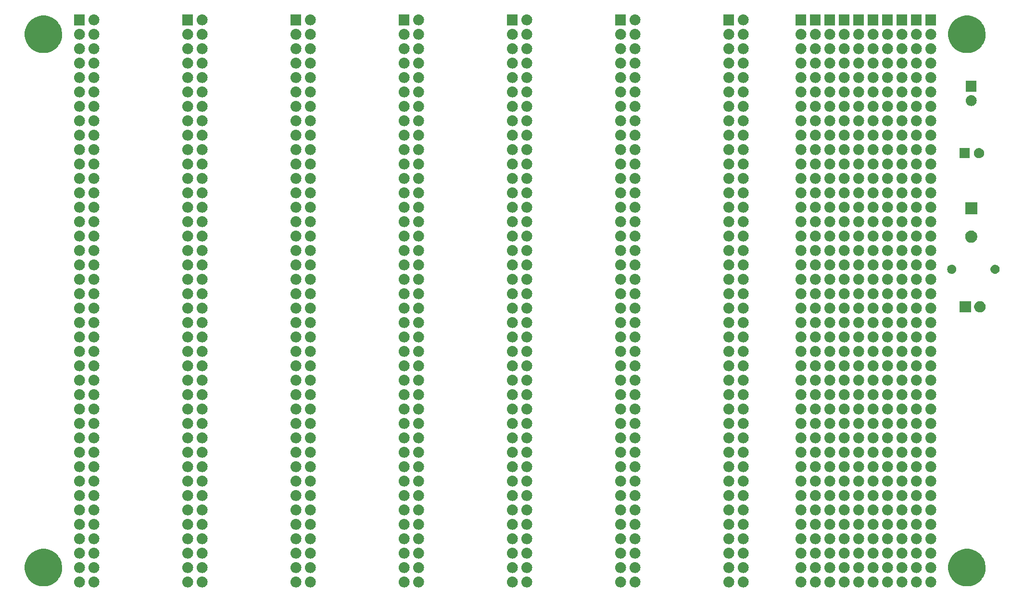
<source format=gts>
G04 #@! TF.GenerationSoftware,KiCad,Pcbnew,5.1.4-e60b266~84~ubuntu18.04.1*
G04 #@! TF.CreationDate,2019-10-31T19:17:03-04:00*
G04 #@! TF.ProjectId,OSH_Park_2_layer,4f53485f-5061-4726-9b5f-325f6c617965,rev?*
G04 #@! TF.SameCoordinates,Original*
G04 #@! TF.FileFunction,Soldermask,Top*
G04 #@! TF.FilePolarity,Negative*
%FSLAX46Y46*%
G04 Gerber Fmt 4.6, Leading zero omitted, Abs format (unit mm)*
G04 Created by KiCad (PCBNEW 5.1.4-e60b266~84~ubuntu18.04.1) date 2019-10-31 19:17:03*
%MOMM*%
%LPD*%
G04 APERTURE LIST*
%ADD10C,0.100000*%
G04 APERTURE END LIST*
D10*
G36*
X177986232Y-148923746D02*
G01*
X178165308Y-148978068D01*
X178247826Y-149022175D01*
X178330344Y-149066281D01*
X178330346Y-149066282D01*
X178330345Y-149066282D01*
X178475001Y-149184999D01*
X178593718Y-149329655D01*
X178681932Y-149494692D01*
X178736254Y-149673768D01*
X178754596Y-149860000D01*
X178736254Y-150046232D01*
X178681932Y-150225308D01*
X178681931Y-150225309D01*
X178593719Y-150390344D01*
X178475001Y-150535001D01*
X178330344Y-150653719D01*
X178247827Y-150697825D01*
X178165308Y-150741932D01*
X177986232Y-150796254D01*
X177846666Y-150810000D01*
X177753334Y-150810000D01*
X177613768Y-150796254D01*
X177434692Y-150741932D01*
X177352173Y-150697825D01*
X177269656Y-150653719D01*
X177124999Y-150535001D01*
X177006281Y-150390344D01*
X176918069Y-150225309D01*
X176918068Y-150225308D01*
X176863746Y-150046232D01*
X176845404Y-149860000D01*
X176863746Y-149673768D01*
X176918068Y-149494692D01*
X177006282Y-149329655D01*
X177124999Y-149184999D01*
X177269655Y-149066282D01*
X177269654Y-149066282D01*
X177269656Y-149066281D01*
X177352174Y-149022175D01*
X177434692Y-148978068D01*
X177613768Y-148923746D01*
X177753334Y-148910000D01*
X177846666Y-148910000D01*
X177986232Y-148923746D01*
X177986232Y-148923746D01*
G37*
G36*
X70036232Y-148923746D02*
G01*
X70215308Y-148978068D01*
X70297826Y-149022175D01*
X70380344Y-149066281D01*
X70380346Y-149066282D01*
X70380345Y-149066282D01*
X70525001Y-149184999D01*
X70643718Y-149329655D01*
X70731932Y-149494692D01*
X70786254Y-149673768D01*
X70804596Y-149860000D01*
X70786254Y-150046232D01*
X70731932Y-150225308D01*
X70731931Y-150225309D01*
X70643719Y-150390344D01*
X70525001Y-150535001D01*
X70380344Y-150653719D01*
X70297827Y-150697825D01*
X70215308Y-150741932D01*
X70036232Y-150796254D01*
X69896666Y-150810000D01*
X69803334Y-150810000D01*
X69663768Y-150796254D01*
X69484692Y-150741932D01*
X69402173Y-150697825D01*
X69319656Y-150653719D01*
X69174999Y-150535001D01*
X69056281Y-150390344D01*
X68968069Y-150225309D01*
X68968068Y-150225308D01*
X68913746Y-150046232D01*
X68895404Y-149860000D01*
X68913746Y-149673768D01*
X68968068Y-149494692D01*
X69056282Y-149329655D01*
X69174999Y-149184999D01*
X69319655Y-149066282D01*
X69319654Y-149066282D01*
X69319656Y-149066281D01*
X69402174Y-149022175D01*
X69484692Y-148978068D01*
X69663768Y-148923746D01*
X69803334Y-148910000D01*
X69896666Y-148910000D01*
X70036232Y-148923746D01*
X70036232Y-148923746D01*
G37*
G36*
X165286232Y-148923746D02*
G01*
X165465308Y-148978068D01*
X165547826Y-149022175D01*
X165630344Y-149066281D01*
X165630346Y-149066282D01*
X165630345Y-149066282D01*
X165775001Y-149184999D01*
X165893718Y-149329655D01*
X165981932Y-149494692D01*
X166036254Y-149673768D01*
X166054596Y-149860000D01*
X166036254Y-150046232D01*
X165981932Y-150225308D01*
X165981931Y-150225309D01*
X165893719Y-150390344D01*
X165775001Y-150535001D01*
X165630344Y-150653719D01*
X165547827Y-150697825D01*
X165465308Y-150741932D01*
X165286232Y-150796254D01*
X165146666Y-150810000D01*
X165053334Y-150810000D01*
X164913768Y-150796254D01*
X164734692Y-150741932D01*
X164652173Y-150697825D01*
X164569656Y-150653719D01*
X164424999Y-150535001D01*
X164306281Y-150390344D01*
X164218069Y-150225309D01*
X164218068Y-150225308D01*
X164163746Y-150046232D01*
X164145404Y-149860000D01*
X164163746Y-149673768D01*
X164218068Y-149494692D01*
X164306282Y-149329655D01*
X164424999Y-149184999D01*
X164569655Y-149066282D01*
X164569654Y-149066282D01*
X164569656Y-149066281D01*
X164652174Y-149022175D01*
X164734692Y-148978068D01*
X164913768Y-148923746D01*
X165053334Y-148910000D01*
X165146666Y-148910000D01*
X165286232Y-148923746D01*
X165286232Y-148923746D01*
G37*
G36*
X167826232Y-148923746D02*
G01*
X168005308Y-148978068D01*
X168087826Y-149022175D01*
X168170344Y-149066281D01*
X168170346Y-149066282D01*
X168170345Y-149066282D01*
X168315001Y-149184999D01*
X168433718Y-149329655D01*
X168521932Y-149494692D01*
X168576254Y-149673768D01*
X168594596Y-149860000D01*
X168576254Y-150046232D01*
X168521932Y-150225308D01*
X168521931Y-150225309D01*
X168433719Y-150390344D01*
X168315001Y-150535001D01*
X168170344Y-150653719D01*
X168087827Y-150697825D01*
X168005308Y-150741932D01*
X167826232Y-150796254D01*
X167686666Y-150810000D01*
X167593334Y-150810000D01*
X167453768Y-150796254D01*
X167274692Y-150741932D01*
X167192173Y-150697825D01*
X167109656Y-150653719D01*
X166964999Y-150535001D01*
X166846281Y-150390344D01*
X166758069Y-150225309D01*
X166758068Y-150225308D01*
X166703746Y-150046232D01*
X166685404Y-149860000D01*
X166703746Y-149673768D01*
X166758068Y-149494692D01*
X166846282Y-149329655D01*
X166964999Y-149184999D01*
X167109655Y-149066282D01*
X167109654Y-149066282D01*
X167109656Y-149066281D01*
X167192174Y-149022175D01*
X167274692Y-148978068D01*
X167453768Y-148923746D01*
X167593334Y-148910000D01*
X167686666Y-148910000D01*
X167826232Y-148923746D01*
X167826232Y-148923746D01*
G37*
G36*
X148776232Y-148923746D02*
G01*
X148955308Y-148978068D01*
X149037826Y-149022175D01*
X149120344Y-149066281D01*
X149120346Y-149066282D01*
X149120345Y-149066282D01*
X149265001Y-149184999D01*
X149383718Y-149329655D01*
X149471932Y-149494692D01*
X149526254Y-149673768D01*
X149544596Y-149860000D01*
X149526254Y-150046232D01*
X149471932Y-150225308D01*
X149471931Y-150225309D01*
X149383719Y-150390344D01*
X149265001Y-150535001D01*
X149120344Y-150653719D01*
X149037827Y-150697825D01*
X148955308Y-150741932D01*
X148776232Y-150796254D01*
X148636666Y-150810000D01*
X148543334Y-150810000D01*
X148403768Y-150796254D01*
X148224692Y-150741932D01*
X148142173Y-150697825D01*
X148059656Y-150653719D01*
X147914999Y-150535001D01*
X147796281Y-150390344D01*
X147708069Y-150225309D01*
X147708068Y-150225308D01*
X147653746Y-150046232D01*
X147635404Y-149860000D01*
X147653746Y-149673768D01*
X147708068Y-149494692D01*
X147796282Y-149329655D01*
X147914999Y-149184999D01*
X148059655Y-149066282D01*
X148059654Y-149066282D01*
X148059656Y-149066281D01*
X148142174Y-149022175D01*
X148224692Y-148978068D01*
X148403768Y-148923746D01*
X148543334Y-148910000D01*
X148636666Y-148910000D01*
X148776232Y-148923746D01*
X148776232Y-148923746D01*
G37*
G36*
X146236232Y-148923746D02*
G01*
X146415308Y-148978068D01*
X146497826Y-149022175D01*
X146580344Y-149066281D01*
X146580346Y-149066282D01*
X146580345Y-149066282D01*
X146725001Y-149184999D01*
X146843718Y-149329655D01*
X146931932Y-149494692D01*
X146986254Y-149673768D01*
X147004596Y-149860000D01*
X146986254Y-150046232D01*
X146931932Y-150225308D01*
X146931931Y-150225309D01*
X146843719Y-150390344D01*
X146725001Y-150535001D01*
X146580344Y-150653719D01*
X146497827Y-150697825D01*
X146415308Y-150741932D01*
X146236232Y-150796254D01*
X146096666Y-150810000D01*
X146003334Y-150810000D01*
X145863768Y-150796254D01*
X145684692Y-150741932D01*
X145602173Y-150697825D01*
X145519656Y-150653719D01*
X145374999Y-150535001D01*
X145256281Y-150390344D01*
X145168069Y-150225309D01*
X145168068Y-150225308D01*
X145113746Y-150046232D01*
X145095404Y-149860000D01*
X145113746Y-149673768D01*
X145168068Y-149494692D01*
X145256282Y-149329655D01*
X145374999Y-149184999D01*
X145519655Y-149066282D01*
X145519654Y-149066282D01*
X145519656Y-149066281D01*
X145602174Y-149022175D01*
X145684692Y-148978068D01*
X145863768Y-148923746D01*
X146003334Y-148910000D01*
X146096666Y-148910000D01*
X146236232Y-148923746D01*
X146236232Y-148923746D01*
G37*
G36*
X129726232Y-148923746D02*
G01*
X129905308Y-148978068D01*
X129987826Y-149022175D01*
X130070344Y-149066281D01*
X130070346Y-149066282D01*
X130070345Y-149066282D01*
X130215001Y-149184999D01*
X130333718Y-149329655D01*
X130421932Y-149494692D01*
X130476254Y-149673768D01*
X130494596Y-149860000D01*
X130476254Y-150046232D01*
X130421932Y-150225308D01*
X130421931Y-150225309D01*
X130333719Y-150390344D01*
X130215001Y-150535001D01*
X130070344Y-150653719D01*
X129987827Y-150697825D01*
X129905308Y-150741932D01*
X129726232Y-150796254D01*
X129586666Y-150810000D01*
X129493334Y-150810000D01*
X129353768Y-150796254D01*
X129174692Y-150741932D01*
X129092173Y-150697825D01*
X129009656Y-150653719D01*
X128864999Y-150535001D01*
X128746281Y-150390344D01*
X128658069Y-150225309D01*
X128658068Y-150225308D01*
X128603746Y-150046232D01*
X128585404Y-149860000D01*
X128603746Y-149673768D01*
X128658068Y-149494692D01*
X128746282Y-149329655D01*
X128864999Y-149184999D01*
X129009655Y-149066282D01*
X129009654Y-149066282D01*
X129009656Y-149066281D01*
X129092174Y-149022175D01*
X129174692Y-148978068D01*
X129353768Y-148923746D01*
X129493334Y-148910000D01*
X129586666Y-148910000D01*
X129726232Y-148923746D01*
X129726232Y-148923746D01*
G37*
G36*
X127186232Y-148923746D02*
G01*
X127365308Y-148978068D01*
X127447826Y-149022175D01*
X127530344Y-149066281D01*
X127530346Y-149066282D01*
X127530345Y-149066282D01*
X127675001Y-149184999D01*
X127793718Y-149329655D01*
X127881932Y-149494692D01*
X127936254Y-149673768D01*
X127954596Y-149860000D01*
X127936254Y-150046232D01*
X127881932Y-150225308D01*
X127881931Y-150225309D01*
X127793719Y-150390344D01*
X127675001Y-150535001D01*
X127530344Y-150653719D01*
X127447827Y-150697825D01*
X127365308Y-150741932D01*
X127186232Y-150796254D01*
X127046666Y-150810000D01*
X126953334Y-150810000D01*
X126813768Y-150796254D01*
X126634692Y-150741932D01*
X126552173Y-150697825D01*
X126469656Y-150653719D01*
X126324999Y-150535001D01*
X126206281Y-150390344D01*
X126118069Y-150225309D01*
X126118068Y-150225308D01*
X126063746Y-150046232D01*
X126045404Y-149860000D01*
X126063746Y-149673768D01*
X126118068Y-149494692D01*
X126206282Y-149329655D01*
X126324999Y-149184999D01*
X126469655Y-149066282D01*
X126469654Y-149066282D01*
X126469656Y-149066281D01*
X126552174Y-149022175D01*
X126634692Y-148978068D01*
X126813768Y-148923746D01*
X126953334Y-148910000D01*
X127046666Y-148910000D01*
X127186232Y-148923746D01*
X127186232Y-148923746D01*
G37*
G36*
X108136232Y-148923746D02*
G01*
X108315308Y-148978068D01*
X108397826Y-149022175D01*
X108480344Y-149066281D01*
X108480346Y-149066282D01*
X108480345Y-149066282D01*
X108625001Y-149184999D01*
X108743718Y-149329655D01*
X108831932Y-149494692D01*
X108886254Y-149673768D01*
X108904596Y-149860000D01*
X108886254Y-150046232D01*
X108831932Y-150225308D01*
X108831931Y-150225309D01*
X108743719Y-150390344D01*
X108625001Y-150535001D01*
X108480344Y-150653719D01*
X108397827Y-150697825D01*
X108315308Y-150741932D01*
X108136232Y-150796254D01*
X107996666Y-150810000D01*
X107903334Y-150810000D01*
X107763768Y-150796254D01*
X107584692Y-150741932D01*
X107502173Y-150697825D01*
X107419656Y-150653719D01*
X107274999Y-150535001D01*
X107156281Y-150390344D01*
X107068069Y-150225309D01*
X107068068Y-150225308D01*
X107013746Y-150046232D01*
X106995404Y-149860000D01*
X107013746Y-149673768D01*
X107068068Y-149494692D01*
X107156282Y-149329655D01*
X107274999Y-149184999D01*
X107419655Y-149066282D01*
X107419654Y-149066282D01*
X107419656Y-149066281D01*
X107502174Y-149022175D01*
X107584692Y-148978068D01*
X107763768Y-148923746D01*
X107903334Y-148910000D01*
X107996666Y-148910000D01*
X108136232Y-148923746D01*
X108136232Y-148923746D01*
G37*
G36*
X110676232Y-148923746D02*
G01*
X110855308Y-148978068D01*
X110937826Y-149022175D01*
X111020344Y-149066281D01*
X111020346Y-149066282D01*
X111020345Y-149066282D01*
X111165001Y-149184999D01*
X111283718Y-149329655D01*
X111371932Y-149494692D01*
X111426254Y-149673768D01*
X111444596Y-149860000D01*
X111426254Y-150046232D01*
X111371932Y-150225308D01*
X111371931Y-150225309D01*
X111283719Y-150390344D01*
X111165001Y-150535001D01*
X111020344Y-150653719D01*
X110937827Y-150697825D01*
X110855308Y-150741932D01*
X110676232Y-150796254D01*
X110536666Y-150810000D01*
X110443334Y-150810000D01*
X110303768Y-150796254D01*
X110124692Y-150741932D01*
X110042173Y-150697825D01*
X109959656Y-150653719D01*
X109814999Y-150535001D01*
X109696281Y-150390344D01*
X109608069Y-150225309D01*
X109608068Y-150225308D01*
X109553746Y-150046232D01*
X109535404Y-149860000D01*
X109553746Y-149673768D01*
X109608068Y-149494692D01*
X109696282Y-149329655D01*
X109814999Y-149184999D01*
X109959655Y-149066282D01*
X109959654Y-149066282D01*
X109959656Y-149066281D01*
X110042174Y-149022175D01*
X110124692Y-148978068D01*
X110303768Y-148923746D01*
X110443334Y-148910000D01*
X110536666Y-148910000D01*
X110676232Y-148923746D01*
X110676232Y-148923746D01*
G37*
G36*
X91626232Y-148923746D02*
G01*
X91805308Y-148978068D01*
X91887826Y-149022175D01*
X91970344Y-149066281D01*
X91970346Y-149066282D01*
X91970345Y-149066282D01*
X92115001Y-149184999D01*
X92233718Y-149329655D01*
X92321932Y-149494692D01*
X92376254Y-149673768D01*
X92394596Y-149860000D01*
X92376254Y-150046232D01*
X92321932Y-150225308D01*
X92321931Y-150225309D01*
X92233719Y-150390344D01*
X92115001Y-150535001D01*
X91970344Y-150653719D01*
X91887827Y-150697825D01*
X91805308Y-150741932D01*
X91626232Y-150796254D01*
X91486666Y-150810000D01*
X91393334Y-150810000D01*
X91253768Y-150796254D01*
X91074692Y-150741932D01*
X90992173Y-150697825D01*
X90909656Y-150653719D01*
X90764999Y-150535001D01*
X90646281Y-150390344D01*
X90558069Y-150225309D01*
X90558068Y-150225308D01*
X90503746Y-150046232D01*
X90485404Y-149860000D01*
X90503746Y-149673768D01*
X90558068Y-149494692D01*
X90646282Y-149329655D01*
X90764999Y-149184999D01*
X90909655Y-149066282D01*
X90909654Y-149066282D01*
X90909656Y-149066281D01*
X90992174Y-149022175D01*
X91074692Y-148978068D01*
X91253768Y-148923746D01*
X91393334Y-148910000D01*
X91486666Y-148910000D01*
X91626232Y-148923746D01*
X91626232Y-148923746D01*
G37*
G36*
X89086232Y-148923746D02*
G01*
X89265308Y-148978068D01*
X89347826Y-149022175D01*
X89430344Y-149066281D01*
X89430346Y-149066282D01*
X89430345Y-149066282D01*
X89575001Y-149184999D01*
X89693718Y-149329655D01*
X89781932Y-149494692D01*
X89836254Y-149673768D01*
X89854596Y-149860000D01*
X89836254Y-150046232D01*
X89781932Y-150225308D01*
X89781931Y-150225309D01*
X89693719Y-150390344D01*
X89575001Y-150535001D01*
X89430344Y-150653719D01*
X89347827Y-150697825D01*
X89265308Y-150741932D01*
X89086232Y-150796254D01*
X88946666Y-150810000D01*
X88853334Y-150810000D01*
X88713768Y-150796254D01*
X88534692Y-150741932D01*
X88452173Y-150697825D01*
X88369656Y-150653719D01*
X88224999Y-150535001D01*
X88106281Y-150390344D01*
X88018069Y-150225309D01*
X88018068Y-150225308D01*
X87963746Y-150046232D01*
X87945404Y-149860000D01*
X87963746Y-149673768D01*
X88018068Y-149494692D01*
X88106282Y-149329655D01*
X88224999Y-149184999D01*
X88369655Y-149066282D01*
X88369654Y-149066282D01*
X88369656Y-149066281D01*
X88452174Y-149022175D01*
X88534692Y-148978068D01*
X88713768Y-148923746D01*
X88853334Y-148910000D01*
X88946666Y-148910000D01*
X89086232Y-148923746D01*
X89086232Y-148923746D01*
G37*
G36*
X72576232Y-148923746D02*
G01*
X72755308Y-148978068D01*
X72837826Y-149022175D01*
X72920344Y-149066281D01*
X72920346Y-149066282D01*
X72920345Y-149066282D01*
X73065001Y-149184999D01*
X73183718Y-149329655D01*
X73271932Y-149494692D01*
X73326254Y-149673768D01*
X73344596Y-149860000D01*
X73326254Y-150046232D01*
X73271932Y-150225308D01*
X73271931Y-150225309D01*
X73183719Y-150390344D01*
X73065001Y-150535001D01*
X72920344Y-150653719D01*
X72837827Y-150697825D01*
X72755308Y-150741932D01*
X72576232Y-150796254D01*
X72436666Y-150810000D01*
X72343334Y-150810000D01*
X72203768Y-150796254D01*
X72024692Y-150741932D01*
X71942173Y-150697825D01*
X71859656Y-150653719D01*
X71714999Y-150535001D01*
X71596281Y-150390344D01*
X71508069Y-150225309D01*
X71508068Y-150225308D01*
X71453746Y-150046232D01*
X71435404Y-149860000D01*
X71453746Y-149673768D01*
X71508068Y-149494692D01*
X71596282Y-149329655D01*
X71714999Y-149184999D01*
X71859655Y-149066282D01*
X71859654Y-149066282D01*
X71859656Y-149066281D01*
X71942174Y-149022175D01*
X72024692Y-148978068D01*
X72203768Y-148923746D01*
X72343334Y-148910000D01*
X72436666Y-148910000D01*
X72576232Y-148923746D01*
X72576232Y-148923746D01*
G37*
G36*
X53526232Y-148923746D02*
G01*
X53705308Y-148978068D01*
X53787826Y-149022175D01*
X53870344Y-149066281D01*
X53870346Y-149066282D01*
X53870345Y-149066282D01*
X54015001Y-149184999D01*
X54133718Y-149329655D01*
X54221932Y-149494692D01*
X54276254Y-149673768D01*
X54294596Y-149860000D01*
X54276254Y-150046232D01*
X54221932Y-150225308D01*
X54221931Y-150225309D01*
X54133719Y-150390344D01*
X54015001Y-150535001D01*
X53870344Y-150653719D01*
X53787827Y-150697825D01*
X53705308Y-150741932D01*
X53526232Y-150796254D01*
X53386666Y-150810000D01*
X53293334Y-150810000D01*
X53153768Y-150796254D01*
X52974692Y-150741932D01*
X52892173Y-150697825D01*
X52809656Y-150653719D01*
X52664999Y-150535001D01*
X52546281Y-150390344D01*
X52458069Y-150225309D01*
X52458068Y-150225308D01*
X52403746Y-150046232D01*
X52385404Y-149860000D01*
X52403746Y-149673768D01*
X52458068Y-149494692D01*
X52546282Y-149329655D01*
X52664999Y-149184999D01*
X52809655Y-149066282D01*
X52809654Y-149066282D01*
X52809656Y-149066281D01*
X52892174Y-149022175D01*
X52974692Y-148978068D01*
X53153768Y-148923746D01*
X53293334Y-148910000D01*
X53386666Y-148910000D01*
X53526232Y-148923746D01*
X53526232Y-148923746D01*
G37*
G36*
X200846232Y-148923746D02*
G01*
X201025308Y-148978068D01*
X201107826Y-149022175D01*
X201190344Y-149066281D01*
X201190346Y-149066282D01*
X201190345Y-149066282D01*
X201335001Y-149184999D01*
X201453718Y-149329655D01*
X201541932Y-149494692D01*
X201596254Y-149673768D01*
X201614596Y-149860000D01*
X201596254Y-150046232D01*
X201541932Y-150225308D01*
X201541931Y-150225309D01*
X201453719Y-150390344D01*
X201335001Y-150535001D01*
X201190344Y-150653719D01*
X201107827Y-150697825D01*
X201025308Y-150741932D01*
X200846232Y-150796254D01*
X200706666Y-150810000D01*
X200613334Y-150810000D01*
X200473768Y-150796254D01*
X200294692Y-150741932D01*
X200212173Y-150697825D01*
X200129656Y-150653719D01*
X199984999Y-150535001D01*
X199866281Y-150390344D01*
X199778069Y-150225309D01*
X199778068Y-150225308D01*
X199723746Y-150046232D01*
X199705404Y-149860000D01*
X199723746Y-149673768D01*
X199778068Y-149494692D01*
X199866282Y-149329655D01*
X199984999Y-149184999D01*
X200129655Y-149066282D01*
X200129654Y-149066282D01*
X200129656Y-149066281D01*
X200212174Y-149022175D01*
X200294692Y-148978068D01*
X200473768Y-148923746D01*
X200613334Y-148910000D01*
X200706666Y-148910000D01*
X200846232Y-148923746D01*
X200846232Y-148923746D01*
G37*
G36*
X198306232Y-148923746D02*
G01*
X198485308Y-148978068D01*
X198567826Y-149022175D01*
X198650344Y-149066281D01*
X198650346Y-149066282D01*
X198650345Y-149066282D01*
X198795001Y-149184999D01*
X198913718Y-149329655D01*
X199001932Y-149494692D01*
X199056254Y-149673768D01*
X199074596Y-149860000D01*
X199056254Y-150046232D01*
X199001932Y-150225308D01*
X199001931Y-150225309D01*
X198913719Y-150390344D01*
X198795001Y-150535001D01*
X198650344Y-150653719D01*
X198567827Y-150697825D01*
X198485308Y-150741932D01*
X198306232Y-150796254D01*
X198166666Y-150810000D01*
X198073334Y-150810000D01*
X197933768Y-150796254D01*
X197754692Y-150741932D01*
X197672173Y-150697825D01*
X197589656Y-150653719D01*
X197444999Y-150535001D01*
X197326281Y-150390344D01*
X197238069Y-150225309D01*
X197238068Y-150225308D01*
X197183746Y-150046232D01*
X197165404Y-149860000D01*
X197183746Y-149673768D01*
X197238068Y-149494692D01*
X197326282Y-149329655D01*
X197444999Y-149184999D01*
X197589655Y-149066282D01*
X197589654Y-149066282D01*
X197589656Y-149066281D01*
X197672174Y-149022175D01*
X197754692Y-148978068D01*
X197933768Y-148923746D01*
X198073334Y-148910000D01*
X198166666Y-148910000D01*
X198306232Y-148923746D01*
X198306232Y-148923746D01*
G37*
G36*
X195766232Y-148923746D02*
G01*
X195945308Y-148978068D01*
X196027826Y-149022175D01*
X196110344Y-149066281D01*
X196110346Y-149066282D01*
X196110345Y-149066282D01*
X196255001Y-149184999D01*
X196373718Y-149329655D01*
X196461932Y-149494692D01*
X196516254Y-149673768D01*
X196534596Y-149860000D01*
X196516254Y-150046232D01*
X196461932Y-150225308D01*
X196461931Y-150225309D01*
X196373719Y-150390344D01*
X196255001Y-150535001D01*
X196110344Y-150653719D01*
X196027827Y-150697825D01*
X195945308Y-150741932D01*
X195766232Y-150796254D01*
X195626666Y-150810000D01*
X195533334Y-150810000D01*
X195393768Y-150796254D01*
X195214692Y-150741932D01*
X195132173Y-150697825D01*
X195049656Y-150653719D01*
X194904999Y-150535001D01*
X194786281Y-150390344D01*
X194698069Y-150225309D01*
X194698068Y-150225308D01*
X194643746Y-150046232D01*
X194625404Y-149860000D01*
X194643746Y-149673768D01*
X194698068Y-149494692D01*
X194786282Y-149329655D01*
X194904999Y-149184999D01*
X195049655Y-149066282D01*
X195049654Y-149066282D01*
X195049656Y-149066281D01*
X195132174Y-149022175D01*
X195214692Y-148978068D01*
X195393768Y-148923746D01*
X195533334Y-148910000D01*
X195626666Y-148910000D01*
X195766232Y-148923746D01*
X195766232Y-148923746D01*
G37*
G36*
X193226232Y-148923746D02*
G01*
X193405308Y-148978068D01*
X193487826Y-149022175D01*
X193570344Y-149066281D01*
X193570346Y-149066282D01*
X193570345Y-149066282D01*
X193715001Y-149184999D01*
X193833718Y-149329655D01*
X193921932Y-149494692D01*
X193976254Y-149673768D01*
X193994596Y-149860000D01*
X193976254Y-150046232D01*
X193921932Y-150225308D01*
X193921931Y-150225309D01*
X193833719Y-150390344D01*
X193715001Y-150535001D01*
X193570344Y-150653719D01*
X193487827Y-150697825D01*
X193405308Y-150741932D01*
X193226232Y-150796254D01*
X193086666Y-150810000D01*
X192993334Y-150810000D01*
X192853768Y-150796254D01*
X192674692Y-150741932D01*
X192592173Y-150697825D01*
X192509656Y-150653719D01*
X192364999Y-150535001D01*
X192246281Y-150390344D01*
X192158069Y-150225309D01*
X192158068Y-150225308D01*
X192103746Y-150046232D01*
X192085404Y-149860000D01*
X192103746Y-149673768D01*
X192158068Y-149494692D01*
X192246282Y-149329655D01*
X192364999Y-149184999D01*
X192509655Y-149066282D01*
X192509654Y-149066282D01*
X192509656Y-149066281D01*
X192592174Y-149022175D01*
X192674692Y-148978068D01*
X192853768Y-148923746D01*
X192993334Y-148910000D01*
X193086666Y-148910000D01*
X193226232Y-148923746D01*
X193226232Y-148923746D01*
G37*
G36*
X190686232Y-148923746D02*
G01*
X190865308Y-148978068D01*
X190947826Y-149022175D01*
X191030344Y-149066281D01*
X191030346Y-149066282D01*
X191030345Y-149066282D01*
X191175001Y-149184999D01*
X191293718Y-149329655D01*
X191381932Y-149494692D01*
X191436254Y-149673768D01*
X191454596Y-149860000D01*
X191436254Y-150046232D01*
X191381932Y-150225308D01*
X191381931Y-150225309D01*
X191293719Y-150390344D01*
X191175001Y-150535001D01*
X191030344Y-150653719D01*
X190947827Y-150697825D01*
X190865308Y-150741932D01*
X190686232Y-150796254D01*
X190546666Y-150810000D01*
X190453334Y-150810000D01*
X190313768Y-150796254D01*
X190134692Y-150741932D01*
X190052173Y-150697825D01*
X189969656Y-150653719D01*
X189824999Y-150535001D01*
X189706281Y-150390344D01*
X189618069Y-150225309D01*
X189618068Y-150225308D01*
X189563746Y-150046232D01*
X189545404Y-149860000D01*
X189563746Y-149673768D01*
X189618068Y-149494692D01*
X189706282Y-149329655D01*
X189824999Y-149184999D01*
X189969655Y-149066282D01*
X189969654Y-149066282D01*
X189969656Y-149066281D01*
X190052174Y-149022175D01*
X190134692Y-148978068D01*
X190313768Y-148923746D01*
X190453334Y-148910000D01*
X190546666Y-148910000D01*
X190686232Y-148923746D01*
X190686232Y-148923746D01*
G37*
G36*
X188146232Y-148923746D02*
G01*
X188325308Y-148978068D01*
X188407826Y-149022175D01*
X188490344Y-149066281D01*
X188490346Y-149066282D01*
X188490345Y-149066282D01*
X188635001Y-149184999D01*
X188753718Y-149329655D01*
X188841932Y-149494692D01*
X188896254Y-149673768D01*
X188914596Y-149860000D01*
X188896254Y-150046232D01*
X188841932Y-150225308D01*
X188841931Y-150225309D01*
X188753719Y-150390344D01*
X188635001Y-150535001D01*
X188490344Y-150653719D01*
X188407827Y-150697825D01*
X188325308Y-150741932D01*
X188146232Y-150796254D01*
X188006666Y-150810000D01*
X187913334Y-150810000D01*
X187773768Y-150796254D01*
X187594692Y-150741932D01*
X187512173Y-150697825D01*
X187429656Y-150653719D01*
X187284999Y-150535001D01*
X187166281Y-150390344D01*
X187078069Y-150225309D01*
X187078068Y-150225308D01*
X187023746Y-150046232D01*
X187005404Y-149860000D01*
X187023746Y-149673768D01*
X187078068Y-149494692D01*
X187166282Y-149329655D01*
X187284999Y-149184999D01*
X187429655Y-149066282D01*
X187429654Y-149066282D01*
X187429656Y-149066281D01*
X187512174Y-149022175D01*
X187594692Y-148978068D01*
X187773768Y-148923746D01*
X187913334Y-148910000D01*
X188006666Y-148910000D01*
X188146232Y-148923746D01*
X188146232Y-148923746D01*
G37*
G36*
X185606232Y-148923746D02*
G01*
X185785308Y-148978068D01*
X185867826Y-149022175D01*
X185950344Y-149066281D01*
X185950346Y-149066282D01*
X185950345Y-149066282D01*
X186095001Y-149184999D01*
X186213718Y-149329655D01*
X186301932Y-149494692D01*
X186356254Y-149673768D01*
X186374596Y-149860000D01*
X186356254Y-150046232D01*
X186301932Y-150225308D01*
X186301931Y-150225309D01*
X186213719Y-150390344D01*
X186095001Y-150535001D01*
X185950344Y-150653719D01*
X185867827Y-150697825D01*
X185785308Y-150741932D01*
X185606232Y-150796254D01*
X185466666Y-150810000D01*
X185373334Y-150810000D01*
X185233768Y-150796254D01*
X185054692Y-150741932D01*
X184972173Y-150697825D01*
X184889656Y-150653719D01*
X184744999Y-150535001D01*
X184626281Y-150390344D01*
X184538069Y-150225309D01*
X184538068Y-150225308D01*
X184483746Y-150046232D01*
X184465404Y-149860000D01*
X184483746Y-149673768D01*
X184538068Y-149494692D01*
X184626282Y-149329655D01*
X184744999Y-149184999D01*
X184889655Y-149066282D01*
X184889654Y-149066282D01*
X184889656Y-149066281D01*
X184972174Y-149022175D01*
X185054692Y-148978068D01*
X185233768Y-148923746D01*
X185373334Y-148910000D01*
X185466666Y-148910000D01*
X185606232Y-148923746D01*
X185606232Y-148923746D01*
G37*
G36*
X183066232Y-148923746D02*
G01*
X183245308Y-148978068D01*
X183327826Y-149022175D01*
X183410344Y-149066281D01*
X183410346Y-149066282D01*
X183410345Y-149066282D01*
X183555001Y-149184999D01*
X183673718Y-149329655D01*
X183761932Y-149494692D01*
X183816254Y-149673768D01*
X183834596Y-149860000D01*
X183816254Y-150046232D01*
X183761932Y-150225308D01*
X183761931Y-150225309D01*
X183673719Y-150390344D01*
X183555001Y-150535001D01*
X183410344Y-150653719D01*
X183327827Y-150697825D01*
X183245308Y-150741932D01*
X183066232Y-150796254D01*
X182926666Y-150810000D01*
X182833334Y-150810000D01*
X182693768Y-150796254D01*
X182514692Y-150741932D01*
X182432173Y-150697825D01*
X182349656Y-150653719D01*
X182204999Y-150535001D01*
X182086281Y-150390344D01*
X181998069Y-150225309D01*
X181998068Y-150225308D01*
X181943746Y-150046232D01*
X181925404Y-149860000D01*
X181943746Y-149673768D01*
X181998068Y-149494692D01*
X182086282Y-149329655D01*
X182204999Y-149184999D01*
X182349655Y-149066282D01*
X182349654Y-149066282D01*
X182349656Y-149066281D01*
X182432174Y-149022175D01*
X182514692Y-148978068D01*
X182693768Y-148923746D01*
X182833334Y-148910000D01*
X182926666Y-148910000D01*
X183066232Y-148923746D01*
X183066232Y-148923746D01*
G37*
G36*
X180526232Y-148923746D02*
G01*
X180705308Y-148978068D01*
X180787826Y-149022175D01*
X180870344Y-149066281D01*
X180870346Y-149066282D01*
X180870345Y-149066282D01*
X181015001Y-149184999D01*
X181133718Y-149329655D01*
X181221932Y-149494692D01*
X181276254Y-149673768D01*
X181294596Y-149860000D01*
X181276254Y-150046232D01*
X181221932Y-150225308D01*
X181221931Y-150225309D01*
X181133719Y-150390344D01*
X181015001Y-150535001D01*
X180870344Y-150653719D01*
X180787827Y-150697825D01*
X180705308Y-150741932D01*
X180526232Y-150796254D01*
X180386666Y-150810000D01*
X180293334Y-150810000D01*
X180153768Y-150796254D01*
X179974692Y-150741932D01*
X179892173Y-150697825D01*
X179809656Y-150653719D01*
X179664999Y-150535001D01*
X179546281Y-150390344D01*
X179458069Y-150225309D01*
X179458068Y-150225308D01*
X179403746Y-150046232D01*
X179385404Y-149860000D01*
X179403746Y-149673768D01*
X179458068Y-149494692D01*
X179546282Y-149329655D01*
X179664999Y-149184999D01*
X179809655Y-149066282D01*
X179809654Y-149066282D01*
X179809656Y-149066281D01*
X179892174Y-149022175D01*
X179974692Y-148978068D01*
X180153768Y-148923746D01*
X180293334Y-148910000D01*
X180386666Y-148910000D01*
X180526232Y-148923746D01*
X180526232Y-148923746D01*
G37*
G36*
X50986232Y-148923746D02*
G01*
X51165308Y-148978068D01*
X51247826Y-149022175D01*
X51330344Y-149066281D01*
X51330346Y-149066282D01*
X51330345Y-149066282D01*
X51475001Y-149184999D01*
X51593718Y-149329655D01*
X51681932Y-149494692D01*
X51736254Y-149673768D01*
X51754596Y-149860000D01*
X51736254Y-150046232D01*
X51681932Y-150225308D01*
X51681931Y-150225309D01*
X51593719Y-150390344D01*
X51475001Y-150535001D01*
X51330344Y-150653719D01*
X51247827Y-150697825D01*
X51165308Y-150741932D01*
X50986232Y-150796254D01*
X50846666Y-150810000D01*
X50753334Y-150810000D01*
X50613768Y-150796254D01*
X50434692Y-150741932D01*
X50352173Y-150697825D01*
X50269656Y-150653719D01*
X50124999Y-150535001D01*
X50006281Y-150390344D01*
X49918069Y-150225309D01*
X49918068Y-150225308D01*
X49863746Y-150046232D01*
X49845404Y-149860000D01*
X49863746Y-149673768D01*
X49918068Y-149494692D01*
X50006282Y-149329655D01*
X50124999Y-149184999D01*
X50269655Y-149066282D01*
X50269654Y-149066282D01*
X50269656Y-149066281D01*
X50352174Y-149022175D01*
X50434692Y-148978068D01*
X50613768Y-148923746D01*
X50753334Y-148910000D01*
X50846666Y-148910000D01*
X50986232Y-148923746D01*
X50986232Y-148923746D01*
G37*
G36*
X45093798Y-144083408D02*
G01*
X45412574Y-144146817D01*
X46013136Y-144395578D01*
X46446116Y-144684886D01*
X46553626Y-144756722D01*
X47013278Y-145216374D01*
X47076067Y-145310345D01*
X47374422Y-145756864D01*
X47623183Y-146357426D01*
X47680385Y-146644999D01*
X47750000Y-146994977D01*
X47750000Y-147645023D01*
X47709159Y-147850344D01*
X47623183Y-148282574D01*
X47374422Y-148883136D01*
X47172723Y-149184999D01*
X47076067Y-149329656D01*
X47013277Y-149423627D01*
X46553627Y-149883277D01*
X46013136Y-150244422D01*
X45412574Y-150493183D01*
X45093798Y-150556592D01*
X44775023Y-150620000D01*
X44124977Y-150620000D01*
X43806202Y-150556592D01*
X43487426Y-150493183D01*
X42886864Y-150244422D01*
X42346373Y-149883277D01*
X41886723Y-149423627D01*
X41823934Y-149329656D01*
X41727277Y-149184999D01*
X41525578Y-148883136D01*
X41276817Y-148282574D01*
X41190841Y-147850344D01*
X41150000Y-147645023D01*
X41150000Y-146994977D01*
X41219615Y-146644999D01*
X41276817Y-146357426D01*
X41525578Y-145756864D01*
X41823933Y-145310345D01*
X41886722Y-145216374D01*
X42346374Y-144756722D01*
X42453884Y-144684886D01*
X42886864Y-144395578D01*
X43487426Y-144146817D01*
X43806202Y-144083408D01*
X44124977Y-144020000D01*
X44775023Y-144020000D01*
X45093798Y-144083408D01*
X45093798Y-144083408D01*
G37*
G36*
X207653798Y-144083408D02*
G01*
X207972574Y-144146817D01*
X208573136Y-144395578D01*
X209006116Y-144684886D01*
X209113626Y-144756722D01*
X209573278Y-145216374D01*
X209636067Y-145310345D01*
X209934422Y-145756864D01*
X210183183Y-146357426D01*
X210240385Y-146644999D01*
X210310000Y-146994977D01*
X210310000Y-147645023D01*
X210269159Y-147850344D01*
X210183183Y-148282574D01*
X209934422Y-148883136D01*
X209732723Y-149184999D01*
X209636067Y-149329656D01*
X209573277Y-149423627D01*
X209113627Y-149883277D01*
X208573136Y-150244422D01*
X207972574Y-150493183D01*
X207653798Y-150556592D01*
X207335023Y-150620000D01*
X206684977Y-150620000D01*
X206366202Y-150556592D01*
X206047426Y-150493183D01*
X205446864Y-150244422D01*
X204906373Y-149883277D01*
X204446723Y-149423627D01*
X204383934Y-149329656D01*
X204287277Y-149184999D01*
X204085578Y-148883136D01*
X203836817Y-148282574D01*
X203750841Y-147850344D01*
X203710000Y-147645023D01*
X203710000Y-146994977D01*
X203779615Y-146644999D01*
X203836817Y-146357426D01*
X204085578Y-145756864D01*
X204383933Y-145310345D01*
X204446722Y-145216374D01*
X204906374Y-144756722D01*
X205013884Y-144684886D01*
X205446864Y-144395578D01*
X206047426Y-144146817D01*
X206366202Y-144083408D01*
X206684977Y-144020000D01*
X207335023Y-144020000D01*
X207653798Y-144083408D01*
X207653798Y-144083408D01*
G37*
G36*
X50986232Y-146383746D02*
G01*
X51165308Y-146438068D01*
X51247826Y-146482175D01*
X51330344Y-146526281D01*
X51330346Y-146526282D01*
X51330345Y-146526282D01*
X51475001Y-146644999D01*
X51593718Y-146789655D01*
X51681932Y-146954692D01*
X51736254Y-147133768D01*
X51754596Y-147320000D01*
X51736254Y-147506232D01*
X51681932Y-147685308D01*
X51681931Y-147685309D01*
X51593719Y-147850344D01*
X51475001Y-147995001D01*
X51330344Y-148113719D01*
X51247827Y-148157825D01*
X51165308Y-148201932D01*
X50986232Y-148256254D01*
X50846666Y-148270000D01*
X50753334Y-148270000D01*
X50613768Y-148256254D01*
X50434692Y-148201932D01*
X50352173Y-148157825D01*
X50269656Y-148113719D01*
X50124999Y-147995001D01*
X50006281Y-147850344D01*
X49918069Y-147685309D01*
X49918068Y-147685308D01*
X49863746Y-147506232D01*
X49845404Y-147320000D01*
X49863746Y-147133768D01*
X49918068Y-146954692D01*
X50006282Y-146789655D01*
X50124999Y-146644999D01*
X50269655Y-146526282D01*
X50269654Y-146526282D01*
X50269656Y-146526281D01*
X50352174Y-146482175D01*
X50434692Y-146438068D01*
X50613768Y-146383746D01*
X50753334Y-146370000D01*
X50846666Y-146370000D01*
X50986232Y-146383746D01*
X50986232Y-146383746D01*
G37*
G36*
X89086232Y-146383746D02*
G01*
X89265308Y-146438068D01*
X89347826Y-146482175D01*
X89430344Y-146526281D01*
X89430346Y-146526282D01*
X89430345Y-146526282D01*
X89575001Y-146644999D01*
X89693718Y-146789655D01*
X89781932Y-146954692D01*
X89836254Y-147133768D01*
X89854596Y-147320000D01*
X89836254Y-147506232D01*
X89781932Y-147685308D01*
X89781931Y-147685309D01*
X89693719Y-147850344D01*
X89575001Y-147995001D01*
X89430344Y-148113719D01*
X89347827Y-148157825D01*
X89265308Y-148201932D01*
X89086232Y-148256254D01*
X88946666Y-148270000D01*
X88853334Y-148270000D01*
X88713768Y-148256254D01*
X88534692Y-148201932D01*
X88452173Y-148157825D01*
X88369656Y-148113719D01*
X88224999Y-147995001D01*
X88106281Y-147850344D01*
X88018069Y-147685309D01*
X88018068Y-147685308D01*
X87963746Y-147506232D01*
X87945404Y-147320000D01*
X87963746Y-147133768D01*
X88018068Y-146954692D01*
X88106282Y-146789655D01*
X88224999Y-146644999D01*
X88369655Y-146526282D01*
X88369654Y-146526282D01*
X88369656Y-146526281D01*
X88452174Y-146482175D01*
X88534692Y-146438068D01*
X88713768Y-146383746D01*
X88853334Y-146370000D01*
X88946666Y-146370000D01*
X89086232Y-146383746D01*
X89086232Y-146383746D01*
G37*
G36*
X110676232Y-146383746D02*
G01*
X110855308Y-146438068D01*
X110937826Y-146482175D01*
X111020344Y-146526281D01*
X111020346Y-146526282D01*
X111020345Y-146526282D01*
X111165001Y-146644999D01*
X111283718Y-146789655D01*
X111371932Y-146954692D01*
X111426254Y-147133768D01*
X111444596Y-147320000D01*
X111426254Y-147506232D01*
X111371932Y-147685308D01*
X111371931Y-147685309D01*
X111283719Y-147850344D01*
X111165001Y-147995001D01*
X111020344Y-148113719D01*
X110937827Y-148157825D01*
X110855308Y-148201932D01*
X110676232Y-148256254D01*
X110536666Y-148270000D01*
X110443334Y-148270000D01*
X110303768Y-148256254D01*
X110124692Y-148201932D01*
X110042173Y-148157825D01*
X109959656Y-148113719D01*
X109814999Y-147995001D01*
X109696281Y-147850344D01*
X109608069Y-147685309D01*
X109608068Y-147685308D01*
X109553746Y-147506232D01*
X109535404Y-147320000D01*
X109553746Y-147133768D01*
X109608068Y-146954692D01*
X109696282Y-146789655D01*
X109814999Y-146644999D01*
X109959655Y-146526282D01*
X109959654Y-146526282D01*
X109959656Y-146526281D01*
X110042174Y-146482175D01*
X110124692Y-146438068D01*
X110303768Y-146383746D01*
X110443334Y-146370000D01*
X110536666Y-146370000D01*
X110676232Y-146383746D01*
X110676232Y-146383746D01*
G37*
G36*
X108136232Y-146383746D02*
G01*
X108315308Y-146438068D01*
X108397826Y-146482175D01*
X108480344Y-146526281D01*
X108480346Y-146526282D01*
X108480345Y-146526282D01*
X108625001Y-146644999D01*
X108743718Y-146789655D01*
X108831932Y-146954692D01*
X108886254Y-147133768D01*
X108904596Y-147320000D01*
X108886254Y-147506232D01*
X108831932Y-147685308D01*
X108831931Y-147685309D01*
X108743719Y-147850344D01*
X108625001Y-147995001D01*
X108480344Y-148113719D01*
X108397827Y-148157825D01*
X108315308Y-148201932D01*
X108136232Y-148256254D01*
X107996666Y-148270000D01*
X107903334Y-148270000D01*
X107763768Y-148256254D01*
X107584692Y-148201932D01*
X107502173Y-148157825D01*
X107419656Y-148113719D01*
X107274999Y-147995001D01*
X107156281Y-147850344D01*
X107068069Y-147685309D01*
X107068068Y-147685308D01*
X107013746Y-147506232D01*
X106995404Y-147320000D01*
X107013746Y-147133768D01*
X107068068Y-146954692D01*
X107156282Y-146789655D01*
X107274999Y-146644999D01*
X107419655Y-146526282D01*
X107419654Y-146526282D01*
X107419656Y-146526281D01*
X107502174Y-146482175D01*
X107584692Y-146438068D01*
X107763768Y-146383746D01*
X107903334Y-146370000D01*
X107996666Y-146370000D01*
X108136232Y-146383746D01*
X108136232Y-146383746D01*
G37*
G36*
X91626232Y-146383746D02*
G01*
X91805308Y-146438068D01*
X91887826Y-146482175D01*
X91970344Y-146526281D01*
X91970346Y-146526282D01*
X91970345Y-146526282D01*
X92115001Y-146644999D01*
X92233718Y-146789655D01*
X92321932Y-146954692D01*
X92376254Y-147133768D01*
X92394596Y-147320000D01*
X92376254Y-147506232D01*
X92321932Y-147685308D01*
X92321931Y-147685309D01*
X92233719Y-147850344D01*
X92115001Y-147995001D01*
X91970344Y-148113719D01*
X91887827Y-148157825D01*
X91805308Y-148201932D01*
X91626232Y-148256254D01*
X91486666Y-148270000D01*
X91393334Y-148270000D01*
X91253768Y-148256254D01*
X91074692Y-148201932D01*
X90992173Y-148157825D01*
X90909656Y-148113719D01*
X90764999Y-147995001D01*
X90646281Y-147850344D01*
X90558069Y-147685309D01*
X90558068Y-147685308D01*
X90503746Y-147506232D01*
X90485404Y-147320000D01*
X90503746Y-147133768D01*
X90558068Y-146954692D01*
X90646282Y-146789655D01*
X90764999Y-146644999D01*
X90909655Y-146526282D01*
X90909654Y-146526282D01*
X90909656Y-146526281D01*
X90992174Y-146482175D01*
X91074692Y-146438068D01*
X91253768Y-146383746D01*
X91393334Y-146370000D01*
X91486666Y-146370000D01*
X91626232Y-146383746D01*
X91626232Y-146383746D01*
G37*
G36*
X188146232Y-146383746D02*
G01*
X188325308Y-146438068D01*
X188407826Y-146482175D01*
X188490344Y-146526281D01*
X188490346Y-146526282D01*
X188490345Y-146526282D01*
X188635001Y-146644999D01*
X188753718Y-146789655D01*
X188841932Y-146954692D01*
X188896254Y-147133768D01*
X188914596Y-147320000D01*
X188896254Y-147506232D01*
X188841932Y-147685308D01*
X188841931Y-147685309D01*
X188753719Y-147850344D01*
X188635001Y-147995001D01*
X188490344Y-148113719D01*
X188407827Y-148157825D01*
X188325308Y-148201932D01*
X188146232Y-148256254D01*
X188006666Y-148270000D01*
X187913334Y-148270000D01*
X187773768Y-148256254D01*
X187594692Y-148201932D01*
X187512173Y-148157825D01*
X187429656Y-148113719D01*
X187284999Y-147995001D01*
X187166281Y-147850344D01*
X187078069Y-147685309D01*
X187078068Y-147685308D01*
X187023746Y-147506232D01*
X187005404Y-147320000D01*
X187023746Y-147133768D01*
X187078068Y-146954692D01*
X187166282Y-146789655D01*
X187284999Y-146644999D01*
X187429655Y-146526282D01*
X187429654Y-146526282D01*
X187429656Y-146526281D01*
X187512174Y-146482175D01*
X187594692Y-146438068D01*
X187773768Y-146383746D01*
X187913334Y-146370000D01*
X188006666Y-146370000D01*
X188146232Y-146383746D01*
X188146232Y-146383746D01*
G37*
G36*
X190686232Y-146383746D02*
G01*
X190865308Y-146438068D01*
X190947826Y-146482175D01*
X191030344Y-146526281D01*
X191030346Y-146526282D01*
X191030345Y-146526282D01*
X191175001Y-146644999D01*
X191293718Y-146789655D01*
X191381932Y-146954692D01*
X191436254Y-147133768D01*
X191454596Y-147320000D01*
X191436254Y-147506232D01*
X191381932Y-147685308D01*
X191381931Y-147685309D01*
X191293719Y-147850344D01*
X191175001Y-147995001D01*
X191030344Y-148113719D01*
X190947827Y-148157825D01*
X190865308Y-148201932D01*
X190686232Y-148256254D01*
X190546666Y-148270000D01*
X190453334Y-148270000D01*
X190313768Y-148256254D01*
X190134692Y-148201932D01*
X190052173Y-148157825D01*
X189969656Y-148113719D01*
X189824999Y-147995001D01*
X189706281Y-147850344D01*
X189618069Y-147685309D01*
X189618068Y-147685308D01*
X189563746Y-147506232D01*
X189545404Y-147320000D01*
X189563746Y-147133768D01*
X189618068Y-146954692D01*
X189706282Y-146789655D01*
X189824999Y-146644999D01*
X189969655Y-146526282D01*
X189969654Y-146526282D01*
X189969656Y-146526281D01*
X190052174Y-146482175D01*
X190134692Y-146438068D01*
X190313768Y-146383746D01*
X190453334Y-146370000D01*
X190546666Y-146370000D01*
X190686232Y-146383746D01*
X190686232Y-146383746D01*
G37*
G36*
X193226232Y-146383746D02*
G01*
X193405308Y-146438068D01*
X193487826Y-146482175D01*
X193570344Y-146526281D01*
X193570346Y-146526282D01*
X193570345Y-146526282D01*
X193715001Y-146644999D01*
X193833718Y-146789655D01*
X193921932Y-146954692D01*
X193976254Y-147133768D01*
X193994596Y-147320000D01*
X193976254Y-147506232D01*
X193921932Y-147685308D01*
X193921931Y-147685309D01*
X193833719Y-147850344D01*
X193715001Y-147995001D01*
X193570344Y-148113719D01*
X193487827Y-148157825D01*
X193405308Y-148201932D01*
X193226232Y-148256254D01*
X193086666Y-148270000D01*
X192993334Y-148270000D01*
X192853768Y-148256254D01*
X192674692Y-148201932D01*
X192592173Y-148157825D01*
X192509656Y-148113719D01*
X192364999Y-147995001D01*
X192246281Y-147850344D01*
X192158069Y-147685309D01*
X192158068Y-147685308D01*
X192103746Y-147506232D01*
X192085404Y-147320000D01*
X192103746Y-147133768D01*
X192158068Y-146954692D01*
X192246282Y-146789655D01*
X192364999Y-146644999D01*
X192509655Y-146526282D01*
X192509654Y-146526282D01*
X192509656Y-146526281D01*
X192592174Y-146482175D01*
X192674692Y-146438068D01*
X192853768Y-146383746D01*
X192993334Y-146370000D01*
X193086666Y-146370000D01*
X193226232Y-146383746D01*
X193226232Y-146383746D01*
G37*
G36*
X185606232Y-146383746D02*
G01*
X185785308Y-146438068D01*
X185867826Y-146482175D01*
X185950344Y-146526281D01*
X185950346Y-146526282D01*
X185950345Y-146526282D01*
X186095001Y-146644999D01*
X186213718Y-146789655D01*
X186301932Y-146954692D01*
X186356254Y-147133768D01*
X186374596Y-147320000D01*
X186356254Y-147506232D01*
X186301932Y-147685308D01*
X186301931Y-147685309D01*
X186213719Y-147850344D01*
X186095001Y-147995001D01*
X185950344Y-148113719D01*
X185867827Y-148157825D01*
X185785308Y-148201932D01*
X185606232Y-148256254D01*
X185466666Y-148270000D01*
X185373334Y-148270000D01*
X185233768Y-148256254D01*
X185054692Y-148201932D01*
X184972173Y-148157825D01*
X184889656Y-148113719D01*
X184744999Y-147995001D01*
X184626281Y-147850344D01*
X184538069Y-147685309D01*
X184538068Y-147685308D01*
X184483746Y-147506232D01*
X184465404Y-147320000D01*
X184483746Y-147133768D01*
X184538068Y-146954692D01*
X184626282Y-146789655D01*
X184744999Y-146644999D01*
X184889655Y-146526282D01*
X184889654Y-146526282D01*
X184889656Y-146526281D01*
X184972174Y-146482175D01*
X185054692Y-146438068D01*
X185233768Y-146383746D01*
X185373334Y-146370000D01*
X185466666Y-146370000D01*
X185606232Y-146383746D01*
X185606232Y-146383746D01*
G37*
G36*
X195766232Y-146383746D02*
G01*
X195945308Y-146438068D01*
X196027826Y-146482175D01*
X196110344Y-146526281D01*
X196110346Y-146526282D01*
X196110345Y-146526282D01*
X196255001Y-146644999D01*
X196373718Y-146789655D01*
X196461932Y-146954692D01*
X196516254Y-147133768D01*
X196534596Y-147320000D01*
X196516254Y-147506232D01*
X196461932Y-147685308D01*
X196461931Y-147685309D01*
X196373719Y-147850344D01*
X196255001Y-147995001D01*
X196110344Y-148113719D01*
X196027827Y-148157825D01*
X195945308Y-148201932D01*
X195766232Y-148256254D01*
X195626666Y-148270000D01*
X195533334Y-148270000D01*
X195393768Y-148256254D01*
X195214692Y-148201932D01*
X195132173Y-148157825D01*
X195049656Y-148113719D01*
X194904999Y-147995001D01*
X194786281Y-147850344D01*
X194698069Y-147685309D01*
X194698068Y-147685308D01*
X194643746Y-147506232D01*
X194625404Y-147320000D01*
X194643746Y-147133768D01*
X194698068Y-146954692D01*
X194786282Y-146789655D01*
X194904999Y-146644999D01*
X195049655Y-146526282D01*
X195049654Y-146526282D01*
X195049656Y-146526281D01*
X195132174Y-146482175D01*
X195214692Y-146438068D01*
X195393768Y-146383746D01*
X195533334Y-146370000D01*
X195626666Y-146370000D01*
X195766232Y-146383746D01*
X195766232Y-146383746D01*
G37*
G36*
X198306232Y-146383746D02*
G01*
X198485308Y-146438068D01*
X198567826Y-146482175D01*
X198650344Y-146526281D01*
X198650346Y-146526282D01*
X198650345Y-146526282D01*
X198795001Y-146644999D01*
X198913718Y-146789655D01*
X199001932Y-146954692D01*
X199056254Y-147133768D01*
X199074596Y-147320000D01*
X199056254Y-147506232D01*
X199001932Y-147685308D01*
X199001931Y-147685309D01*
X198913719Y-147850344D01*
X198795001Y-147995001D01*
X198650344Y-148113719D01*
X198567827Y-148157825D01*
X198485308Y-148201932D01*
X198306232Y-148256254D01*
X198166666Y-148270000D01*
X198073334Y-148270000D01*
X197933768Y-148256254D01*
X197754692Y-148201932D01*
X197672173Y-148157825D01*
X197589656Y-148113719D01*
X197444999Y-147995001D01*
X197326281Y-147850344D01*
X197238069Y-147685309D01*
X197238068Y-147685308D01*
X197183746Y-147506232D01*
X197165404Y-147320000D01*
X197183746Y-147133768D01*
X197238068Y-146954692D01*
X197326282Y-146789655D01*
X197444999Y-146644999D01*
X197589655Y-146526282D01*
X197589654Y-146526282D01*
X197589656Y-146526281D01*
X197672174Y-146482175D01*
X197754692Y-146438068D01*
X197933768Y-146383746D01*
X198073334Y-146370000D01*
X198166666Y-146370000D01*
X198306232Y-146383746D01*
X198306232Y-146383746D01*
G37*
G36*
X180526232Y-146383746D02*
G01*
X180705308Y-146438068D01*
X180787826Y-146482175D01*
X180870344Y-146526281D01*
X180870346Y-146526282D01*
X180870345Y-146526282D01*
X181015001Y-146644999D01*
X181133718Y-146789655D01*
X181221932Y-146954692D01*
X181276254Y-147133768D01*
X181294596Y-147320000D01*
X181276254Y-147506232D01*
X181221932Y-147685308D01*
X181221931Y-147685309D01*
X181133719Y-147850344D01*
X181015001Y-147995001D01*
X180870344Y-148113719D01*
X180787827Y-148157825D01*
X180705308Y-148201932D01*
X180526232Y-148256254D01*
X180386666Y-148270000D01*
X180293334Y-148270000D01*
X180153768Y-148256254D01*
X179974692Y-148201932D01*
X179892173Y-148157825D01*
X179809656Y-148113719D01*
X179664999Y-147995001D01*
X179546281Y-147850344D01*
X179458069Y-147685309D01*
X179458068Y-147685308D01*
X179403746Y-147506232D01*
X179385404Y-147320000D01*
X179403746Y-147133768D01*
X179458068Y-146954692D01*
X179546282Y-146789655D01*
X179664999Y-146644999D01*
X179809655Y-146526282D01*
X179809654Y-146526282D01*
X179809656Y-146526281D01*
X179892174Y-146482175D01*
X179974692Y-146438068D01*
X180153768Y-146383746D01*
X180293334Y-146370000D01*
X180386666Y-146370000D01*
X180526232Y-146383746D01*
X180526232Y-146383746D01*
G37*
G36*
X200846232Y-146383746D02*
G01*
X201025308Y-146438068D01*
X201107826Y-146482175D01*
X201190344Y-146526281D01*
X201190346Y-146526282D01*
X201190345Y-146526282D01*
X201335001Y-146644999D01*
X201453718Y-146789655D01*
X201541932Y-146954692D01*
X201596254Y-147133768D01*
X201614596Y-147320000D01*
X201596254Y-147506232D01*
X201541932Y-147685308D01*
X201541931Y-147685309D01*
X201453719Y-147850344D01*
X201335001Y-147995001D01*
X201190344Y-148113719D01*
X201107827Y-148157825D01*
X201025308Y-148201932D01*
X200846232Y-148256254D01*
X200706666Y-148270000D01*
X200613334Y-148270000D01*
X200473768Y-148256254D01*
X200294692Y-148201932D01*
X200212173Y-148157825D01*
X200129656Y-148113719D01*
X199984999Y-147995001D01*
X199866281Y-147850344D01*
X199778069Y-147685309D01*
X199778068Y-147685308D01*
X199723746Y-147506232D01*
X199705404Y-147320000D01*
X199723746Y-147133768D01*
X199778068Y-146954692D01*
X199866282Y-146789655D01*
X199984999Y-146644999D01*
X200129655Y-146526282D01*
X200129654Y-146526282D01*
X200129656Y-146526281D01*
X200212174Y-146482175D01*
X200294692Y-146438068D01*
X200473768Y-146383746D01*
X200613334Y-146370000D01*
X200706666Y-146370000D01*
X200846232Y-146383746D01*
X200846232Y-146383746D01*
G37*
G36*
X183066232Y-146383746D02*
G01*
X183245308Y-146438068D01*
X183327826Y-146482175D01*
X183410344Y-146526281D01*
X183410346Y-146526282D01*
X183410345Y-146526282D01*
X183555001Y-146644999D01*
X183673718Y-146789655D01*
X183761932Y-146954692D01*
X183816254Y-147133768D01*
X183834596Y-147320000D01*
X183816254Y-147506232D01*
X183761932Y-147685308D01*
X183761931Y-147685309D01*
X183673719Y-147850344D01*
X183555001Y-147995001D01*
X183410344Y-148113719D01*
X183327827Y-148157825D01*
X183245308Y-148201932D01*
X183066232Y-148256254D01*
X182926666Y-148270000D01*
X182833334Y-148270000D01*
X182693768Y-148256254D01*
X182514692Y-148201932D01*
X182432173Y-148157825D01*
X182349656Y-148113719D01*
X182204999Y-147995001D01*
X182086281Y-147850344D01*
X181998069Y-147685309D01*
X181998068Y-147685308D01*
X181943746Y-147506232D01*
X181925404Y-147320000D01*
X181943746Y-147133768D01*
X181998068Y-146954692D01*
X182086282Y-146789655D01*
X182204999Y-146644999D01*
X182349655Y-146526282D01*
X182349654Y-146526282D01*
X182349656Y-146526281D01*
X182432174Y-146482175D01*
X182514692Y-146438068D01*
X182693768Y-146383746D01*
X182833334Y-146370000D01*
X182926666Y-146370000D01*
X183066232Y-146383746D01*
X183066232Y-146383746D01*
G37*
G36*
X127186232Y-146383746D02*
G01*
X127365308Y-146438068D01*
X127447826Y-146482175D01*
X127530344Y-146526281D01*
X127530346Y-146526282D01*
X127530345Y-146526282D01*
X127675001Y-146644999D01*
X127793718Y-146789655D01*
X127881932Y-146954692D01*
X127936254Y-147133768D01*
X127954596Y-147320000D01*
X127936254Y-147506232D01*
X127881932Y-147685308D01*
X127881931Y-147685309D01*
X127793719Y-147850344D01*
X127675001Y-147995001D01*
X127530344Y-148113719D01*
X127447827Y-148157825D01*
X127365308Y-148201932D01*
X127186232Y-148256254D01*
X127046666Y-148270000D01*
X126953334Y-148270000D01*
X126813768Y-148256254D01*
X126634692Y-148201932D01*
X126552173Y-148157825D01*
X126469656Y-148113719D01*
X126324999Y-147995001D01*
X126206281Y-147850344D01*
X126118069Y-147685309D01*
X126118068Y-147685308D01*
X126063746Y-147506232D01*
X126045404Y-147320000D01*
X126063746Y-147133768D01*
X126118068Y-146954692D01*
X126206282Y-146789655D01*
X126324999Y-146644999D01*
X126469655Y-146526282D01*
X126469654Y-146526282D01*
X126469656Y-146526281D01*
X126552174Y-146482175D01*
X126634692Y-146438068D01*
X126813768Y-146383746D01*
X126953334Y-146370000D01*
X127046666Y-146370000D01*
X127186232Y-146383746D01*
X127186232Y-146383746D01*
G37*
G36*
X129726232Y-146383746D02*
G01*
X129905308Y-146438068D01*
X129987826Y-146482175D01*
X130070344Y-146526281D01*
X130070346Y-146526282D01*
X130070345Y-146526282D01*
X130215001Y-146644999D01*
X130333718Y-146789655D01*
X130421932Y-146954692D01*
X130476254Y-147133768D01*
X130494596Y-147320000D01*
X130476254Y-147506232D01*
X130421932Y-147685308D01*
X130421931Y-147685309D01*
X130333719Y-147850344D01*
X130215001Y-147995001D01*
X130070344Y-148113719D01*
X129987827Y-148157825D01*
X129905308Y-148201932D01*
X129726232Y-148256254D01*
X129586666Y-148270000D01*
X129493334Y-148270000D01*
X129353768Y-148256254D01*
X129174692Y-148201932D01*
X129092173Y-148157825D01*
X129009656Y-148113719D01*
X128864999Y-147995001D01*
X128746281Y-147850344D01*
X128658069Y-147685309D01*
X128658068Y-147685308D01*
X128603746Y-147506232D01*
X128585404Y-147320000D01*
X128603746Y-147133768D01*
X128658068Y-146954692D01*
X128746282Y-146789655D01*
X128864999Y-146644999D01*
X129009655Y-146526282D01*
X129009654Y-146526282D01*
X129009656Y-146526281D01*
X129092174Y-146482175D01*
X129174692Y-146438068D01*
X129353768Y-146383746D01*
X129493334Y-146370000D01*
X129586666Y-146370000D01*
X129726232Y-146383746D01*
X129726232Y-146383746D01*
G37*
G36*
X72576232Y-146383746D02*
G01*
X72755308Y-146438068D01*
X72837826Y-146482175D01*
X72920344Y-146526281D01*
X72920346Y-146526282D01*
X72920345Y-146526282D01*
X73065001Y-146644999D01*
X73183718Y-146789655D01*
X73271932Y-146954692D01*
X73326254Y-147133768D01*
X73344596Y-147320000D01*
X73326254Y-147506232D01*
X73271932Y-147685308D01*
X73271931Y-147685309D01*
X73183719Y-147850344D01*
X73065001Y-147995001D01*
X72920344Y-148113719D01*
X72837827Y-148157825D01*
X72755308Y-148201932D01*
X72576232Y-148256254D01*
X72436666Y-148270000D01*
X72343334Y-148270000D01*
X72203768Y-148256254D01*
X72024692Y-148201932D01*
X71942173Y-148157825D01*
X71859656Y-148113719D01*
X71714999Y-147995001D01*
X71596281Y-147850344D01*
X71508069Y-147685309D01*
X71508068Y-147685308D01*
X71453746Y-147506232D01*
X71435404Y-147320000D01*
X71453746Y-147133768D01*
X71508068Y-146954692D01*
X71596282Y-146789655D01*
X71714999Y-146644999D01*
X71859655Y-146526282D01*
X71859654Y-146526282D01*
X71859656Y-146526281D01*
X71942174Y-146482175D01*
X72024692Y-146438068D01*
X72203768Y-146383746D01*
X72343334Y-146370000D01*
X72436666Y-146370000D01*
X72576232Y-146383746D01*
X72576232Y-146383746D01*
G37*
G36*
X70036232Y-146383746D02*
G01*
X70215308Y-146438068D01*
X70297826Y-146482175D01*
X70380344Y-146526281D01*
X70380346Y-146526282D01*
X70380345Y-146526282D01*
X70525001Y-146644999D01*
X70643718Y-146789655D01*
X70731932Y-146954692D01*
X70786254Y-147133768D01*
X70804596Y-147320000D01*
X70786254Y-147506232D01*
X70731932Y-147685308D01*
X70731931Y-147685309D01*
X70643719Y-147850344D01*
X70525001Y-147995001D01*
X70380344Y-148113719D01*
X70297827Y-148157825D01*
X70215308Y-148201932D01*
X70036232Y-148256254D01*
X69896666Y-148270000D01*
X69803334Y-148270000D01*
X69663768Y-148256254D01*
X69484692Y-148201932D01*
X69402173Y-148157825D01*
X69319656Y-148113719D01*
X69174999Y-147995001D01*
X69056281Y-147850344D01*
X68968069Y-147685309D01*
X68968068Y-147685308D01*
X68913746Y-147506232D01*
X68895404Y-147320000D01*
X68913746Y-147133768D01*
X68968068Y-146954692D01*
X69056282Y-146789655D01*
X69174999Y-146644999D01*
X69319655Y-146526282D01*
X69319654Y-146526282D01*
X69319656Y-146526281D01*
X69402174Y-146482175D01*
X69484692Y-146438068D01*
X69663768Y-146383746D01*
X69803334Y-146370000D01*
X69896666Y-146370000D01*
X70036232Y-146383746D01*
X70036232Y-146383746D01*
G37*
G36*
X146236232Y-146383746D02*
G01*
X146415308Y-146438068D01*
X146497826Y-146482175D01*
X146580344Y-146526281D01*
X146580346Y-146526282D01*
X146580345Y-146526282D01*
X146725001Y-146644999D01*
X146843718Y-146789655D01*
X146931932Y-146954692D01*
X146986254Y-147133768D01*
X147004596Y-147320000D01*
X146986254Y-147506232D01*
X146931932Y-147685308D01*
X146931931Y-147685309D01*
X146843719Y-147850344D01*
X146725001Y-147995001D01*
X146580344Y-148113719D01*
X146497827Y-148157825D01*
X146415308Y-148201932D01*
X146236232Y-148256254D01*
X146096666Y-148270000D01*
X146003334Y-148270000D01*
X145863768Y-148256254D01*
X145684692Y-148201932D01*
X145602173Y-148157825D01*
X145519656Y-148113719D01*
X145374999Y-147995001D01*
X145256281Y-147850344D01*
X145168069Y-147685309D01*
X145168068Y-147685308D01*
X145113746Y-147506232D01*
X145095404Y-147320000D01*
X145113746Y-147133768D01*
X145168068Y-146954692D01*
X145256282Y-146789655D01*
X145374999Y-146644999D01*
X145519655Y-146526282D01*
X145519654Y-146526282D01*
X145519656Y-146526281D01*
X145602174Y-146482175D01*
X145684692Y-146438068D01*
X145863768Y-146383746D01*
X146003334Y-146370000D01*
X146096666Y-146370000D01*
X146236232Y-146383746D01*
X146236232Y-146383746D01*
G37*
G36*
X148776232Y-146383746D02*
G01*
X148955308Y-146438068D01*
X149037826Y-146482175D01*
X149120344Y-146526281D01*
X149120346Y-146526282D01*
X149120345Y-146526282D01*
X149265001Y-146644999D01*
X149383718Y-146789655D01*
X149471932Y-146954692D01*
X149526254Y-147133768D01*
X149544596Y-147320000D01*
X149526254Y-147506232D01*
X149471932Y-147685308D01*
X149471931Y-147685309D01*
X149383719Y-147850344D01*
X149265001Y-147995001D01*
X149120344Y-148113719D01*
X149037827Y-148157825D01*
X148955308Y-148201932D01*
X148776232Y-148256254D01*
X148636666Y-148270000D01*
X148543334Y-148270000D01*
X148403768Y-148256254D01*
X148224692Y-148201932D01*
X148142173Y-148157825D01*
X148059656Y-148113719D01*
X147914999Y-147995001D01*
X147796281Y-147850344D01*
X147708069Y-147685309D01*
X147708068Y-147685308D01*
X147653746Y-147506232D01*
X147635404Y-147320000D01*
X147653746Y-147133768D01*
X147708068Y-146954692D01*
X147796282Y-146789655D01*
X147914999Y-146644999D01*
X148059655Y-146526282D01*
X148059654Y-146526282D01*
X148059656Y-146526281D01*
X148142174Y-146482175D01*
X148224692Y-146438068D01*
X148403768Y-146383746D01*
X148543334Y-146370000D01*
X148636666Y-146370000D01*
X148776232Y-146383746D01*
X148776232Y-146383746D01*
G37*
G36*
X165286232Y-146383746D02*
G01*
X165465308Y-146438068D01*
X165547826Y-146482175D01*
X165630344Y-146526281D01*
X165630346Y-146526282D01*
X165630345Y-146526282D01*
X165775001Y-146644999D01*
X165893718Y-146789655D01*
X165981932Y-146954692D01*
X166036254Y-147133768D01*
X166054596Y-147320000D01*
X166036254Y-147506232D01*
X165981932Y-147685308D01*
X165981931Y-147685309D01*
X165893719Y-147850344D01*
X165775001Y-147995001D01*
X165630344Y-148113719D01*
X165547827Y-148157825D01*
X165465308Y-148201932D01*
X165286232Y-148256254D01*
X165146666Y-148270000D01*
X165053334Y-148270000D01*
X164913768Y-148256254D01*
X164734692Y-148201932D01*
X164652173Y-148157825D01*
X164569656Y-148113719D01*
X164424999Y-147995001D01*
X164306281Y-147850344D01*
X164218069Y-147685309D01*
X164218068Y-147685308D01*
X164163746Y-147506232D01*
X164145404Y-147320000D01*
X164163746Y-147133768D01*
X164218068Y-146954692D01*
X164306282Y-146789655D01*
X164424999Y-146644999D01*
X164569655Y-146526282D01*
X164569654Y-146526282D01*
X164569656Y-146526281D01*
X164652174Y-146482175D01*
X164734692Y-146438068D01*
X164913768Y-146383746D01*
X165053334Y-146370000D01*
X165146666Y-146370000D01*
X165286232Y-146383746D01*
X165286232Y-146383746D01*
G37*
G36*
X167826232Y-146383746D02*
G01*
X168005308Y-146438068D01*
X168087826Y-146482175D01*
X168170344Y-146526281D01*
X168170346Y-146526282D01*
X168170345Y-146526282D01*
X168315001Y-146644999D01*
X168433718Y-146789655D01*
X168521932Y-146954692D01*
X168576254Y-147133768D01*
X168594596Y-147320000D01*
X168576254Y-147506232D01*
X168521932Y-147685308D01*
X168521931Y-147685309D01*
X168433719Y-147850344D01*
X168315001Y-147995001D01*
X168170344Y-148113719D01*
X168087827Y-148157825D01*
X168005308Y-148201932D01*
X167826232Y-148256254D01*
X167686666Y-148270000D01*
X167593334Y-148270000D01*
X167453768Y-148256254D01*
X167274692Y-148201932D01*
X167192173Y-148157825D01*
X167109656Y-148113719D01*
X166964999Y-147995001D01*
X166846281Y-147850344D01*
X166758069Y-147685309D01*
X166758068Y-147685308D01*
X166703746Y-147506232D01*
X166685404Y-147320000D01*
X166703746Y-147133768D01*
X166758068Y-146954692D01*
X166846282Y-146789655D01*
X166964999Y-146644999D01*
X167109655Y-146526282D01*
X167109654Y-146526282D01*
X167109656Y-146526281D01*
X167192174Y-146482175D01*
X167274692Y-146438068D01*
X167453768Y-146383746D01*
X167593334Y-146370000D01*
X167686666Y-146370000D01*
X167826232Y-146383746D01*
X167826232Y-146383746D01*
G37*
G36*
X177986232Y-146383746D02*
G01*
X178165308Y-146438068D01*
X178247826Y-146482175D01*
X178330344Y-146526281D01*
X178330346Y-146526282D01*
X178330345Y-146526282D01*
X178475001Y-146644999D01*
X178593718Y-146789655D01*
X178681932Y-146954692D01*
X178736254Y-147133768D01*
X178754596Y-147320000D01*
X178736254Y-147506232D01*
X178681932Y-147685308D01*
X178681931Y-147685309D01*
X178593719Y-147850344D01*
X178475001Y-147995001D01*
X178330344Y-148113719D01*
X178247827Y-148157825D01*
X178165308Y-148201932D01*
X177986232Y-148256254D01*
X177846666Y-148270000D01*
X177753334Y-148270000D01*
X177613768Y-148256254D01*
X177434692Y-148201932D01*
X177352173Y-148157825D01*
X177269656Y-148113719D01*
X177124999Y-147995001D01*
X177006281Y-147850344D01*
X176918069Y-147685309D01*
X176918068Y-147685308D01*
X176863746Y-147506232D01*
X176845404Y-147320000D01*
X176863746Y-147133768D01*
X176918068Y-146954692D01*
X177006282Y-146789655D01*
X177124999Y-146644999D01*
X177269655Y-146526282D01*
X177269654Y-146526282D01*
X177269656Y-146526281D01*
X177352174Y-146482175D01*
X177434692Y-146438068D01*
X177613768Y-146383746D01*
X177753334Y-146370000D01*
X177846666Y-146370000D01*
X177986232Y-146383746D01*
X177986232Y-146383746D01*
G37*
G36*
X53526232Y-146383746D02*
G01*
X53705308Y-146438068D01*
X53787826Y-146482175D01*
X53870344Y-146526281D01*
X53870346Y-146526282D01*
X53870345Y-146526282D01*
X54015001Y-146644999D01*
X54133718Y-146789655D01*
X54221932Y-146954692D01*
X54276254Y-147133768D01*
X54294596Y-147320000D01*
X54276254Y-147506232D01*
X54221932Y-147685308D01*
X54221931Y-147685309D01*
X54133719Y-147850344D01*
X54015001Y-147995001D01*
X53870344Y-148113719D01*
X53787827Y-148157825D01*
X53705308Y-148201932D01*
X53526232Y-148256254D01*
X53386666Y-148270000D01*
X53293334Y-148270000D01*
X53153768Y-148256254D01*
X52974692Y-148201932D01*
X52892173Y-148157825D01*
X52809656Y-148113719D01*
X52664999Y-147995001D01*
X52546281Y-147850344D01*
X52458069Y-147685309D01*
X52458068Y-147685308D01*
X52403746Y-147506232D01*
X52385404Y-147320000D01*
X52403746Y-147133768D01*
X52458068Y-146954692D01*
X52546282Y-146789655D01*
X52664999Y-146644999D01*
X52809655Y-146526282D01*
X52809654Y-146526282D01*
X52809656Y-146526281D01*
X52892174Y-146482175D01*
X52974692Y-146438068D01*
X53153768Y-146383746D01*
X53293334Y-146370000D01*
X53386666Y-146370000D01*
X53526232Y-146383746D01*
X53526232Y-146383746D01*
G37*
G36*
X70036232Y-143843746D02*
G01*
X70215308Y-143898068D01*
X70297826Y-143942175D01*
X70380344Y-143986281D01*
X70380346Y-143986282D01*
X70380345Y-143986282D01*
X70525001Y-144104999D01*
X70643718Y-144249655D01*
X70731932Y-144414692D01*
X70786254Y-144593768D01*
X70804596Y-144780000D01*
X70786254Y-144966232D01*
X70731932Y-145145308D01*
X70731931Y-145145309D01*
X70643719Y-145310344D01*
X70525001Y-145455001D01*
X70380344Y-145573719D01*
X70297827Y-145617825D01*
X70215308Y-145661932D01*
X70036232Y-145716254D01*
X69896666Y-145730000D01*
X69803334Y-145730000D01*
X69663768Y-145716254D01*
X69484692Y-145661932D01*
X69402173Y-145617825D01*
X69319656Y-145573719D01*
X69174999Y-145455001D01*
X69056281Y-145310344D01*
X68968069Y-145145309D01*
X68968068Y-145145308D01*
X68913746Y-144966232D01*
X68895404Y-144780000D01*
X68913746Y-144593768D01*
X68968068Y-144414692D01*
X69056282Y-144249655D01*
X69174999Y-144104999D01*
X69319655Y-143986282D01*
X69319654Y-143986282D01*
X69319656Y-143986281D01*
X69402174Y-143942175D01*
X69484692Y-143898068D01*
X69663768Y-143843746D01*
X69803334Y-143830000D01*
X69896666Y-143830000D01*
X70036232Y-143843746D01*
X70036232Y-143843746D01*
G37*
G36*
X146236232Y-143843746D02*
G01*
X146415308Y-143898068D01*
X146497826Y-143942175D01*
X146580344Y-143986281D01*
X146580346Y-143986282D01*
X146580345Y-143986282D01*
X146725001Y-144104999D01*
X146843718Y-144249655D01*
X146931932Y-144414692D01*
X146986254Y-144593768D01*
X147004596Y-144780000D01*
X146986254Y-144966232D01*
X146931932Y-145145308D01*
X146931931Y-145145309D01*
X146843719Y-145310344D01*
X146725001Y-145455001D01*
X146580344Y-145573719D01*
X146497827Y-145617825D01*
X146415308Y-145661932D01*
X146236232Y-145716254D01*
X146096666Y-145730000D01*
X146003334Y-145730000D01*
X145863768Y-145716254D01*
X145684692Y-145661932D01*
X145602173Y-145617825D01*
X145519656Y-145573719D01*
X145374999Y-145455001D01*
X145256281Y-145310344D01*
X145168069Y-145145309D01*
X145168068Y-145145308D01*
X145113746Y-144966232D01*
X145095404Y-144780000D01*
X145113746Y-144593768D01*
X145168068Y-144414692D01*
X145256282Y-144249655D01*
X145374999Y-144104999D01*
X145519655Y-143986282D01*
X145519654Y-143986282D01*
X145519656Y-143986281D01*
X145602174Y-143942175D01*
X145684692Y-143898068D01*
X145863768Y-143843746D01*
X146003334Y-143830000D01*
X146096666Y-143830000D01*
X146236232Y-143843746D01*
X146236232Y-143843746D01*
G37*
G36*
X193226232Y-143843746D02*
G01*
X193405308Y-143898068D01*
X193487826Y-143942175D01*
X193570344Y-143986281D01*
X193570346Y-143986282D01*
X193570345Y-143986282D01*
X193715001Y-144104999D01*
X193833718Y-144249655D01*
X193921932Y-144414692D01*
X193976254Y-144593768D01*
X193994596Y-144780000D01*
X193976254Y-144966232D01*
X193921932Y-145145308D01*
X193921931Y-145145309D01*
X193833719Y-145310344D01*
X193715001Y-145455001D01*
X193570344Y-145573719D01*
X193487827Y-145617825D01*
X193405308Y-145661932D01*
X193226232Y-145716254D01*
X193086666Y-145730000D01*
X192993334Y-145730000D01*
X192853768Y-145716254D01*
X192674692Y-145661932D01*
X192592173Y-145617825D01*
X192509656Y-145573719D01*
X192364999Y-145455001D01*
X192246281Y-145310344D01*
X192158069Y-145145309D01*
X192158068Y-145145308D01*
X192103746Y-144966232D01*
X192085404Y-144780000D01*
X192103746Y-144593768D01*
X192158068Y-144414692D01*
X192246282Y-144249655D01*
X192364999Y-144104999D01*
X192509655Y-143986282D01*
X192509654Y-143986282D01*
X192509656Y-143986281D01*
X192592174Y-143942175D01*
X192674692Y-143898068D01*
X192853768Y-143843746D01*
X192993334Y-143830000D01*
X193086666Y-143830000D01*
X193226232Y-143843746D01*
X193226232Y-143843746D01*
G37*
G36*
X195766232Y-143843746D02*
G01*
X195945308Y-143898068D01*
X196027826Y-143942175D01*
X196110344Y-143986281D01*
X196110346Y-143986282D01*
X196110345Y-143986282D01*
X196255001Y-144104999D01*
X196373718Y-144249655D01*
X196461932Y-144414692D01*
X196516254Y-144593768D01*
X196534596Y-144780000D01*
X196516254Y-144966232D01*
X196461932Y-145145308D01*
X196461931Y-145145309D01*
X196373719Y-145310344D01*
X196255001Y-145455001D01*
X196110344Y-145573719D01*
X196027827Y-145617825D01*
X195945308Y-145661932D01*
X195766232Y-145716254D01*
X195626666Y-145730000D01*
X195533334Y-145730000D01*
X195393768Y-145716254D01*
X195214692Y-145661932D01*
X195132173Y-145617825D01*
X195049656Y-145573719D01*
X194904999Y-145455001D01*
X194786281Y-145310344D01*
X194698069Y-145145309D01*
X194698068Y-145145308D01*
X194643746Y-144966232D01*
X194625404Y-144780000D01*
X194643746Y-144593768D01*
X194698068Y-144414692D01*
X194786282Y-144249655D01*
X194904999Y-144104999D01*
X195049655Y-143986282D01*
X195049654Y-143986282D01*
X195049656Y-143986281D01*
X195132174Y-143942175D01*
X195214692Y-143898068D01*
X195393768Y-143843746D01*
X195533334Y-143830000D01*
X195626666Y-143830000D01*
X195766232Y-143843746D01*
X195766232Y-143843746D01*
G37*
G36*
X129726232Y-143843746D02*
G01*
X129905308Y-143898068D01*
X129987826Y-143942175D01*
X130070344Y-143986281D01*
X130070346Y-143986282D01*
X130070345Y-143986282D01*
X130215001Y-144104999D01*
X130333718Y-144249655D01*
X130421932Y-144414692D01*
X130476254Y-144593768D01*
X130494596Y-144780000D01*
X130476254Y-144966232D01*
X130421932Y-145145308D01*
X130421931Y-145145309D01*
X130333719Y-145310344D01*
X130215001Y-145455001D01*
X130070344Y-145573719D01*
X129987827Y-145617825D01*
X129905308Y-145661932D01*
X129726232Y-145716254D01*
X129586666Y-145730000D01*
X129493334Y-145730000D01*
X129353768Y-145716254D01*
X129174692Y-145661932D01*
X129092173Y-145617825D01*
X129009656Y-145573719D01*
X128864999Y-145455001D01*
X128746281Y-145310344D01*
X128658069Y-145145309D01*
X128658068Y-145145308D01*
X128603746Y-144966232D01*
X128585404Y-144780000D01*
X128603746Y-144593768D01*
X128658068Y-144414692D01*
X128746282Y-144249655D01*
X128864999Y-144104999D01*
X129009655Y-143986282D01*
X129009654Y-143986282D01*
X129009656Y-143986281D01*
X129092174Y-143942175D01*
X129174692Y-143898068D01*
X129353768Y-143843746D01*
X129493334Y-143830000D01*
X129586666Y-143830000D01*
X129726232Y-143843746D01*
X129726232Y-143843746D01*
G37*
G36*
X127186232Y-143843746D02*
G01*
X127365308Y-143898068D01*
X127447826Y-143942175D01*
X127530344Y-143986281D01*
X127530346Y-143986282D01*
X127530345Y-143986282D01*
X127675001Y-144104999D01*
X127793718Y-144249655D01*
X127881932Y-144414692D01*
X127936254Y-144593768D01*
X127954596Y-144780000D01*
X127936254Y-144966232D01*
X127881932Y-145145308D01*
X127881931Y-145145309D01*
X127793719Y-145310344D01*
X127675001Y-145455001D01*
X127530344Y-145573719D01*
X127447827Y-145617825D01*
X127365308Y-145661932D01*
X127186232Y-145716254D01*
X127046666Y-145730000D01*
X126953334Y-145730000D01*
X126813768Y-145716254D01*
X126634692Y-145661932D01*
X126552173Y-145617825D01*
X126469656Y-145573719D01*
X126324999Y-145455001D01*
X126206281Y-145310344D01*
X126118069Y-145145309D01*
X126118068Y-145145308D01*
X126063746Y-144966232D01*
X126045404Y-144780000D01*
X126063746Y-144593768D01*
X126118068Y-144414692D01*
X126206282Y-144249655D01*
X126324999Y-144104999D01*
X126469655Y-143986282D01*
X126469654Y-143986282D01*
X126469656Y-143986281D01*
X126552174Y-143942175D01*
X126634692Y-143898068D01*
X126813768Y-143843746D01*
X126953334Y-143830000D01*
X127046666Y-143830000D01*
X127186232Y-143843746D01*
X127186232Y-143843746D01*
G37*
G36*
X110676232Y-143843746D02*
G01*
X110855308Y-143898068D01*
X110937826Y-143942175D01*
X111020344Y-143986281D01*
X111020346Y-143986282D01*
X111020345Y-143986282D01*
X111165001Y-144104999D01*
X111283718Y-144249655D01*
X111371932Y-144414692D01*
X111426254Y-144593768D01*
X111444596Y-144780000D01*
X111426254Y-144966232D01*
X111371932Y-145145308D01*
X111371931Y-145145309D01*
X111283719Y-145310344D01*
X111165001Y-145455001D01*
X111020344Y-145573719D01*
X110937827Y-145617825D01*
X110855308Y-145661932D01*
X110676232Y-145716254D01*
X110536666Y-145730000D01*
X110443334Y-145730000D01*
X110303768Y-145716254D01*
X110124692Y-145661932D01*
X110042173Y-145617825D01*
X109959656Y-145573719D01*
X109814999Y-145455001D01*
X109696281Y-145310344D01*
X109608069Y-145145309D01*
X109608068Y-145145308D01*
X109553746Y-144966232D01*
X109535404Y-144780000D01*
X109553746Y-144593768D01*
X109608068Y-144414692D01*
X109696282Y-144249655D01*
X109814999Y-144104999D01*
X109959655Y-143986282D01*
X109959654Y-143986282D01*
X109959656Y-143986281D01*
X110042174Y-143942175D01*
X110124692Y-143898068D01*
X110303768Y-143843746D01*
X110443334Y-143830000D01*
X110536666Y-143830000D01*
X110676232Y-143843746D01*
X110676232Y-143843746D01*
G37*
G36*
X53526232Y-143843746D02*
G01*
X53705308Y-143898068D01*
X53787826Y-143942175D01*
X53870344Y-143986281D01*
X53870346Y-143986282D01*
X53870345Y-143986282D01*
X54015001Y-144104999D01*
X54133718Y-144249655D01*
X54221932Y-144414692D01*
X54276254Y-144593768D01*
X54294596Y-144780000D01*
X54276254Y-144966232D01*
X54221932Y-145145308D01*
X54221931Y-145145309D01*
X54133719Y-145310344D01*
X54015001Y-145455001D01*
X53870344Y-145573719D01*
X53787827Y-145617825D01*
X53705308Y-145661932D01*
X53526232Y-145716254D01*
X53386666Y-145730000D01*
X53293334Y-145730000D01*
X53153768Y-145716254D01*
X52974692Y-145661932D01*
X52892173Y-145617825D01*
X52809656Y-145573719D01*
X52664999Y-145455001D01*
X52546281Y-145310344D01*
X52458069Y-145145309D01*
X52458068Y-145145308D01*
X52403746Y-144966232D01*
X52385404Y-144780000D01*
X52403746Y-144593768D01*
X52458068Y-144414692D01*
X52546282Y-144249655D01*
X52664999Y-144104999D01*
X52809655Y-143986282D01*
X52809654Y-143986282D01*
X52809656Y-143986281D01*
X52892174Y-143942175D01*
X52974692Y-143898068D01*
X53153768Y-143843746D01*
X53293334Y-143830000D01*
X53386666Y-143830000D01*
X53526232Y-143843746D01*
X53526232Y-143843746D01*
G37*
G36*
X50986232Y-143843746D02*
G01*
X51165308Y-143898068D01*
X51247826Y-143942175D01*
X51330344Y-143986281D01*
X51330346Y-143986282D01*
X51330345Y-143986282D01*
X51475001Y-144104999D01*
X51593718Y-144249655D01*
X51681932Y-144414692D01*
X51736254Y-144593768D01*
X51754596Y-144780000D01*
X51736254Y-144966232D01*
X51681932Y-145145308D01*
X51681931Y-145145309D01*
X51593719Y-145310344D01*
X51475001Y-145455001D01*
X51330344Y-145573719D01*
X51247827Y-145617825D01*
X51165308Y-145661932D01*
X50986232Y-145716254D01*
X50846666Y-145730000D01*
X50753334Y-145730000D01*
X50613768Y-145716254D01*
X50434692Y-145661932D01*
X50352173Y-145617825D01*
X50269656Y-145573719D01*
X50124999Y-145455001D01*
X50006281Y-145310344D01*
X49918069Y-145145309D01*
X49918068Y-145145308D01*
X49863746Y-144966232D01*
X49845404Y-144780000D01*
X49863746Y-144593768D01*
X49918068Y-144414692D01*
X50006282Y-144249655D01*
X50124999Y-144104999D01*
X50269655Y-143986282D01*
X50269654Y-143986282D01*
X50269656Y-143986281D01*
X50352174Y-143942175D01*
X50434692Y-143898068D01*
X50613768Y-143843746D01*
X50753334Y-143830000D01*
X50846666Y-143830000D01*
X50986232Y-143843746D01*
X50986232Y-143843746D01*
G37*
G36*
X72576232Y-143843746D02*
G01*
X72755308Y-143898068D01*
X72837826Y-143942175D01*
X72920344Y-143986281D01*
X72920346Y-143986282D01*
X72920345Y-143986282D01*
X73065001Y-144104999D01*
X73183718Y-144249655D01*
X73271932Y-144414692D01*
X73326254Y-144593768D01*
X73344596Y-144780000D01*
X73326254Y-144966232D01*
X73271932Y-145145308D01*
X73271931Y-145145309D01*
X73183719Y-145310344D01*
X73065001Y-145455001D01*
X72920344Y-145573719D01*
X72837827Y-145617825D01*
X72755308Y-145661932D01*
X72576232Y-145716254D01*
X72436666Y-145730000D01*
X72343334Y-145730000D01*
X72203768Y-145716254D01*
X72024692Y-145661932D01*
X71942173Y-145617825D01*
X71859656Y-145573719D01*
X71714999Y-145455001D01*
X71596281Y-145310344D01*
X71508069Y-145145309D01*
X71508068Y-145145308D01*
X71453746Y-144966232D01*
X71435404Y-144780000D01*
X71453746Y-144593768D01*
X71508068Y-144414692D01*
X71596282Y-144249655D01*
X71714999Y-144104999D01*
X71859655Y-143986282D01*
X71859654Y-143986282D01*
X71859656Y-143986281D01*
X71942174Y-143942175D01*
X72024692Y-143898068D01*
X72203768Y-143843746D01*
X72343334Y-143830000D01*
X72436666Y-143830000D01*
X72576232Y-143843746D01*
X72576232Y-143843746D01*
G37*
G36*
X91626232Y-143843746D02*
G01*
X91805308Y-143898068D01*
X91887826Y-143942175D01*
X91970344Y-143986281D01*
X91970346Y-143986282D01*
X91970345Y-143986282D01*
X92115001Y-144104999D01*
X92233718Y-144249655D01*
X92321932Y-144414692D01*
X92376254Y-144593768D01*
X92394596Y-144780000D01*
X92376254Y-144966232D01*
X92321932Y-145145308D01*
X92321931Y-145145309D01*
X92233719Y-145310344D01*
X92115001Y-145455001D01*
X91970344Y-145573719D01*
X91887827Y-145617825D01*
X91805308Y-145661932D01*
X91626232Y-145716254D01*
X91486666Y-145730000D01*
X91393334Y-145730000D01*
X91253768Y-145716254D01*
X91074692Y-145661932D01*
X90992173Y-145617825D01*
X90909656Y-145573719D01*
X90764999Y-145455001D01*
X90646281Y-145310344D01*
X90558069Y-145145309D01*
X90558068Y-145145308D01*
X90503746Y-144966232D01*
X90485404Y-144780000D01*
X90503746Y-144593768D01*
X90558068Y-144414692D01*
X90646282Y-144249655D01*
X90764999Y-144104999D01*
X90909655Y-143986282D01*
X90909654Y-143986282D01*
X90909656Y-143986281D01*
X90992174Y-143942175D01*
X91074692Y-143898068D01*
X91253768Y-143843746D01*
X91393334Y-143830000D01*
X91486666Y-143830000D01*
X91626232Y-143843746D01*
X91626232Y-143843746D01*
G37*
G36*
X108136232Y-143843746D02*
G01*
X108315308Y-143898068D01*
X108397826Y-143942175D01*
X108480344Y-143986281D01*
X108480346Y-143986282D01*
X108480345Y-143986282D01*
X108625001Y-144104999D01*
X108743718Y-144249655D01*
X108831932Y-144414692D01*
X108886254Y-144593768D01*
X108904596Y-144780000D01*
X108886254Y-144966232D01*
X108831932Y-145145308D01*
X108831931Y-145145309D01*
X108743719Y-145310344D01*
X108625001Y-145455001D01*
X108480344Y-145573719D01*
X108397827Y-145617825D01*
X108315308Y-145661932D01*
X108136232Y-145716254D01*
X107996666Y-145730000D01*
X107903334Y-145730000D01*
X107763768Y-145716254D01*
X107584692Y-145661932D01*
X107502173Y-145617825D01*
X107419656Y-145573719D01*
X107274999Y-145455001D01*
X107156281Y-145310344D01*
X107068069Y-145145309D01*
X107068068Y-145145308D01*
X107013746Y-144966232D01*
X106995404Y-144780000D01*
X107013746Y-144593768D01*
X107068068Y-144414692D01*
X107156282Y-144249655D01*
X107274999Y-144104999D01*
X107419655Y-143986282D01*
X107419654Y-143986282D01*
X107419656Y-143986281D01*
X107502174Y-143942175D01*
X107584692Y-143898068D01*
X107763768Y-143843746D01*
X107903334Y-143830000D01*
X107996666Y-143830000D01*
X108136232Y-143843746D01*
X108136232Y-143843746D01*
G37*
G36*
X89086232Y-143843746D02*
G01*
X89265308Y-143898068D01*
X89347826Y-143942175D01*
X89430344Y-143986281D01*
X89430346Y-143986282D01*
X89430345Y-143986282D01*
X89575001Y-144104999D01*
X89693718Y-144249655D01*
X89781932Y-144414692D01*
X89836254Y-144593768D01*
X89854596Y-144780000D01*
X89836254Y-144966232D01*
X89781932Y-145145308D01*
X89781931Y-145145309D01*
X89693719Y-145310344D01*
X89575001Y-145455001D01*
X89430344Y-145573719D01*
X89347827Y-145617825D01*
X89265308Y-145661932D01*
X89086232Y-145716254D01*
X88946666Y-145730000D01*
X88853334Y-145730000D01*
X88713768Y-145716254D01*
X88534692Y-145661932D01*
X88452173Y-145617825D01*
X88369656Y-145573719D01*
X88224999Y-145455001D01*
X88106281Y-145310344D01*
X88018069Y-145145309D01*
X88018068Y-145145308D01*
X87963746Y-144966232D01*
X87945404Y-144780000D01*
X87963746Y-144593768D01*
X88018068Y-144414692D01*
X88106282Y-144249655D01*
X88224999Y-144104999D01*
X88369655Y-143986282D01*
X88369654Y-143986282D01*
X88369656Y-143986281D01*
X88452174Y-143942175D01*
X88534692Y-143898068D01*
X88713768Y-143843746D01*
X88853334Y-143830000D01*
X88946666Y-143830000D01*
X89086232Y-143843746D01*
X89086232Y-143843746D01*
G37*
G36*
X148776232Y-143843746D02*
G01*
X148955308Y-143898068D01*
X149037826Y-143942175D01*
X149120344Y-143986281D01*
X149120346Y-143986282D01*
X149120345Y-143986282D01*
X149265001Y-144104999D01*
X149383718Y-144249655D01*
X149471932Y-144414692D01*
X149526254Y-144593768D01*
X149544596Y-144780000D01*
X149526254Y-144966232D01*
X149471932Y-145145308D01*
X149471931Y-145145309D01*
X149383719Y-145310344D01*
X149265001Y-145455001D01*
X149120344Y-145573719D01*
X149037827Y-145617825D01*
X148955308Y-145661932D01*
X148776232Y-145716254D01*
X148636666Y-145730000D01*
X148543334Y-145730000D01*
X148403768Y-145716254D01*
X148224692Y-145661932D01*
X148142173Y-145617825D01*
X148059656Y-145573719D01*
X147914999Y-145455001D01*
X147796281Y-145310344D01*
X147708069Y-145145309D01*
X147708068Y-145145308D01*
X147653746Y-144966232D01*
X147635404Y-144780000D01*
X147653746Y-144593768D01*
X147708068Y-144414692D01*
X147796282Y-144249655D01*
X147914999Y-144104999D01*
X148059655Y-143986282D01*
X148059654Y-143986282D01*
X148059656Y-143986281D01*
X148142174Y-143942175D01*
X148224692Y-143898068D01*
X148403768Y-143843746D01*
X148543334Y-143830000D01*
X148636666Y-143830000D01*
X148776232Y-143843746D01*
X148776232Y-143843746D01*
G37*
G36*
X188146232Y-143843746D02*
G01*
X188325308Y-143898068D01*
X188407826Y-143942175D01*
X188490344Y-143986281D01*
X188490346Y-143986282D01*
X188490345Y-143986282D01*
X188635001Y-144104999D01*
X188753718Y-144249655D01*
X188841932Y-144414692D01*
X188896254Y-144593768D01*
X188914596Y-144780000D01*
X188896254Y-144966232D01*
X188841932Y-145145308D01*
X188841931Y-145145309D01*
X188753719Y-145310344D01*
X188635001Y-145455001D01*
X188490344Y-145573719D01*
X188407827Y-145617825D01*
X188325308Y-145661932D01*
X188146232Y-145716254D01*
X188006666Y-145730000D01*
X187913334Y-145730000D01*
X187773768Y-145716254D01*
X187594692Y-145661932D01*
X187512173Y-145617825D01*
X187429656Y-145573719D01*
X187284999Y-145455001D01*
X187166281Y-145310344D01*
X187078069Y-145145309D01*
X187078068Y-145145308D01*
X187023746Y-144966232D01*
X187005404Y-144780000D01*
X187023746Y-144593768D01*
X187078068Y-144414692D01*
X187166282Y-144249655D01*
X187284999Y-144104999D01*
X187429655Y-143986282D01*
X187429654Y-143986282D01*
X187429656Y-143986281D01*
X187512174Y-143942175D01*
X187594692Y-143898068D01*
X187773768Y-143843746D01*
X187913334Y-143830000D01*
X188006666Y-143830000D01*
X188146232Y-143843746D01*
X188146232Y-143843746D01*
G37*
G36*
X185606232Y-143843746D02*
G01*
X185785308Y-143898068D01*
X185867826Y-143942175D01*
X185950344Y-143986281D01*
X185950346Y-143986282D01*
X185950345Y-143986282D01*
X186095001Y-144104999D01*
X186213718Y-144249655D01*
X186301932Y-144414692D01*
X186356254Y-144593768D01*
X186374596Y-144780000D01*
X186356254Y-144966232D01*
X186301932Y-145145308D01*
X186301931Y-145145309D01*
X186213719Y-145310344D01*
X186095001Y-145455001D01*
X185950344Y-145573719D01*
X185867827Y-145617825D01*
X185785308Y-145661932D01*
X185606232Y-145716254D01*
X185466666Y-145730000D01*
X185373334Y-145730000D01*
X185233768Y-145716254D01*
X185054692Y-145661932D01*
X184972173Y-145617825D01*
X184889656Y-145573719D01*
X184744999Y-145455001D01*
X184626281Y-145310344D01*
X184538069Y-145145309D01*
X184538068Y-145145308D01*
X184483746Y-144966232D01*
X184465404Y-144780000D01*
X184483746Y-144593768D01*
X184538068Y-144414692D01*
X184626282Y-144249655D01*
X184744999Y-144104999D01*
X184889655Y-143986282D01*
X184889654Y-143986282D01*
X184889656Y-143986281D01*
X184972174Y-143942175D01*
X185054692Y-143898068D01*
X185233768Y-143843746D01*
X185373334Y-143830000D01*
X185466666Y-143830000D01*
X185606232Y-143843746D01*
X185606232Y-143843746D01*
G37*
G36*
X200846232Y-143843746D02*
G01*
X201025308Y-143898068D01*
X201107826Y-143942175D01*
X201190344Y-143986281D01*
X201190346Y-143986282D01*
X201190345Y-143986282D01*
X201335001Y-144104999D01*
X201453718Y-144249655D01*
X201541932Y-144414692D01*
X201596254Y-144593768D01*
X201614596Y-144780000D01*
X201596254Y-144966232D01*
X201541932Y-145145308D01*
X201541931Y-145145309D01*
X201453719Y-145310344D01*
X201335001Y-145455001D01*
X201190344Y-145573719D01*
X201107827Y-145617825D01*
X201025308Y-145661932D01*
X200846232Y-145716254D01*
X200706666Y-145730000D01*
X200613334Y-145730000D01*
X200473768Y-145716254D01*
X200294692Y-145661932D01*
X200212173Y-145617825D01*
X200129656Y-145573719D01*
X199984999Y-145455001D01*
X199866281Y-145310344D01*
X199778069Y-145145309D01*
X199778068Y-145145308D01*
X199723746Y-144966232D01*
X199705404Y-144780000D01*
X199723746Y-144593768D01*
X199778068Y-144414692D01*
X199866282Y-144249655D01*
X199984999Y-144104999D01*
X200129655Y-143986282D01*
X200129654Y-143986282D01*
X200129656Y-143986281D01*
X200212174Y-143942175D01*
X200294692Y-143898068D01*
X200473768Y-143843746D01*
X200613334Y-143830000D01*
X200706666Y-143830000D01*
X200846232Y-143843746D01*
X200846232Y-143843746D01*
G37*
G36*
X198306232Y-143843746D02*
G01*
X198485308Y-143898068D01*
X198567826Y-143942175D01*
X198650344Y-143986281D01*
X198650346Y-143986282D01*
X198650345Y-143986282D01*
X198795001Y-144104999D01*
X198913718Y-144249655D01*
X199001932Y-144414692D01*
X199056254Y-144593768D01*
X199074596Y-144780000D01*
X199056254Y-144966232D01*
X199001932Y-145145308D01*
X199001931Y-145145309D01*
X198913719Y-145310344D01*
X198795001Y-145455001D01*
X198650344Y-145573719D01*
X198567827Y-145617825D01*
X198485308Y-145661932D01*
X198306232Y-145716254D01*
X198166666Y-145730000D01*
X198073334Y-145730000D01*
X197933768Y-145716254D01*
X197754692Y-145661932D01*
X197672173Y-145617825D01*
X197589656Y-145573719D01*
X197444999Y-145455001D01*
X197326281Y-145310344D01*
X197238069Y-145145309D01*
X197238068Y-145145308D01*
X197183746Y-144966232D01*
X197165404Y-144780000D01*
X197183746Y-144593768D01*
X197238068Y-144414692D01*
X197326282Y-144249655D01*
X197444999Y-144104999D01*
X197589655Y-143986282D01*
X197589654Y-143986282D01*
X197589656Y-143986281D01*
X197672174Y-143942175D01*
X197754692Y-143898068D01*
X197933768Y-143843746D01*
X198073334Y-143830000D01*
X198166666Y-143830000D01*
X198306232Y-143843746D01*
X198306232Y-143843746D01*
G37*
G36*
X183066232Y-143843746D02*
G01*
X183245308Y-143898068D01*
X183327826Y-143942175D01*
X183410344Y-143986281D01*
X183410346Y-143986282D01*
X183410345Y-143986282D01*
X183555001Y-144104999D01*
X183673718Y-144249655D01*
X183761932Y-144414692D01*
X183816254Y-144593768D01*
X183834596Y-144780000D01*
X183816254Y-144966232D01*
X183761932Y-145145308D01*
X183761931Y-145145309D01*
X183673719Y-145310344D01*
X183555001Y-145455001D01*
X183410344Y-145573719D01*
X183327827Y-145617825D01*
X183245308Y-145661932D01*
X183066232Y-145716254D01*
X182926666Y-145730000D01*
X182833334Y-145730000D01*
X182693768Y-145716254D01*
X182514692Y-145661932D01*
X182432173Y-145617825D01*
X182349656Y-145573719D01*
X182204999Y-145455001D01*
X182086281Y-145310344D01*
X181998069Y-145145309D01*
X181998068Y-145145308D01*
X181943746Y-144966232D01*
X181925404Y-144780000D01*
X181943746Y-144593768D01*
X181998068Y-144414692D01*
X182086282Y-144249655D01*
X182204999Y-144104999D01*
X182349655Y-143986282D01*
X182349654Y-143986282D01*
X182349656Y-143986281D01*
X182432174Y-143942175D01*
X182514692Y-143898068D01*
X182693768Y-143843746D01*
X182833334Y-143830000D01*
X182926666Y-143830000D01*
X183066232Y-143843746D01*
X183066232Y-143843746D01*
G37*
G36*
X165286232Y-143843746D02*
G01*
X165465308Y-143898068D01*
X165547826Y-143942175D01*
X165630344Y-143986281D01*
X165630346Y-143986282D01*
X165630345Y-143986282D01*
X165775001Y-144104999D01*
X165893718Y-144249655D01*
X165981932Y-144414692D01*
X166036254Y-144593768D01*
X166054596Y-144780000D01*
X166036254Y-144966232D01*
X165981932Y-145145308D01*
X165981931Y-145145309D01*
X165893719Y-145310344D01*
X165775001Y-145455001D01*
X165630344Y-145573719D01*
X165547827Y-145617825D01*
X165465308Y-145661932D01*
X165286232Y-145716254D01*
X165146666Y-145730000D01*
X165053334Y-145730000D01*
X164913768Y-145716254D01*
X164734692Y-145661932D01*
X164652173Y-145617825D01*
X164569656Y-145573719D01*
X164424999Y-145455001D01*
X164306281Y-145310344D01*
X164218069Y-145145309D01*
X164218068Y-145145308D01*
X164163746Y-144966232D01*
X164145404Y-144780000D01*
X164163746Y-144593768D01*
X164218068Y-144414692D01*
X164306282Y-144249655D01*
X164424999Y-144104999D01*
X164569655Y-143986282D01*
X164569654Y-143986282D01*
X164569656Y-143986281D01*
X164652174Y-143942175D01*
X164734692Y-143898068D01*
X164913768Y-143843746D01*
X165053334Y-143830000D01*
X165146666Y-143830000D01*
X165286232Y-143843746D01*
X165286232Y-143843746D01*
G37*
G36*
X167826232Y-143843746D02*
G01*
X168005308Y-143898068D01*
X168087826Y-143942175D01*
X168170344Y-143986281D01*
X168170346Y-143986282D01*
X168170345Y-143986282D01*
X168315001Y-144104999D01*
X168433718Y-144249655D01*
X168521932Y-144414692D01*
X168576254Y-144593768D01*
X168594596Y-144780000D01*
X168576254Y-144966232D01*
X168521932Y-145145308D01*
X168521931Y-145145309D01*
X168433719Y-145310344D01*
X168315001Y-145455001D01*
X168170344Y-145573719D01*
X168087827Y-145617825D01*
X168005308Y-145661932D01*
X167826232Y-145716254D01*
X167686666Y-145730000D01*
X167593334Y-145730000D01*
X167453768Y-145716254D01*
X167274692Y-145661932D01*
X167192173Y-145617825D01*
X167109656Y-145573719D01*
X166964999Y-145455001D01*
X166846281Y-145310344D01*
X166758069Y-145145309D01*
X166758068Y-145145308D01*
X166703746Y-144966232D01*
X166685404Y-144780000D01*
X166703746Y-144593768D01*
X166758068Y-144414692D01*
X166846282Y-144249655D01*
X166964999Y-144104999D01*
X167109655Y-143986282D01*
X167109654Y-143986282D01*
X167109656Y-143986281D01*
X167192174Y-143942175D01*
X167274692Y-143898068D01*
X167453768Y-143843746D01*
X167593334Y-143830000D01*
X167686666Y-143830000D01*
X167826232Y-143843746D01*
X167826232Y-143843746D01*
G37*
G36*
X180526232Y-143843746D02*
G01*
X180705308Y-143898068D01*
X180787826Y-143942175D01*
X180870344Y-143986281D01*
X180870346Y-143986282D01*
X180870345Y-143986282D01*
X181015001Y-144104999D01*
X181133718Y-144249655D01*
X181221932Y-144414692D01*
X181276254Y-144593768D01*
X181294596Y-144780000D01*
X181276254Y-144966232D01*
X181221932Y-145145308D01*
X181221931Y-145145309D01*
X181133719Y-145310344D01*
X181015001Y-145455001D01*
X180870344Y-145573719D01*
X180787827Y-145617825D01*
X180705308Y-145661932D01*
X180526232Y-145716254D01*
X180386666Y-145730000D01*
X180293334Y-145730000D01*
X180153768Y-145716254D01*
X179974692Y-145661932D01*
X179892173Y-145617825D01*
X179809656Y-145573719D01*
X179664999Y-145455001D01*
X179546281Y-145310344D01*
X179458069Y-145145309D01*
X179458068Y-145145308D01*
X179403746Y-144966232D01*
X179385404Y-144780000D01*
X179403746Y-144593768D01*
X179458068Y-144414692D01*
X179546282Y-144249655D01*
X179664999Y-144104999D01*
X179809655Y-143986282D01*
X179809654Y-143986282D01*
X179809656Y-143986281D01*
X179892174Y-143942175D01*
X179974692Y-143898068D01*
X180153768Y-143843746D01*
X180293334Y-143830000D01*
X180386666Y-143830000D01*
X180526232Y-143843746D01*
X180526232Y-143843746D01*
G37*
G36*
X177986232Y-143843746D02*
G01*
X178165308Y-143898068D01*
X178247826Y-143942175D01*
X178330344Y-143986281D01*
X178330346Y-143986282D01*
X178330345Y-143986282D01*
X178475001Y-144104999D01*
X178593718Y-144249655D01*
X178681932Y-144414692D01*
X178736254Y-144593768D01*
X178754596Y-144780000D01*
X178736254Y-144966232D01*
X178681932Y-145145308D01*
X178681931Y-145145309D01*
X178593719Y-145310344D01*
X178475001Y-145455001D01*
X178330344Y-145573719D01*
X178247827Y-145617825D01*
X178165308Y-145661932D01*
X177986232Y-145716254D01*
X177846666Y-145730000D01*
X177753334Y-145730000D01*
X177613768Y-145716254D01*
X177434692Y-145661932D01*
X177352173Y-145617825D01*
X177269656Y-145573719D01*
X177124999Y-145455001D01*
X177006281Y-145310344D01*
X176918069Y-145145309D01*
X176918068Y-145145308D01*
X176863746Y-144966232D01*
X176845404Y-144780000D01*
X176863746Y-144593768D01*
X176918068Y-144414692D01*
X177006282Y-144249655D01*
X177124999Y-144104999D01*
X177269655Y-143986282D01*
X177269654Y-143986282D01*
X177269656Y-143986281D01*
X177352174Y-143942175D01*
X177434692Y-143898068D01*
X177613768Y-143843746D01*
X177753334Y-143830000D01*
X177846666Y-143830000D01*
X177986232Y-143843746D01*
X177986232Y-143843746D01*
G37*
G36*
X190686232Y-143843746D02*
G01*
X190865308Y-143898068D01*
X190947826Y-143942175D01*
X191030344Y-143986281D01*
X191030346Y-143986282D01*
X191030345Y-143986282D01*
X191175001Y-144104999D01*
X191293718Y-144249655D01*
X191381932Y-144414692D01*
X191436254Y-144593768D01*
X191454596Y-144780000D01*
X191436254Y-144966232D01*
X191381932Y-145145308D01*
X191381931Y-145145309D01*
X191293719Y-145310344D01*
X191175001Y-145455001D01*
X191030344Y-145573719D01*
X190947827Y-145617825D01*
X190865308Y-145661932D01*
X190686232Y-145716254D01*
X190546666Y-145730000D01*
X190453334Y-145730000D01*
X190313768Y-145716254D01*
X190134692Y-145661932D01*
X190052173Y-145617825D01*
X189969656Y-145573719D01*
X189824999Y-145455001D01*
X189706281Y-145310344D01*
X189618069Y-145145309D01*
X189618068Y-145145308D01*
X189563746Y-144966232D01*
X189545404Y-144780000D01*
X189563746Y-144593768D01*
X189618068Y-144414692D01*
X189706282Y-144249655D01*
X189824999Y-144104999D01*
X189969655Y-143986282D01*
X189969654Y-143986282D01*
X189969656Y-143986281D01*
X190052174Y-143942175D01*
X190134692Y-143898068D01*
X190313768Y-143843746D01*
X190453334Y-143830000D01*
X190546666Y-143830000D01*
X190686232Y-143843746D01*
X190686232Y-143843746D01*
G37*
G36*
X89086232Y-141303746D02*
G01*
X89265308Y-141358068D01*
X89347826Y-141402175D01*
X89430344Y-141446281D01*
X89430346Y-141446282D01*
X89430345Y-141446282D01*
X89575001Y-141564999D01*
X89693718Y-141709655D01*
X89781932Y-141874692D01*
X89836254Y-142053768D01*
X89854596Y-142240000D01*
X89836254Y-142426232D01*
X89781932Y-142605308D01*
X89781931Y-142605309D01*
X89693719Y-142770344D01*
X89575001Y-142915001D01*
X89430344Y-143033719D01*
X89347826Y-143077825D01*
X89265308Y-143121932D01*
X89086232Y-143176254D01*
X88946666Y-143190000D01*
X88853334Y-143190000D01*
X88713768Y-143176254D01*
X88534692Y-143121932D01*
X88452174Y-143077825D01*
X88369656Y-143033719D01*
X88224999Y-142915001D01*
X88106281Y-142770344D01*
X88018069Y-142605309D01*
X88018068Y-142605308D01*
X87963746Y-142426232D01*
X87945404Y-142240000D01*
X87963746Y-142053768D01*
X88018068Y-141874692D01*
X88106282Y-141709655D01*
X88224999Y-141564999D01*
X88369655Y-141446282D01*
X88369654Y-141446282D01*
X88369656Y-141446281D01*
X88452173Y-141402175D01*
X88534692Y-141358068D01*
X88713768Y-141303746D01*
X88853334Y-141290000D01*
X88946666Y-141290000D01*
X89086232Y-141303746D01*
X89086232Y-141303746D01*
G37*
G36*
X195766232Y-141303746D02*
G01*
X195945308Y-141358068D01*
X196027826Y-141402175D01*
X196110344Y-141446281D01*
X196110346Y-141446282D01*
X196110345Y-141446282D01*
X196255001Y-141564999D01*
X196373718Y-141709655D01*
X196461932Y-141874692D01*
X196516254Y-142053768D01*
X196534596Y-142240000D01*
X196516254Y-142426232D01*
X196461932Y-142605308D01*
X196461931Y-142605309D01*
X196373719Y-142770344D01*
X196255001Y-142915001D01*
X196110344Y-143033719D01*
X196027826Y-143077825D01*
X195945308Y-143121932D01*
X195766232Y-143176254D01*
X195626666Y-143190000D01*
X195533334Y-143190000D01*
X195393768Y-143176254D01*
X195214692Y-143121932D01*
X195132174Y-143077825D01*
X195049656Y-143033719D01*
X194904999Y-142915001D01*
X194786281Y-142770344D01*
X194698069Y-142605309D01*
X194698068Y-142605308D01*
X194643746Y-142426232D01*
X194625404Y-142240000D01*
X194643746Y-142053768D01*
X194698068Y-141874692D01*
X194786282Y-141709655D01*
X194904999Y-141564999D01*
X195049655Y-141446282D01*
X195049654Y-141446282D01*
X195049656Y-141446281D01*
X195132173Y-141402175D01*
X195214692Y-141358068D01*
X195393768Y-141303746D01*
X195533334Y-141290000D01*
X195626666Y-141290000D01*
X195766232Y-141303746D01*
X195766232Y-141303746D01*
G37*
G36*
X200846232Y-141303746D02*
G01*
X201025308Y-141358068D01*
X201107826Y-141402175D01*
X201190344Y-141446281D01*
X201190346Y-141446282D01*
X201190345Y-141446282D01*
X201335001Y-141564999D01*
X201453718Y-141709655D01*
X201541932Y-141874692D01*
X201596254Y-142053768D01*
X201614596Y-142240000D01*
X201596254Y-142426232D01*
X201541932Y-142605308D01*
X201541931Y-142605309D01*
X201453719Y-142770344D01*
X201335001Y-142915001D01*
X201190344Y-143033719D01*
X201107826Y-143077825D01*
X201025308Y-143121932D01*
X200846232Y-143176254D01*
X200706666Y-143190000D01*
X200613334Y-143190000D01*
X200473768Y-143176254D01*
X200294692Y-143121932D01*
X200212174Y-143077825D01*
X200129656Y-143033719D01*
X199984999Y-142915001D01*
X199866281Y-142770344D01*
X199778069Y-142605309D01*
X199778068Y-142605308D01*
X199723746Y-142426232D01*
X199705404Y-142240000D01*
X199723746Y-142053768D01*
X199778068Y-141874692D01*
X199866282Y-141709655D01*
X199984999Y-141564999D01*
X200129655Y-141446282D01*
X200129654Y-141446282D01*
X200129656Y-141446281D01*
X200212173Y-141402175D01*
X200294692Y-141358068D01*
X200473768Y-141303746D01*
X200613334Y-141290000D01*
X200706666Y-141290000D01*
X200846232Y-141303746D01*
X200846232Y-141303746D01*
G37*
G36*
X198306232Y-141303746D02*
G01*
X198485308Y-141358068D01*
X198567826Y-141402175D01*
X198650344Y-141446281D01*
X198650346Y-141446282D01*
X198650345Y-141446282D01*
X198795001Y-141564999D01*
X198913718Y-141709655D01*
X199001932Y-141874692D01*
X199056254Y-142053768D01*
X199074596Y-142240000D01*
X199056254Y-142426232D01*
X199001932Y-142605308D01*
X199001931Y-142605309D01*
X198913719Y-142770344D01*
X198795001Y-142915001D01*
X198650344Y-143033719D01*
X198567826Y-143077825D01*
X198485308Y-143121932D01*
X198306232Y-143176254D01*
X198166666Y-143190000D01*
X198073334Y-143190000D01*
X197933768Y-143176254D01*
X197754692Y-143121932D01*
X197672174Y-143077825D01*
X197589656Y-143033719D01*
X197444999Y-142915001D01*
X197326281Y-142770344D01*
X197238069Y-142605309D01*
X197238068Y-142605308D01*
X197183746Y-142426232D01*
X197165404Y-142240000D01*
X197183746Y-142053768D01*
X197238068Y-141874692D01*
X197326282Y-141709655D01*
X197444999Y-141564999D01*
X197589655Y-141446282D01*
X197589654Y-141446282D01*
X197589656Y-141446281D01*
X197672173Y-141402175D01*
X197754692Y-141358068D01*
X197933768Y-141303746D01*
X198073334Y-141290000D01*
X198166666Y-141290000D01*
X198306232Y-141303746D01*
X198306232Y-141303746D01*
G37*
G36*
X167826232Y-141303746D02*
G01*
X168005308Y-141358068D01*
X168087826Y-141402175D01*
X168170344Y-141446281D01*
X168170346Y-141446282D01*
X168170345Y-141446282D01*
X168315001Y-141564999D01*
X168433718Y-141709655D01*
X168521932Y-141874692D01*
X168576254Y-142053768D01*
X168594596Y-142240000D01*
X168576254Y-142426232D01*
X168521932Y-142605308D01*
X168521931Y-142605309D01*
X168433719Y-142770344D01*
X168315001Y-142915001D01*
X168170344Y-143033719D01*
X168087826Y-143077825D01*
X168005308Y-143121932D01*
X167826232Y-143176254D01*
X167686666Y-143190000D01*
X167593334Y-143190000D01*
X167453768Y-143176254D01*
X167274692Y-143121932D01*
X167192174Y-143077825D01*
X167109656Y-143033719D01*
X166964999Y-142915001D01*
X166846281Y-142770344D01*
X166758069Y-142605309D01*
X166758068Y-142605308D01*
X166703746Y-142426232D01*
X166685404Y-142240000D01*
X166703746Y-142053768D01*
X166758068Y-141874692D01*
X166846282Y-141709655D01*
X166964999Y-141564999D01*
X167109655Y-141446282D01*
X167109654Y-141446282D01*
X167109656Y-141446281D01*
X167192173Y-141402175D01*
X167274692Y-141358068D01*
X167453768Y-141303746D01*
X167593334Y-141290000D01*
X167686666Y-141290000D01*
X167826232Y-141303746D01*
X167826232Y-141303746D01*
G37*
G36*
X190686232Y-141303746D02*
G01*
X190865308Y-141358068D01*
X190947826Y-141402175D01*
X191030344Y-141446281D01*
X191030346Y-141446282D01*
X191030345Y-141446282D01*
X191175001Y-141564999D01*
X191293718Y-141709655D01*
X191381932Y-141874692D01*
X191436254Y-142053768D01*
X191454596Y-142240000D01*
X191436254Y-142426232D01*
X191381932Y-142605308D01*
X191381931Y-142605309D01*
X191293719Y-142770344D01*
X191175001Y-142915001D01*
X191030344Y-143033719D01*
X190947826Y-143077825D01*
X190865308Y-143121932D01*
X190686232Y-143176254D01*
X190546666Y-143190000D01*
X190453334Y-143190000D01*
X190313768Y-143176254D01*
X190134692Y-143121932D01*
X190052174Y-143077825D01*
X189969656Y-143033719D01*
X189824999Y-142915001D01*
X189706281Y-142770344D01*
X189618069Y-142605309D01*
X189618068Y-142605308D01*
X189563746Y-142426232D01*
X189545404Y-142240000D01*
X189563746Y-142053768D01*
X189618068Y-141874692D01*
X189706282Y-141709655D01*
X189824999Y-141564999D01*
X189969655Y-141446282D01*
X189969654Y-141446282D01*
X189969656Y-141446281D01*
X190052173Y-141402175D01*
X190134692Y-141358068D01*
X190313768Y-141303746D01*
X190453334Y-141290000D01*
X190546666Y-141290000D01*
X190686232Y-141303746D01*
X190686232Y-141303746D01*
G37*
G36*
X188146232Y-141303746D02*
G01*
X188325308Y-141358068D01*
X188407826Y-141402175D01*
X188490344Y-141446281D01*
X188490346Y-141446282D01*
X188490345Y-141446282D01*
X188635001Y-141564999D01*
X188753718Y-141709655D01*
X188841932Y-141874692D01*
X188896254Y-142053768D01*
X188914596Y-142240000D01*
X188896254Y-142426232D01*
X188841932Y-142605308D01*
X188841931Y-142605309D01*
X188753719Y-142770344D01*
X188635001Y-142915001D01*
X188490344Y-143033719D01*
X188407826Y-143077825D01*
X188325308Y-143121932D01*
X188146232Y-143176254D01*
X188006666Y-143190000D01*
X187913334Y-143190000D01*
X187773768Y-143176254D01*
X187594692Y-143121932D01*
X187512174Y-143077825D01*
X187429656Y-143033719D01*
X187284999Y-142915001D01*
X187166281Y-142770344D01*
X187078069Y-142605309D01*
X187078068Y-142605308D01*
X187023746Y-142426232D01*
X187005404Y-142240000D01*
X187023746Y-142053768D01*
X187078068Y-141874692D01*
X187166282Y-141709655D01*
X187284999Y-141564999D01*
X187429655Y-141446282D01*
X187429654Y-141446282D01*
X187429656Y-141446281D01*
X187512173Y-141402175D01*
X187594692Y-141358068D01*
X187773768Y-141303746D01*
X187913334Y-141290000D01*
X188006666Y-141290000D01*
X188146232Y-141303746D01*
X188146232Y-141303746D01*
G37*
G36*
X185606232Y-141303746D02*
G01*
X185785308Y-141358068D01*
X185867826Y-141402175D01*
X185950344Y-141446281D01*
X185950346Y-141446282D01*
X185950345Y-141446282D01*
X186095001Y-141564999D01*
X186213718Y-141709655D01*
X186301932Y-141874692D01*
X186356254Y-142053768D01*
X186374596Y-142240000D01*
X186356254Y-142426232D01*
X186301932Y-142605308D01*
X186301931Y-142605309D01*
X186213719Y-142770344D01*
X186095001Y-142915001D01*
X185950344Y-143033719D01*
X185867826Y-143077825D01*
X185785308Y-143121932D01*
X185606232Y-143176254D01*
X185466666Y-143190000D01*
X185373334Y-143190000D01*
X185233768Y-143176254D01*
X185054692Y-143121932D01*
X184972174Y-143077825D01*
X184889656Y-143033719D01*
X184744999Y-142915001D01*
X184626281Y-142770344D01*
X184538069Y-142605309D01*
X184538068Y-142605308D01*
X184483746Y-142426232D01*
X184465404Y-142240000D01*
X184483746Y-142053768D01*
X184538068Y-141874692D01*
X184626282Y-141709655D01*
X184744999Y-141564999D01*
X184889655Y-141446282D01*
X184889654Y-141446282D01*
X184889656Y-141446281D01*
X184972173Y-141402175D01*
X185054692Y-141358068D01*
X185233768Y-141303746D01*
X185373334Y-141290000D01*
X185466666Y-141290000D01*
X185606232Y-141303746D01*
X185606232Y-141303746D01*
G37*
G36*
X183066232Y-141303746D02*
G01*
X183245308Y-141358068D01*
X183327826Y-141402175D01*
X183410344Y-141446281D01*
X183410346Y-141446282D01*
X183410345Y-141446282D01*
X183555001Y-141564999D01*
X183673718Y-141709655D01*
X183761932Y-141874692D01*
X183816254Y-142053768D01*
X183834596Y-142240000D01*
X183816254Y-142426232D01*
X183761932Y-142605308D01*
X183761931Y-142605309D01*
X183673719Y-142770344D01*
X183555001Y-142915001D01*
X183410344Y-143033719D01*
X183327826Y-143077825D01*
X183245308Y-143121932D01*
X183066232Y-143176254D01*
X182926666Y-143190000D01*
X182833334Y-143190000D01*
X182693768Y-143176254D01*
X182514692Y-143121932D01*
X182432174Y-143077825D01*
X182349656Y-143033719D01*
X182204999Y-142915001D01*
X182086281Y-142770344D01*
X181998069Y-142605309D01*
X181998068Y-142605308D01*
X181943746Y-142426232D01*
X181925404Y-142240000D01*
X181943746Y-142053768D01*
X181998068Y-141874692D01*
X182086282Y-141709655D01*
X182204999Y-141564999D01*
X182349655Y-141446282D01*
X182349654Y-141446282D01*
X182349656Y-141446281D01*
X182432173Y-141402175D01*
X182514692Y-141358068D01*
X182693768Y-141303746D01*
X182833334Y-141290000D01*
X182926666Y-141290000D01*
X183066232Y-141303746D01*
X183066232Y-141303746D01*
G37*
G36*
X180526232Y-141303746D02*
G01*
X180705308Y-141358068D01*
X180787826Y-141402175D01*
X180870344Y-141446281D01*
X180870346Y-141446282D01*
X180870345Y-141446282D01*
X181015001Y-141564999D01*
X181133718Y-141709655D01*
X181221932Y-141874692D01*
X181276254Y-142053768D01*
X181294596Y-142240000D01*
X181276254Y-142426232D01*
X181221932Y-142605308D01*
X181221931Y-142605309D01*
X181133719Y-142770344D01*
X181015001Y-142915001D01*
X180870344Y-143033719D01*
X180787826Y-143077825D01*
X180705308Y-143121932D01*
X180526232Y-143176254D01*
X180386666Y-143190000D01*
X180293334Y-143190000D01*
X180153768Y-143176254D01*
X179974692Y-143121932D01*
X179892174Y-143077825D01*
X179809656Y-143033719D01*
X179664999Y-142915001D01*
X179546281Y-142770344D01*
X179458069Y-142605309D01*
X179458068Y-142605308D01*
X179403746Y-142426232D01*
X179385404Y-142240000D01*
X179403746Y-142053768D01*
X179458068Y-141874692D01*
X179546282Y-141709655D01*
X179664999Y-141564999D01*
X179809655Y-141446282D01*
X179809654Y-141446282D01*
X179809656Y-141446281D01*
X179892173Y-141402175D01*
X179974692Y-141358068D01*
X180153768Y-141303746D01*
X180293334Y-141290000D01*
X180386666Y-141290000D01*
X180526232Y-141303746D01*
X180526232Y-141303746D01*
G37*
G36*
X177986232Y-141303746D02*
G01*
X178165308Y-141358068D01*
X178247826Y-141402175D01*
X178330344Y-141446281D01*
X178330346Y-141446282D01*
X178330345Y-141446282D01*
X178475001Y-141564999D01*
X178593718Y-141709655D01*
X178681932Y-141874692D01*
X178736254Y-142053768D01*
X178754596Y-142240000D01*
X178736254Y-142426232D01*
X178681932Y-142605308D01*
X178681931Y-142605309D01*
X178593719Y-142770344D01*
X178475001Y-142915001D01*
X178330344Y-143033719D01*
X178247826Y-143077825D01*
X178165308Y-143121932D01*
X177986232Y-143176254D01*
X177846666Y-143190000D01*
X177753334Y-143190000D01*
X177613768Y-143176254D01*
X177434692Y-143121932D01*
X177352174Y-143077825D01*
X177269656Y-143033719D01*
X177124999Y-142915001D01*
X177006281Y-142770344D01*
X176918069Y-142605309D01*
X176918068Y-142605308D01*
X176863746Y-142426232D01*
X176845404Y-142240000D01*
X176863746Y-142053768D01*
X176918068Y-141874692D01*
X177006282Y-141709655D01*
X177124999Y-141564999D01*
X177269655Y-141446282D01*
X177269654Y-141446282D01*
X177269656Y-141446281D01*
X177352173Y-141402175D01*
X177434692Y-141358068D01*
X177613768Y-141303746D01*
X177753334Y-141290000D01*
X177846666Y-141290000D01*
X177986232Y-141303746D01*
X177986232Y-141303746D01*
G37*
G36*
X193226232Y-141303746D02*
G01*
X193405308Y-141358068D01*
X193487826Y-141402175D01*
X193570344Y-141446281D01*
X193570346Y-141446282D01*
X193570345Y-141446282D01*
X193715001Y-141564999D01*
X193833718Y-141709655D01*
X193921932Y-141874692D01*
X193976254Y-142053768D01*
X193994596Y-142240000D01*
X193976254Y-142426232D01*
X193921932Y-142605308D01*
X193921931Y-142605309D01*
X193833719Y-142770344D01*
X193715001Y-142915001D01*
X193570344Y-143033719D01*
X193487826Y-143077825D01*
X193405308Y-143121932D01*
X193226232Y-143176254D01*
X193086666Y-143190000D01*
X192993334Y-143190000D01*
X192853768Y-143176254D01*
X192674692Y-143121932D01*
X192592174Y-143077825D01*
X192509656Y-143033719D01*
X192364999Y-142915001D01*
X192246281Y-142770344D01*
X192158069Y-142605309D01*
X192158068Y-142605308D01*
X192103746Y-142426232D01*
X192085404Y-142240000D01*
X192103746Y-142053768D01*
X192158068Y-141874692D01*
X192246282Y-141709655D01*
X192364999Y-141564999D01*
X192509655Y-141446282D01*
X192509654Y-141446282D01*
X192509656Y-141446281D01*
X192592173Y-141402175D01*
X192674692Y-141358068D01*
X192853768Y-141303746D01*
X192993334Y-141290000D01*
X193086666Y-141290000D01*
X193226232Y-141303746D01*
X193226232Y-141303746D01*
G37*
G36*
X91626232Y-141303746D02*
G01*
X91805308Y-141358068D01*
X91887826Y-141402175D01*
X91970344Y-141446281D01*
X91970346Y-141446282D01*
X91970345Y-141446282D01*
X92115001Y-141564999D01*
X92233718Y-141709655D01*
X92321932Y-141874692D01*
X92376254Y-142053768D01*
X92394596Y-142240000D01*
X92376254Y-142426232D01*
X92321932Y-142605308D01*
X92321931Y-142605309D01*
X92233719Y-142770344D01*
X92115001Y-142915001D01*
X91970344Y-143033719D01*
X91887826Y-143077825D01*
X91805308Y-143121932D01*
X91626232Y-143176254D01*
X91486666Y-143190000D01*
X91393334Y-143190000D01*
X91253768Y-143176254D01*
X91074692Y-143121932D01*
X90992174Y-143077825D01*
X90909656Y-143033719D01*
X90764999Y-142915001D01*
X90646281Y-142770344D01*
X90558069Y-142605309D01*
X90558068Y-142605308D01*
X90503746Y-142426232D01*
X90485404Y-142240000D01*
X90503746Y-142053768D01*
X90558068Y-141874692D01*
X90646282Y-141709655D01*
X90764999Y-141564999D01*
X90909655Y-141446282D01*
X90909654Y-141446282D01*
X90909656Y-141446281D01*
X90992173Y-141402175D01*
X91074692Y-141358068D01*
X91253768Y-141303746D01*
X91393334Y-141290000D01*
X91486666Y-141290000D01*
X91626232Y-141303746D01*
X91626232Y-141303746D01*
G37*
G36*
X110676232Y-141303746D02*
G01*
X110855308Y-141358068D01*
X110937826Y-141402175D01*
X111020344Y-141446281D01*
X111020346Y-141446282D01*
X111020345Y-141446282D01*
X111165001Y-141564999D01*
X111283718Y-141709655D01*
X111371932Y-141874692D01*
X111426254Y-142053768D01*
X111444596Y-142240000D01*
X111426254Y-142426232D01*
X111371932Y-142605308D01*
X111371931Y-142605309D01*
X111283719Y-142770344D01*
X111165001Y-142915001D01*
X111020344Y-143033719D01*
X110937826Y-143077825D01*
X110855308Y-143121932D01*
X110676232Y-143176254D01*
X110536666Y-143190000D01*
X110443334Y-143190000D01*
X110303768Y-143176254D01*
X110124692Y-143121932D01*
X110042174Y-143077825D01*
X109959656Y-143033719D01*
X109814999Y-142915001D01*
X109696281Y-142770344D01*
X109608069Y-142605309D01*
X109608068Y-142605308D01*
X109553746Y-142426232D01*
X109535404Y-142240000D01*
X109553746Y-142053768D01*
X109608068Y-141874692D01*
X109696282Y-141709655D01*
X109814999Y-141564999D01*
X109959655Y-141446282D01*
X109959654Y-141446282D01*
X109959656Y-141446281D01*
X110042173Y-141402175D01*
X110124692Y-141358068D01*
X110303768Y-141303746D01*
X110443334Y-141290000D01*
X110536666Y-141290000D01*
X110676232Y-141303746D01*
X110676232Y-141303746D01*
G37*
G36*
X165286232Y-141303746D02*
G01*
X165465308Y-141358068D01*
X165547826Y-141402175D01*
X165630344Y-141446281D01*
X165630346Y-141446282D01*
X165630345Y-141446282D01*
X165775001Y-141564999D01*
X165893718Y-141709655D01*
X165981932Y-141874692D01*
X166036254Y-142053768D01*
X166054596Y-142240000D01*
X166036254Y-142426232D01*
X165981932Y-142605308D01*
X165981931Y-142605309D01*
X165893719Y-142770344D01*
X165775001Y-142915001D01*
X165630344Y-143033719D01*
X165547826Y-143077825D01*
X165465308Y-143121932D01*
X165286232Y-143176254D01*
X165146666Y-143190000D01*
X165053334Y-143190000D01*
X164913768Y-143176254D01*
X164734692Y-143121932D01*
X164652174Y-143077825D01*
X164569656Y-143033719D01*
X164424999Y-142915001D01*
X164306281Y-142770344D01*
X164218069Y-142605309D01*
X164218068Y-142605308D01*
X164163746Y-142426232D01*
X164145404Y-142240000D01*
X164163746Y-142053768D01*
X164218068Y-141874692D01*
X164306282Y-141709655D01*
X164424999Y-141564999D01*
X164569655Y-141446282D01*
X164569654Y-141446282D01*
X164569656Y-141446281D01*
X164652173Y-141402175D01*
X164734692Y-141358068D01*
X164913768Y-141303746D01*
X165053334Y-141290000D01*
X165146666Y-141290000D01*
X165286232Y-141303746D01*
X165286232Y-141303746D01*
G37*
G36*
X53526232Y-141303746D02*
G01*
X53705308Y-141358068D01*
X53787826Y-141402175D01*
X53870344Y-141446281D01*
X53870346Y-141446282D01*
X53870345Y-141446282D01*
X54015001Y-141564999D01*
X54133718Y-141709655D01*
X54221932Y-141874692D01*
X54276254Y-142053768D01*
X54294596Y-142240000D01*
X54276254Y-142426232D01*
X54221932Y-142605308D01*
X54221931Y-142605309D01*
X54133719Y-142770344D01*
X54015001Y-142915001D01*
X53870344Y-143033719D01*
X53787826Y-143077825D01*
X53705308Y-143121932D01*
X53526232Y-143176254D01*
X53386666Y-143190000D01*
X53293334Y-143190000D01*
X53153768Y-143176254D01*
X52974692Y-143121932D01*
X52892174Y-143077825D01*
X52809656Y-143033719D01*
X52664999Y-142915001D01*
X52546281Y-142770344D01*
X52458069Y-142605309D01*
X52458068Y-142605308D01*
X52403746Y-142426232D01*
X52385404Y-142240000D01*
X52403746Y-142053768D01*
X52458068Y-141874692D01*
X52546282Y-141709655D01*
X52664999Y-141564999D01*
X52809655Y-141446282D01*
X52809654Y-141446282D01*
X52809656Y-141446281D01*
X52892173Y-141402175D01*
X52974692Y-141358068D01*
X53153768Y-141303746D01*
X53293334Y-141290000D01*
X53386666Y-141290000D01*
X53526232Y-141303746D01*
X53526232Y-141303746D01*
G37*
G36*
X50986232Y-141303746D02*
G01*
X51165308Y-141358068D01*
X51247826Y-141402175D01*
X51330344Y-141446281D01*
X51330346Y-141446282D01*
X51330345Y-141446282D01*
X51475001Y-141564999D01*
X51593718Y-141709655D01*
X51681932Y-141874692D01*
X51736254Y-142053768D01*
X51754596Y-142240000D01*
X51736254Y-142426232D01*
X51681932Y-142605308D01*
X51681931Y-142605309D01*
X51593719Y-142770344D01*
X51475001Y-142915001D01*
X51330344Y-143033719D01*
X51247826Y-143077825D01*
X51165308Y-143121932D01*
X50986232Y-143176254D01*
X50846666Y-143190000D01*
X50753334Y-143190000D01*
X50613768Y-143176254D01*
X50434692Y-143121932D01*
X50352174Y-143077825D01*
X50269656Y-143033719D01*
X50124999Y-142915001D01*
X50006281Y-142770344D01*
X49918069Y-142605309D01*
X49918068Y-142605308D01*
X49863746Y-142426232D01*
X49845404Y-142240000D01*
X49863746Y-142053768D01*
X49918068Y-141874692D01*
X50006282Y-141709655D01*
X50124999Y-141564999D01*
X50269655Y-141446282D01*
X50269654Y-141446282D01*
X50269656Y-141446281D01*
X50352173Y-141402175D01*
X50434692Y-141358068D01*
X50613768Y-141303746D01*
X50753334Y-141290000D01*
X50846666Y-141290000D01*
X50986232Y-141303746D01*
X50986232Y-141303746D01*
G37*
G36*
X70036232Y-141303746D02*
G01*
X70215308Y-141358068D01*
X70297826Y-141402175D01*
X70380344Y-141446281D01*
X70380346Y-141446282D01*
X70380345Y-141446282D01*
X70525001Y-141564999D01*
X70643718Y-141709655D01*
X70731932Y-141874692D01*
X70786254Y-142053768D01*
X70804596Y-142240000D01*
X70786254Y-142426232D01*
X70731932Y-142605308D01*
X70731931Y-142605309D01*
X70643719Y-142770344D01*
X70525001Y-142915001D01*
X70380344Y-143033719D01*
X70297826Y-143077825D01*
X70215308Y-143121932D01*
X70036232Y-143176254D01*
X69896666Y-143190000D01*
X69803334Y-143190000D01*
X69663768Y-143176254D01*
X69484692Y-143121932D01*
X69402174Y-143077825D01*
X69319656Y-143033719D01*
X69174999Y-142915001D01*
X69056281Y-142770344D01*
X68968069Y-142605309D01*
X68968068Y-142605308D01*
X68913746Y-142426232D01*
X68895404Y-142240000D01*
X68913746Y-142053768D01*
X68968068Y-141874692D01*
X69056282Y-141709655D01*
X69174999Y-141564999D01*
X69319655Y-141446282D01*
X69319654Y-141446282D01*
X69319656Y-141446281D01*
X69402173Y-141402175D01*
X69484692Y-141358068D01*
X69663768Y-141303746D01*
X69803334Y-141290000D01*
X69896666Y-141290000D01*
X70036232Y-141303746D01*
X70036232Y-141303746D01*
G37*
G36*
X72576232Y-141303746D02*
G01*
X72755308Y-141358068D01*
X72837826Y-141402175D01*
X72920344Y-141446281D01*
X72920346Y-141446282D01*
X72920345Y-141446282D01*
X73065001Y-141564999D01*
X73183718Y-141709655D01*
X73271932Y-141874692D01*
X73326254Y-142053768D01*
X73344596Y-142240000D01*
X73326254Y-142426232D01*
X73271932Y-142605308D01*
X73271931Y-142605309D01*
X73183719Y-142770344D01*
X73065001Y-142915001D01*
X72920344Y-143033719D01*
X72837826Y-143077825D01*
X72755308Y-143121932D01*
X72576232Y-143176254D01*
X72436666Y-143190000D01*
X72343334Y-143190000D01*
X72203768Y-143176254D01*
X72024692Y-143121932D01*
X71942174Y-143077825D01*
X71859656Y-143033719D01*
X71714999Y-142915001D01*
X71596281Y-142770344D01*
X71508069Y-142605309D01*
X71508068Y-142605308D01*
X71453746Y-142426232D01*
X71435404Y-142240000D01*
X71453746Y-142053768D01*
X71508068Y-141874692D01*
X71596282Y-141709655D01*
X71714999Y-141564999D01*
X71859655Y-141446282D01*
X71859654Y-141446282D01*
X71859656Y-141446281D01*
X71942173Y-141402175D01*
X72024692Y-141358068D01*
X72203768Y-141303746D01*
X72343334Y-141290000D01*
X72436666Y-141290000D01*
X72576232Y-141303746D01*
X72576232Y-141303746D01*
G37*
G36*
X129726232Y-141303746D02*
G01*
X129905308Y-141358068D01*
X129987826Y-141402175D01*
X130070344Y-141446281D01*
X130070346Y-141446282D01*
X130070345Y-141446282D01*
X130215001Y-141564999D01*
X130333718Y-141709655D01*
X130421932Y-141874692D01*
X130476254Y-142053768D01*
X130494596Y-142240000D01*
X130476254Y-142426232D01*
X130421932Y-142605308D01*
X130421931Y-142605309D01*
X130333719Y-142770344D01*
X130215001Y-142915001D01*
X130070344Y-143033719D01*
X129987826Y-143077825D01*
X129905308Y-143121932D01*
X129726232Y-143176254D01*
X129586666Y-143190000D01*
X129493334Y-143190000D01*
X129353768Y-143176254D01*
X129174692Y-143121932D01*
X129092174Y-143077825D01*
X129009656Y-143033719D01*
X128864999Y-142915001D01*
X128746281Y-142770344D01*
X128658069Y-142605309D01*
X128658068Y-142605308D01*
X128603746Y-142426232D01*
X128585404Y-142240000D01*
X128603746Y-142053768D01*
X128658068Y-141874692D01*
X128746282Y-141709655D01*
X128864999Y-141564999D01*
X129009655Y-141446282D01*
X129009654Y-141446282D01*
X129009656Y-141446281D01*
X129092173Y-141402175D01*
X129174692Y-141358068D01*
X129353768Y-141303746D01*
X129493334Y-141290000D01*
X129586666Y-141290000D01*
X129726232Y-141303746D01*
X129726232Y-141303746D01*
G37*
G36*
X146236232Y-141303746D02*
G01*
X146415308Y-141358068D01*
X146497826Y-141402175D01*
X146580344Y-141446281D01*
X146580346Y-141446282D01*
X146580345Y-141446282D01*
X146725001Y-141564999D01*
X146843718Y-141709655D01*
X146931932Y-141874692D01*
X146986254Y-142053768D01*
X147004596Y-142240000D01*
X146986254Y-142426232D01*
X146931932Y-142605308D01*
X146931931Y-142605309D01*
X146843719Y-142770344D01*
X146725001Y-142915001D01*
X146580344Y-143033719D01*
X146497826Y-143077825D01*
X146415308Y-143121932D01*
X146236232Y-143176254D01*
X146096666Y-143190000D01*
X146003334Y-143190000D01*
X145863768Y-143176254D01*
X145684692Y-143121932D01*
X145602174Y-143077825D01*
X145519656Y-143033719D01*
X145374999Y-142915001D01*
X145256281Y-142770344D01*
X145168069Y-142605309D01*
X145168068Y-142605308D01*
X145113746Y-142426232D01*
X145095404Y-142240000D01*
X145113746Y-142053768D01*
X145168068Y-141874692D01*
X145256282Y-141709655D01*
X145374999Y-141564999D01*
X145519655Y-141446282D01*
X145519654Y-141446282D01*
X145519656Y-141446281D01*
X145602173Y-141402175D01*
X145684692Y-141358068D01*
X145863768Y-141303746D01*
X146003334Y-141290000D01*
X146096666Y-141290000D01*
X146236232Y-141303746D01*
X146236232Y-141303746D01*
G37*
G36*
X148776232Y-141303746D02*
G01*
X148955308Y-141358068D01*
X149037826Y-141402175D01*
X149120344Y-141446281D01*
X149120346Y-141446282D01*
X149120345Y-141446282D01*
X149265001Y-141564999D01*
X149383718Y-141709655D01*
X149471932Y-141874692D01*
X149526254Y-142053768D01*
X149544596Y-142240000D01*
X149526254Y-142426232D01*
X149471932Y-142605308D01*
X149471931Y-142605309D01*
X149383719Y-142770344D01*
X149265001Y-142915001D01*
X149120344Y-143033719D01*
X149037826Y-143077825D01*
X148955308Y-143121932D01*
X148776232Y-143176254D01*
X148636666Y-143190000D01*
X148543334Y-143190000D01*
X148403768Y-143176254D01*
X148224692Y-143121932D01*
X148142174Y-143077825D01*
X148059656Y-143033719D01*
X147914999Y-142915001D01*
X147796281Y-142770344D01*
X147708069Y-142605309D01*
X147708068Y-142605308D01*
X147653746Y-142426232D01*
X147635404Y-142240000D01*
X147653746Y-142053768D01*
X147708068Y-141874692D01*
X147796282Y-141709655D01*
X147914999Y-141564999D01*
X148059655Y-141446282D01*
X148059654Y-141446282D01*
X148059656Y-141446281D01*
X148142173Y-141402175D01*
X148224692Y-141358068D01*
X148403768Y-141303746D01*
X148543334Y-141290000D01*
X148636666Y-141290000D01*
X148776232Y-141303746D01*
X148776232Y-141303746D01*
G37*
G36*
X108136232Y-141303746D02*
G01*
X108315308Y-141358068D01*
X108397826Y-141402175D01*
X108480344Y-141446281D01*
X108480346Y-141446282D01*
X108480345Y-141446282D01*
X108625001Y-141564999D01*
X108743718Y-141709655D01*
X108831932Y-141874692D01*
X108886254Y-142053768D01*
X108904596Y-142240000D01*
X108886254Y-142426232D01*
X108831932Y-142605308D01*
X108831931Y-142605309D01*
X108743719Y-142770344D01*
X108625001Y-142915001D01*
X108480344Y-143033719D01*
X108397826Y-143077825D01*
X108315308Y-143121932D01*
X108136232Y-143176254D01*
X107996666Y-143190000D01*
X107903334Y-143190000D01*
X107763768Y-143176254D01*
X107584692Y-143121932D01*
X107502174Y-143077825D01*
X107419656Y-143033719D01*
X107274999Y-142915001D01*
X107156281Y-142770344D01*
X107068069Y-142605309D01*
X107068068Y-142605308D01*
X107013746Y-142426232D01*
X106995404Y-142240000D01*
X107013746Y-142053768D01*
X107068068Y-141874692D01*
X107156282Y-141709655D01*
X107274999Y-141564999D01*
X107419655Y-141446282D01*
X107419654Y-141446282D01*
X107419656Y-141446281D01*
X107502173Y-141402175D01*
X107584692Y-141358068D01*
X107763768Y-141303746D01*
X107903334Y-141290000D01*
X107996666Y-141290000D01*
X108136232Y-141303746D01*
X108136232Y-141303746D01*
G37*
G36*
X127186232Y-141303746D02*
G01*
X127365308Y-141358068D01*
X127447826Y-141402175D01*
X127530344Y-141446281D01*
X127530346Y-141446282D01*
X127530345Y-141446282D01*
X127675001Y-141564999D01*
X127793718Y-141709655D01*
X127881932Y-141874692D01*
X127936254Y-142053768D01*
X127954596Y-142240000D01*
X127936254Y-142426232D01*
X127881932Y-142605308D01*
X127881931Y-142605309D01*
X127793719Y-142770344D01*
X127675001Y-142915001D01*
X127530344Y-143033719D01*
X127447826Y-143077825D01*
X127365308Y-143121932D01*
X127186232Y-143176254D01*
X127046666Y-143190000D01*
X126953334Y-143190000D01*
X126813768Y-143176254D01*
X126634692Y-143121932D01*
X126552174Y-143077825D01*
X126469656Y-143033719D01*
X126324999Y-142915001D01*
X126206281Y-142770344D01*
X126118069Y-142605309D01*
X126118068Y-142605308D01*
X126063746Y-142426232D01*
X126045404Y-142240000D01*
X126063746Y-142053768D01*
X126118068Y-141874692D01*
X126206282Y-141709655D01*
X126324999Y-141564999D01*
X126469655Y-141446282D01*
X126469654Y-141446282D01*
X126469656Y-141446281D01*
X126552173Y-141402175D01*
X126634692Y-141358068D01*
X126813768Y-141303746D01*
X126953334Y-141290000D01*
X127046666Y-141290000D01*
X127186232Y-141303746D01*
X127186232Y-141303746D01*
G37*
G36*
X185606232Y-138763746D02*
G01*
X185785308Y-138818068D01*
X185867827Y-138862175D01*
X185950344Y-138906281D01*
X185950346Y-138906282D01*
X185950345Y-138906282D01*
X186095001Y-139024999D01*
X186213718Y-139169655D01*
X186301932Y-139334692D01*
X186356254Y-139513768D01*
X186374596Y-139700000D01*
X186356254Y-139886232D01*
X186301932Y-140065308D01*
X186301931Y-140065309D01*
X186213719Y-140230344D01*
X186095001Y-140375001D01*
X185950344Y-140493719D01*
X185867827Y-140537825D01*
X185785308Y-140581932D01*
X185606232Y-140636254D01*
X185466666Y-140650000D01*
X185373334Y-140650000D01*
X185233768Y-140636254D01*
X185054692Y-140581932D01*
X184972173Y-140537825D01*
X184889656Y-140493719D01*
X184744999Y-140375001D01*
X184626281Y-140230344D01*
X184538069Y-140065309D01*
X184538068Y-140065308D01*
X184483746Y-139886232D01*
X184465404Y-139700000D01*
X184483746Y-139513768D01*
X184538068Y-139334692D01*
X184626282Y-139169655D01*
X184744999Y-139024999D01*
X184889655Y-138906282D01*
X184889654Y-138906282D01*
X184889656Y-138906281D01*
X184972173Y-138862175D01*
X185054692Y-138818068D01*
X185233768Y-138763746D01*
X185373334Y-138750000D01*
X185466666Y-138750000D01*
X185606232Y-138763746D01*
X185606232Y-138763746D01*
G37*
G36*
X108136232Y-138763746D02*
G01*
X108315308Y-138818068D01*
X108397827Y-138862175D01*
X108480344Y-138906281D01*
X108480346Y-138906282D01*
X108480345Y-138906282D01*
X108625001Y-139024999D01*
X108743718Y-139169655D01*
X108831932Y-139334692D01*
X108886254Y-139513768D01*
X108904596Y-139700000D01*
X108886254Y-139886232D01*
X108831932Y-140065308D01*
X108831931Y-140065309D01*
X108743719Y-140230344D01*
X108625001Y-140375001D01*
X108480344Y-140493719D01*
X108397827Y-140537825D01*
X108315308Y-140581932D01*
X108136232Y-140636254D01*
X107996666Y-140650000D01*
X107903334Y-140650000D01*
X107763768Y-140636254D01*
X107584692Y-140581932D01*
X107502173Y-140537825D01*
X107419656Y-140493719D01*
X107274999Y-140375001D01*
X107156281Y-140230344D01*
X107068069Y-140065309D01*
X107068068Y-140065308D01*
X107013746Y-139886232D01*
X106995404Y-139700000D01*
X107013746Y-139513768D01*
X107068068Y-139334692D01*
X107156282Y-139169655D01*
X107274999Y-139024999D01*
X107419655Y-138906282D01*
X107419654Y-138906282D01*
X107419656Y-138906281D01*
X107502173Y-138862175D01*
X107584692Y-138818068D01*
X107763768Y-138763746D01*
X107903334Y-138750000D01*
X107996666Y-138750000D01*
X108136232Y-138763746D01*
X108136232Y-138763746D01*
G37*
G36*
X91626232Y-138763746D02*
G01*
X91805308Y-138818068D01*
X91887827Y-138862175D01*
X91970344Y-138906281D01*
X91970346Y-138906282D01*
X91970345Y-138906282D01*
X92115001Y-139024999D01*
X92233718Y-139169655D01*
X92321932Y-139334692D01*
X92376254Y-139513768D01*
X92394596Y-139700000D01*
X92376254Y-139886232D01*
X92321932Y-140065308D01*
X92321931Y-140065309D01*
X92233719Y-140230344D01*
X92115001Y-140375001D01*
X91970344Y-140493719D01*
X91887827Y-140537825D01*
X91805308Y-140581932D01*
X91626232Y-140636254D01*
X91486666Y-140650000D01*
X91393334Y-140650000D01*
X91253768Y-140636254D01*
X91074692Y-140581932D01*
X90992173Y-140537825D01*
X90909656Y-140493719D01*
X90764999Y-140375001D01*
X90646281Y-140230344D01*
X90558069Y-140065309D01*
X90558068Y-140065308D01*
X90503746Y-139886232D01*
X90485404Y-139700000D01*
X90503746Y-139513768D01*
X90558068Y-139334692D01*
X90646282Y-139169655D01*
X90764999Y-139024999D01*
X90909655Y-138906282D01*
X90909654Y-138906282D01*
X90909656Y-138906281D01*
X90992173Y-138862175D01*
X91074692Y-138818068D01*
X91253768Y-138763746D01*
X91393334Y-138750000D01*
X91486666Y-138750000D01*
X91626232Y-138763746D01*
X91626232Y-138763746D01*
G37*
G36*
X167826232Y-138763746D02*
G01*
X168005308Y-138818068D01*
X168087827Y-138862175D01*
X168170344Y-138906281D01*
X168170346Y-138906282D01*
X168170345Y-138906282D01*
X168315001Y-139024999D01*
X168433718Y-139169655D01*
X168521932Y-139334692D01*
X168576254Y-139513768D01*
X168594596Y-139700000D01*
X168576254Y-139886232D01*
X168521932Y-140065308D01*
X168521931Y-140065309D01*
X168433719Y-140230344D01*
X168315001Y-140375001D01*
X168170344Y-140493719D01*
X168087827Y-140537825D01*
X168005308Y-140581932D01*
X167826232Y-140636254D01*
X167686666Y-140650000D01*
X167593334Y-140650000D01*
X167453768Y-140636254D01*
X167274692Y-140581932D01*
X167192173Y-140537825D01*
X167109656Y-140493719D01*
X166964999Y-140375001D01*
X166846281Y-140230344D01*
X166758069Y-140065309D01*
X166758068Y-140065308D01*
X166703746Y-139886232D01*
X166685404Y-139700000D01*
X166703746Y-139513768D01*
X166758068Y-139334692D01*
X166846282Y-139169655D01*
X166964999Y-139024999D01*
X167109655Y-138906282D01*
X167109654Y-138906282D01*
X167109656Y-138906281D01*
X167192173Y-138862175D01*
X167274692Y-138818068D01*
X167453768Y-138763746D01*
X167593334Y-138750000D01*
X167686666Y-138750000D01*
X167826232Y-138763746D01*
X167826232Y-138763746D01*
G37*
G36*
X193226232Y-138763746D02*
G01*
X193405308Y-138818068D01*
X193487827Y-138862175D01*
X193570344Y-138906281D01*
X193570346Y-138906282D01*
X193570345Y-138906282D01*
X193715001Y-139024999D01*
X193833718Y-139169655D01*
X193921932Y-139334692D01*
X193976254Y-139513768D01*
X193994596Y-139700000D01*
X193976254Y-139886232D01*
X193921932Y-140065308D01*
X193921931Y-140065309D01*
X193833719Y-140230344D01*
X193715001Y-140375001D01*
X193570344Y-140493719D01*
X193487827Y-140537825D01*
X193405308Y-140581932D01*
X193226232Y-140636254D01*
X193086666Y-140650000D01*
X192993334Y-140650000D01*
X192853768Y-140636254D01*
X192674692Y-140581932D01*
X192592173Y-140537825D01*
X192509656Y-140493719D01*
X192364999Y-140375001D01*
X192246281Y-140230344D01*
X192158069Y-140065309D01*
X192158068Y-140065308D01*
X192103746Y-139886232D01*
X192085404Y-139700000D01*
X192103746Y-139513768D01*
X192158068Y-139334692D01*
X192246282Y-139169655D01*
X192364999Y-139024999D01*
X192509655Y-138906282D01*
X192509654Y-138906282D01*
X192509656Y-138906281D01*
X192592173Y-138862175D01*
X192674692Y-138818068D01*
X192853768Y-138763746D01*
X192993334Y-138750000D01*
X193086666Y-138750000D01*
X193226232Y-138763746D01*
X193226232Y-138763746D01*
G37*
G36*
X165286232Y-138763746D02*
G01*
X165465308Y-138818068D01*
X165547827Y-138862175D01*
X165630344Y-138906281D01*
X165630346Y-138906282D01*
X165630345Y-138906282D01*
X165775001Y-139024999D01*
X165893718Y-139169655D01*
X165981932Y-139334692D01*
X166036254Y-139513768D01*
X166054596Y-139700000D01*
X166036254Y-139886232D01*
X165981932Y-140065308D01*
X165981931Y-140065309D01*
X165893719Y-140230344D01*
X165775001Y-140375001D01*
X165630344Y-140493719D01*
X165547827Y-140537825D01*
X165465308Y-140581932D01*
X165286232Y-140636254D01*
X165146666Y-140650000D01*
X165053334Y-140650000D01*
X164913768Y-140636254D01*
X164734692Y-140581932D01*
X164652173Y-140537825D01*
X164569656Y-140493719D01*
X164424999Y-140375001D01*
X164306281Y-140230344D01*
X164218069Y-140065309D01*
X164218068Y-140065308D01*
X164163746Y-139886232D01*
X164145404Y-139700000D01*
X164163746Y-139513768D01*
X164218068Y-139334692D01*
X164306282Y-139169655D01*
X164424999Y-139024999D01*
X164569655Y-138906282D01*
X164569654Y-138906282D01*
X164569656Y-138906281D01*
X164652173Y-138862175D01*
X164734692Y-138818068D01*
X164913768Y-138763746D01*
X165053334Y-138750000D01*
X165146666Y-138750000D01*
X165286232Y-138763746D01*
X165286232Y-138763746D01*
G37*
G36*
X180526232Y-138763746D02*
G01*
X180705308Y-138818068D01*
X180787827Y-138862175D01*
X180870344Y-138906281D01*
X180870346Y-138906282D01*
X180870345Y-138906282D01*
X181015001Y-139024999D01*
X181133718Y-139169655D01*
X181221932Y-139334692D01*
X181276254Y-139513768D01*
X181294596Y-139700000D01*
X181276254Y-139886232D01*
X181221932Y-140065308D01*
X181221931Y-140065309D01*
X181133719Y-140230344D01*
X181015001Y-140375001D01*
X180870344Y-140493719D01*
X180787827Y-140537825D01*
X180705308Y-140581932D01*
X180526232Y-140636254D01*
X180386666Y-140650000D01*
X180293334Y-140650000D01*
X180153768Y-140636254D01*
X179974692Y-140581932D01*
X179892173Y-140537825D01*
X179809656Y-140493719D01*
X179664999Y-140375001D01*
X179546281Y-140230344D01*
X179458069Y-140065309D01*
X179458068Y-140065308D01*
X179403746Y-139886232D01*
X179385404Y-139700000D01*
X179403746Y-139513768D01*
X179458068Y-139334692D01*
X179546282Y-139169655D01*
X179664999Y-139024999D01*
X179809655Y-138906282D01*
X179809654Y-138906282D01*
X179809656Y-138906281D01*
X179892173Y-138862175D01*
X179974692Y-138818068D01*
X180153768Y-138763746D01*
X180293334Y-138750000D01*
X180386666Y-138750000D01*
X180526232Y-138763746D01*
X180526232Y-138763746D01*
G37*
G36*
X195766232Y-138763746D02*
G01*
X195945308Y-138818068D01*
X196027827Y-138862175D01*
X196110344Y-138906281D01*
X196110346Y-138906282D01*
X196110345Y-138906282D01*
X196255001Y-139024999D01*
X196373718Y-139169655D01*
X196461932Y-139334692D01*
X196516254Y-139513768D01*
X196534596Y-139700000D01*
X196516254Y-139886232D01*
X196461932Y-140065308D01*
X196461931Y-140065309D01*
X196373719Y-140230344D01*
X196255001Y-140375001D01*
X196110344Y-140493719D01*
X196027827Y-140537825D01*
X195945308Y-140581932D01*
X195766232Y-140636254D01*
X195626666Y-140650000D01*
X195533334Y-140650000D01*
X195393768Y-140636254D01*
X195214692Y-140581932D01*
X195132173Y-140537825D01*
X195049656Y-140493719D01*
X194904999Y-140375001D01*
X194786281Y-140230344D01*
X194698069Y-140065309D01*
X194698068Y-140065308D01*
X194643746Y-139886232D01*
X194625404Y-139700000D01*
X194643746Y-139513768D01*
X194698068Y-139334692D01*
X194786282Y-139169655D01*
X194904999Y-139024999D01*
X195049655Y-138906282D01*
X195049654Y-138906282D01*
X195049656Y-138906281D01*
X195132173Y-138862175D01*
X195214692Y-138818068D01*
X195393768Y-138763746D01*
X195533334Y-138750000D01*
X195626666Y-138750000D01*
X195766232Y-138763746D01*
X195766232Y-138763746D01*
G37*
G36*
X198306232Y-138763746D02*
G01*
X198485308Y-138818068D01*
X198567827Y-138862175D01*
X198650344Y-138906281D01*
X198650346Y-138906282D01*
X198650345Y-138906282D01*
X198795001Y-139024999D01*
X198913718Y-139169655D01*
X199001932Y-139334692D01*
X199056254Y-139513768D01*
X199074596Y-139700000D01*
X199056254Y-139886232D01*
X199001932Y-140065308D01*
X199001931Y-140065309D01*
X198913719Y-140230344D01*
X198795001Y-140375001D01*
X198650344Y-140493719D01*
X198567827Y-140537825D01*
X198485308Y-140581932D01*
X198306232Y-140636254D01*
X198166666Y-140650000D01*
X198073334Y-140650000D01*
X197933768Y-140636254D01*
X197754692Y-140581932D01*
X197672173Y-140537825D01*
X197589656Y-140493719D01*
X197444999Y-140375001D01*
X197326281Y-140230344D01*
X197238069Y-140065309D01*
X197238068Y-140065308D01*
X197183746Y-139886232D01*
X197165404Y-139700000D01*
X197183746Y-139513768D01*
X197238068Y-139334692D01*
X197326282Y-139169655D01*
X197444999Y-139024999D01*
X197589655Y-138906282D01*
X197589654Y-138906282D01*
X197589656Y-138906281D01*
X197672173Y-138862175D01*
X197754692Y-138818068D01*
X197933768Y-138763746D01*
X198073334Y-138750000D01*
X198166666Y-138750000D01*
X198306232Y-138763746D01*
X198306232Y-138763746D01*
G37*
G36*
X190686232Y-138763746D02*
G01*
X190865308Y-138818068D01*
X190947827Y-138862175D01*
X191030344Y-138906281D01*
X191030346Y-138906282D01*
X191030345Y-138906282D01*
X191175001Y-139024999D01*
X191293718Y-139169655D01*
X191381932Y-139334692D01*
X191436254Y-139513768D01*
X191454596Y-139700000D01*
X191436254Y-139886232D01*
X191381932Y-140065308D01*
X191381931Y-140065309D01*
X191293719Y-140230344D01*
X191175001Y-140375001D01*
X191030344Y-140493719D01*
X190947827Y-140537825D01*
X190865308Y-140581932D01*
X190686232Y-140636254D01*
X190546666Y-140650000D01*
X190453334Y-140650000D01*
X190313768Y-140636254D01*
X190134692Y-140581932D01*
X190052173Y-140537825D01*
X189969656Y-140493719D01*
X189824999Y-140375001D01*
X189706281Y-140230344D01*
X189618069Y-140065309D01*
X189618068Y-140065308D01*
X189563746Y-139886232D01*
X189545404Y-139700000D01*
X189563746Y-139513768D01*
X189618068Y-139334692D01*
X189706282Y-139169655D01*
X189824999Y-139024999D01*
X189969655Y-138906282D01*
X189969654Y-138906282D01*
X189969656Y-138906281D01*
X190052173Y-138862175D01*
X190134692Y-138818068D01*
X190313768Y-138763746D01*
X190453334Y-138750000D01*
X190546666Y-138750000D01*
X190686232Y-138763746D01*
X190686232Y-138763746D01*
G37*
G36*
X200846232Y-138763746D02*
G01*
X201025308Y-138818068D01*
X201107827Y-138862175D01*
X201190344Y-138906281D01*
X201190346Y-138906282D01*
X201190345Y-138906282D01*
X201335001Y-139024999D01*
X201453718Y-139169655D01*
X201541932Y-139334692D01*
X201596254Y-139513768D01*
X201614596Y-139700000D01*
X201596254Y-139886232D01*
X201541932Y-140065308D01*
X201541931Y-140065309D01*
X201453719Y-140230344D01*
X201335001Y-140375001D01*
X201190344Y-140493719D01*
X201107827Y-140537825D01*
X201025308Y-140581932D01*
X200846232Y-140636254D01*
X200706666Y-140650000D01*
X200613334Y-140650000D01*
X200473768Y-140636254D01*
X200294692Y-140581932D01*
X200212173Y-140537825D01*
X200129656Y-140493719D01*
X199984999Y-140375001D01*
X199866281Y-140230344D01*
X199778069Y-140065309D01*
X199778068Y-140065308D01*
X199723746Y-139886232D01*
X199705404Y-139700000D01*
X199723746Y-139513768D01*
X199778068Y-139334692D01*
X199866282Y-139169655D01*
X199984999Y-139024999D01*
X200129655Y-138906282D01*
X200129654Y-138906282D01*
X200129656Y-138906281D01*
X200212173Y-138862175D01*
X200294692Y-138818068D01*
X200473768Y-138763746D01*
X200613334Y-138750000D01*
X200706666Y-138750000D01*
X200846232Y-138763746D01*
X200846232Y-138763746D01*
G37*
G36*
X53526232Y-138763746D02*
G01*
X53705308Y-138818068D01*
X53787827Y-138862175D01*
X53870344Y-138906281D01*
X53870346Y-138906282D01*
X53870345Y-138906282D01*
X54015001Y-139024999D01*
X54133718Y-139169655D01*
X54221932Y-139334692D01*
X54276254Y-139513768D01*
X54294596Y-139700000D01*
X54276254Y-139886232D01*
X54221932Y-140065308D01*
X54221931Y-140065309D01*
X54133719Y-140230344D01*
X54015001Y-140375001D01*
X53870344Y-140493719D01*
X53787827Y-140537825D01*
X53705308Y-140581932D01*
X53526232Y-140636254D01*
X53386666Y-140650000D01*
X53293334Y-140650000D01*
X53153768Y-140636254D01*
X52974692Y-140581932D01*
X52892173Y-140537825D01*
X52809656Y-140493719D01*
X52664999Y-140375001D01*
X52546281Y-140230344D01*
X52458069Y-140065309D01*
X52458068Y-140065308D01*
X52403746Y-139886232D01*
X52385404Y-139700000D01*
X52403746Y-139513768D01*
X52458068Y-139334692D01*
X52546282Y-139169655D01*
X52664999Y-139024999D01*
X52809655Y-138906282D01*
X52809654Y-138906282D01*
X52809656Y-138906281D01*
X52892173Y-138862175D01*
X52974692Y-138818068D01*
X53153768Y-138763746D01*
X53293334Y-138750000D01*
X53386666Y-138750000D01*
X53526232Y-138763746D01*
X53526232Y-138763746D01*
G37*
G36*
X188146232Y-138763746D02*
G01*
X188325308Y-138818068D01*
X188407827Y-138862175D01*
X188490344Y-138906281D01*
X188490346Y-138906282D01*
X188490345Y-138906282D01*
X188635001Y-139024999D01*
X188753718Y-139169655D01*
X188841932Y-139334692D01*
X188896254Y-139513768D01*
X188914596Y-139700000D01*
X188896254Y-139886232D01*
X188841932Y-140065308D01*
X188841931Y-140065309D01*
X188753719Y-140230344D01*
X188635001Y-140375001D01*
X188490344Y-140493719D01*
X188407827Y-140537825D01*
X188325308Y-140581932D01*
X188146232Y-140636254D01*
X188006666Y-140650000D01*
X187913334Y-140650000D01*
X187773768Y-140636254D01*
X187594692Y-140581932D01*
X187512173Y-140537825D01*
X187429656Y-140493719D01*
X187284999Y-140375001D01*
X187166281Y-140230344D01*
X187078069Y-140065309D01*
X187078068Y-140065308D01*
X187023746Y-139886232D01*
X187005404Y-139700000D01*
X187023746Y-139513768D01*
X187078068Y-139334692D01*
X187166282Y-139169655D01*
X187284999Y-139024999D01*
X187429655Y-138906282D01*
X187429654Y-138906282D01*
X187429656Y-138906281D01*
X187512173Y-138862175D01*
X187594692Y-138818068D01*
X187773768Y-138763746D01*
X187913334Y-138750000D01*
X188006666Y-138750000D01*
X188146232Y-138763746D01*
X188146232Y-138763746D01*
G37*
G36*
X89086232Y-138763746D02*
G01*
X89265308Y-138818068D01*
X89347827Y-138862175D01*
X89430344Y-138906281D01*
X89430346Y-138906282D01*
X89430345Y-138906282D01*
X89575001Y-139024999D01*
X89693718Y-139169655D01*
X89781932Y-139334692D01*
X89836254Y-139513768D01*
X89854596Y-139700000D01*
X89836254Y-139886232D01*
X89781932Y-140065308D01*
X89781931Y-140065309D01*
X89693719Y-140230344D01*
X89575001Y-140375001D01*
X89430344Y-140493719D01*
X89347827Y-140537825D01*
X89265308Y-140581932D01*
X89086232Y-140636254D01*
X88946666Y-140650000D01*
X88853334Y-140650000D01*
X88713768Y-140636254D01*
X88534692Y-140581932D01*
X88452173Y-140537825D01*
X88369656Y-140493719D01*
X88224999Y-140375001D01*
X88106281Y-140230344D01*
X88018069Y-140065309D01*
X88018068Y-140065308D01*
X87963746Y-139886232D01*
X87945404Y-139700000D01*
X87963746Y-139513768D01*
X88018068Y-139334692D01*
X88106282Y-139169655D01*
X88224999Y-139024999D01*
X88369655Y-138906282D01*
X88369654Y-138906282D01*
X88369656Y-138906281D01*
X88452173Y-138862175D01*
X88534692Y-138818068D01*
X88713768Y-138763746D01*
X88853334Y-138750000D01*
X88946666Y-138750000D01*
X89086232Y-138763746D01*
X89086232Y-138763746D01*
G37*
G36*
X146236232Y-138763746D02*
G01*
X146415308Y-138818068D01*
X146497827Y-138862175D01*
X146580344Y-138906281D01*
X146580346Y-138906282D01*
X146580345Y-138906282D01*
X146725001Y-139024999D01*
X146843718Y-139169655D01*
X146931932Y-139334692D01*
X146986254Y-139513768D01*
X147004596Y-139700000D01*
X146986254Y-139886232D01*
X146931932Y-140065308D01*
X146931931Y-140065309D01*
X146843719Y-140230344D01*
X146725001Y-140375001D01*
X146580344Y-140493719D01*
X146497827Y-140537825D01*
X146415308Y-140581932D01*
X146236232Y-140636254D01*
X146096666Y-140650000D01*
X146003334Y-140650000D01*
X145863768Y-140636254D01*
X145684692Y-140581932D01*
X145602173Y-140537825D01*
X145519656Y-140493719D01*
X145374999Y-140375001D01*
X145256281Y-140230344D01*
X145168069Y-140065309D01*
X145168068Y-140065308D01*
X145113746Y-139886232D01*
X145095404Y-139700000D01*
X145113746Y-139513768D01*
X145168068Y-139334692D01*
X145256282Y-139169655D01*
X145374999Y-139024999D01*
X145519655Y-138906282D01*
X145519654Y-138906282D01*
X145519656Y-138906281D01*
X145602173Y-138862175D01*
X145684692Y-138818068D01*
X145863768Y-138763746D01*
X146003334Y-138750000D01*
X146096666Y-138750000D01*
X146236232Y-138763746D01*
X146236232Y-138763746D01*
G37*
G36*
X129726232Y-138763746D02*
G01*
X129905308Y-138818068D01*
X129987827Y-138862175D01*
X130070344Y-138906281D01*
X130070346Y-138906282D01*
X130070345Y-138906282D01*
X130215001Y-139024999D01*
X130333718Y-139169655D01*
X130421932Y-139334692D01*
X130476254Y-139513768D01*
X130494596Y-139700000D01*
X130476254Y-139886232D01*
X130421932Y-140065308D01*
X130421931Y-140065309D01*
X130333719Y-140230344D01*
X130215001Y-140375001D01*
X130070344Y-140493719D01*
X129987827Y-140537825D01*
X129905308Y-140581932D01*
X129726232Y-140636254D01*
X129586666Y-140650000D01*
X129493334Y-140650000D01*
X129353768Y-140636254D01*
X129174692Y-140581932D01*
X129092173Y-140537825D01*
X129009656Y-140493719D01*
X128864999Y-140375001D01*
X128746281Y-140230344D01*
X128658069Y-140065309D01*
X128658068Y-140065308D01*
X128603746Y-139886232D01*
X128585404Y-139700000D01*
X128603746Y-139513768D01*
X128658068Y-139334692D01*
X128746282Y-139169655D01*
X128864999Y-139024999D01*
X129009655Y-138906282D01*
X129009654Y-138906282D01*
X129009656Y-138906281D01*
X129092173Y-138862175D01*
X129174692Y-138818068D01*
X129353768Y-138763746D01*
X129493334Y-138750000D01*
X129586666Y-138750000D01*
X129726232Y-138763746D01*
X129726232Y-138763746D01*
G37*
G36*
X127186232Y-138763746D02*
G01*
X127365308Y-138818068D01*
X127447827Y-138862175D01*
X127530344Y-138906281D01*
X127530346Y-138906282D01*
X127530345Y-138906282D01*
X127675001Y-139024999D01*
X127793718Y-139169655D01*
X127881932Y-139334692D01*
X127936254Y-139513768D01*
X127954596Y-139700000D01*
X127936254Y-139886232D01*
X127881932Y-140065308D01*
X127881931Y-140065309D01*
X127793719Y-140230344D01*
X127675001Y-140375001D01*
X127530344Y-140493719D01*
X127447827Y-140537825D01*
X127365308Y-140581932D01*
X127186232Y-140636254D01*
X127046666Y-140650000D01*
X126953334Y-140650000D01*
X126813768Y-140636254D01*
X126634692Y-140581932D01*
X126552173Y-140537825D01*
X126469656Y-140493719D01*
X126324999Y-140375001D01*
X126206281Y-140230344D01*
X126118069Y-140065309D01*
X126118068Y-140065308D01*
X126063746Y-139886232D01*
X126045404Y-139700000D01*
X126063746Y-139513768D01*
X126118068Y-139334692D01*
X126206282Y-139169655D01*
X126324999Y-139024999D01*
X126469655Y-138906282D01*
X126469654Y-138906282D01*
X126469656Y-138906281D01*
X126552173Y-138862175D01*
X126634692Y-138818068D01*
X126813768Y-138763746D01*
X126953334Y-138750000D01*
X127046666Y-138750000D01*
X127186232Y-138763746D01*
X127186232Y-138763746D01*
G37*
G36*
X110676232Y-138763746D02*
G01*
X110855308Y-138818068D01*
X110937827Y-138862175D01*
X111020344Y-138906281D01*
X111020346Y-138906282D01*
X111020345Y-138906282D01*
X111165001Y-139024999D01*
X111283718Y-139169655D01*
X111371932Y-139334692D01*
X111426254Y-139513768D01*
X111444596Y-139700000D01*
X111426254Y-139886232D01*
X111371932Y-140065308D01*
X111371931Y-140065309D01*
X111283719Y-140230344D01*
X111165001Y-140375001D01*
X111020344Y-140493719D01*
X110937827Y-140537825D01*
X110855308Y-140581932D01*
X110676232Y-140636254D01*
X110536666Y-140650000D01*
X110443334Y-140650000D01*
X110303768Y-140636254D01*
X110124692Y-140581932D01*
X110042173Y-140537825D01*
X109959656Y-140493719D01*
X109814999Y-140375001D01*
X109696281Y-140230344D01*
X109608069Y-140065309D01*
X109608068Y-140065308D01*
X109553746Y-139886232D01*
X109535404Y-139700000D01*
X109553746Y-139513768D01*
X109608068Y-139334692D01*
X109696282Y-139169655D01*
X109814999Y-139024999D01*
X109959655Y-138906282D01*
X109959654Y-138906282D01*
X109959656Y-138906281D01*
X110042173Y-138862175D01*
X110124692Y-138818068D01*
X110303768Y-138763746D01*
X110443334Y-138750000D01*
X110536666Y-138750000D01*
X110676232Y-138763746D01*
X110676232Y-138763746D01*
G37*
G36*
X50986232Y-138763746D02*
G01*
X51165308Y-138818068D01*
X51247827Y-138862175D01*
X51330344Y-138906281D01*
X51330346Y-138906282D01*
X51330345Y-138906282D01*
X51475001Y-139024999D01*
X51593718Y-139169655D01*
X51681932Y-139334692D01*
X51736254Y-139513768D01*
X51754596Y-139700000D01*
X51736254Y-139886232D01*
X51681932Y-140065308D01*
X51681931Y-140065309D01*
X51593719Y-140230344D01*
X51475001Y-140375001D01*
X51330344Y-140493719D01*
X51247827Y-140537825D01*
X51165308Y-140581932D01*
X50986232Y-140636254D01*
X50846666Y-140650000D01*
X50753334Y-140650000D01*
X50613768Y-140636254D01*
X50434692Y-140581932D01*
X50352173Y-140537825D01*
X50269656Y-140493719D01*
X50124999Y-140375001D01*
X50006281Y-140230344D01*
X49918069Y-140065309D01*
X49918068Y-140065308D01*
X49863746Y-139886232D01*
X49845404Y-139700000D01*
X49863746Y-139513768D01*
X49918068Y-139334692D01*
X50006282Y-139169655D01*
X50124999Y-139024999D01*
X50269655Y-138906282D01*
X50269654Y-138906282D01*
X50269656Y-138906281D01*
X50352173Y-138862175D01*
X50434692Y-138818068D01*
X50613768Y-138763746D01*
X50753334Y-138750000D01*
X50846666Y-138750000D01*
X50986232Y-138763746D01*
X50986232Y-138763746D01*
G37*
G36*
X177986232Y-138763746D02*
G01*
X178165308Y-138818068D01*
X178247827Y-138862175D01*
X178330344Y-138906281D01*
X178330346Y-138906282D01*
X178330345Y-138906282D01*
X178475001Y-139024999D01*
X178593718Y-139169655D01*
X178681932Y-139334692D01*
X178736254Y-139513768D01*
X178754596Y-139700000D01*
X178736254Y-139886232D01*
X178681932Y-140065308D01*
X178681931Y-140065309D01*
X178593719Y-140230344D01*
X178475001Y-140375001D01*
X178330344Y-140493719D01*
X178247827Y-140537825D01*
X178165308Y-140581932D01*
X177986232Y-140636254D01*
X177846666Y-140650000D01*
X177753334Y-140650000D01*
X177613768Y-140636254D01*
X177434692Y-140581932D01*
X177352173Y-140537825D01*
X177269656Y-140493719D01*
X177124999Y-140375001D01*
X177006281Y-140230344D01*
X176918069Y-140065309D01*
X176918068Y-140065308D01*
X176863746Y-139886232D01*
X176845404Y-139700000D01*
X176863746Y-139513768D01*
X176918068Y-139334692D01*
X177006282Y-139169655D01*
X177124999Y-139024999D01*
X177269655Y-138906282D01*
X177269654Y-138906282D01*
X177269656Y-138906281D01*
X177352173Y-138862175D01*
X177434692Y-138818068D01*
X177613768Y-138763746D01*
X177753334Y-138750000D01*
X177846666Y-138750000D01*
X177986232Y-138763746D01*
X177986232Y-138763746D01*
G37*
G36*
X183066232Y-138763746D02*
G01*
X183245308Y-138818068D01*
X183327827Y-138862175D01*
X183410344Y-138906281D01*
X183410346Y-138906282D01*
X183410345Y-138906282D01*
X183555001Y-139024999D01*
X183673718Y-139169655D01*
X183761932Y-139334692D01*
X183816254Y-139513768D01*
X183834596Y-139700000D01*
X183816254Y-139886232D01*
X183761932Y-140065308D01*
X183761931Y-140065309D01*
X183673719Y-140230344D01*
X183555001Y-140375001D01*
X183410344Y-140493719D01*
X183327827Y-140537825D01*
X183245308Y-140581932D01*
X183066232Y-140636254D01*
X182926666Y-140650000D01*
X182833334Y-140650000D01*
X182693768Y-140636254D01*
X182514692Y-140581932D01*
X182432173Y-140537825D01*
X182349656Y-140493719D01*
X182204999Y-140375001D01*
X182086281Y-140230344D01*
X181998069Y-140065309D01*
X181998068Y-140065308D01*
X181943746Y-139886232D01*
X181925404Y-139700000D01*
X181943746Y-139513768D01*
X181998068Y-139334692D01*
X182086282Y-139169655D01*
X182204999Y-139024999D01*
X182349655Y-138906282D01*
X182349654Y-138906282D01*
X182349656Y-138906281D01*
X182432173Y-138862175D01*
X182514692Y-138818068D01*
X182693768Y-138763746D01*
X182833334Y-138750000D01*
X182926666Y-138750000D01*
X183066232Y-138763746D01*
X183066232Y-138763746D01*
G37*
G36*
X148776232Y-138763746D02*
G01*
X148955308Y-138818068D01*
X149037827Y-138862175D01*
X149120344Y-138906281D01*
X149120346Y-138906282D01*
X149120345Y-138906282D01*
X149265001Y-139024999D01*
X149383718Y-139169655D01*
X149471932Y-139334692D01*
X149526254Y-139513768D01*
X149544596Y-139700000D01*
X149526254Y-139886232D01*
X149471932Y-140065308D01*
X149471931Y-140065309D01*
X149383719Y-140230344D01*
X149265001Y-140375001D01*
X149120344Y-140493719D01*
X149037827Y-140537825D01*
X148955308Y-140581932D01*
X148776232Y-140636254D01*
X148636666Y-140650000D01*
X148543334Y-140650000D01*
X148403768Y-140636254D01*
X148224692Y-140581932D01*
X148142173Y-140537825D01*
X148059656Y-140493719D01*
X147914999Y-140375001D01*
X147796281Y-140230344D01*
X147708069Y-140065309D01*
X147708068Y-140065308D01*
X147653746Y-139886232D01*
X147635404Y-139700000D01*
X147653746Y-139513768D01*
X147708068Y-139334692D01*
X147796282Y-139169655D01*
X147914999Y-139024999D01*
X148059655Y-138906282D01*
X148059654Y-138906282D01*
X148059656Y-138906281D01*
X148142173Y-138862175D01*
X148224692Y-138818068D01*
X148403768Y-138763746D01*
X148543334Y-138750000D01*
X148636666Y-138750000D01*
X148776232Y-138763746D01*
X148776232Y-138763746D01*
G37*
G36*
X70036232Y-138763746D02*
G01*
X70215308Y-138818068D01*
X70297827Y-138862175D01*
X70380344Y-138906281D01*
X70380346Y-138906282D01*
X70380345Y-138906282D01*
X70525001Y-139024999D01*
X70643718Y-139169655D01*
X70731932Y-139334692D01*
X70786254Y-139513768D01*
X70804596Y-139700000D01*
X70786254Y-139886232D01*
X70731932Y-140065308D01*
X70731931Y-140065309D01*
X70643719Y-140230344D01*
X70525001Y-140375001D01*
X70380344Y-140493719D01*
X70297827Y-140537825D01*
X70215308Y-140581932D01*
X70036232Y-140636254D01*
X69896666Y-140650000D01*
X69803334Y-140650000D01*
X69663768Y-140636254D01*
X69484692Y-140581932D01*
X69402173Y-140537825D01*
X69319656Y-140493719D01*
X69174999Y-140375001D01*
X69056281Y-140230344D01*
X68968069Y-140065309D01*
X68968068Y-140065308D01*
X68913746Y-139886232D01*
X68895404Y-139700000D01*
X68913746Y-139513768D01*
X68968068Y-139334692D01*
X69056282Y-139169655D01*
X69174999Y-139024999D01*
X69319655Y-138906282D01*
X69319654Y-138906282D01*
X69319656Y-138906281D01*
X69402173Y-138862175D01*
X69484692Y-138818068D01*
X69663768Y-138763746D01*
X69803334Y-138750000D01*
X69896666Y-138750000D01*
X70036232Y-138763746D01*
X70036232Y-138763746D01*
G37*
G36*
X72576232Y-138763746D02*
G01*
X72755308Y-138818068D01*
X72837827Y-138862175D01*
X72920344Y-138906281D01*
X72920346Y-138906282D01*
X72920345Y-138906282D01*
X73065001Y-139024999D01*
X73183718Y-139169655D01*
X73271932Y-139334692D01*
X73326254Y-139513768D01*
X73344596Y-139700000D01*
X73326254Y-139886232D01*
X73271932Y-140065308D01*
X73271931Y-140065309D01*
X73183719Y-140230344D01*
X73065001Y-140375001D01*
X72920344Y-140493719D01*
X72837827Y-140537825D01*
X72755308Y-140581932D01*
X72576232Y-140636254D01*
X72436666Y-140650000D01*
X72343334Y-140650000D01*
X72203768Y-140636254D01*
X72024692Y-140581932D01*
X71942173Y-140537825D01*
X71859656Y-140493719D01*
X71714999Y-140375001D01*
X71596281Y-140230344D01*
X71508069Y-140065309D01*
X71508068Y-140065308D01*
X71453746Y-139886232D01*
X71435404Y-139700000D01*
X71453746Y-139513768D01*
X71508068Y-139334692D01*
X71596282Y-139169655D01*
X71714999Y-139024999D01*
X71859655Y-138906282D01*
X71859654Y-138906282D01*
X71859656Y-138906281D01*
X71942173Y-138862175D01*
X72024692Y-138818068D01*
X72203768Y-138763746D01*
X72343334Y-138750000D01*
X72436666Y-138750000D01*
X72576232Y-138763746D01*
X72576232Y-138763746D01*
G37*
G36*
X108136232Y-136223746D02*
G01*
X108315308Y-136278068D01*
X108397826Y-136322175D01*
X108480344Y-136366281D01*
X108480346Y-136366282D01*
X108480345Y-136366282D01*
X108625001Y-136484999D01*
X108743718Y-136629655D01*
X108831932Y-136794692D01*
X108886254Y-136973768D01*
X108904596Y-137160000D01*
X108886254Y-137346232D01*
X108831932Y-137525308D01*
X108831931Y-137525309D01*
X108743719Y-137690344D01*
X108625001Y-137835001D01*
X108480344Y-137953719D01*
X108397827Y-137997825D01*
X108315308Y-138041932D01*
X108136232Y-138096254D01*
X107996666Y-138110000D01*
X107903334Y-138110000D01*
X107763768Y-138096254D01*
X107584692Y-138041932D01*
X107502173Y-137997825D01*
X107419656Y-137953719D01*
X107274999Y-137835001D01*
X107156281Y-137690344D01*
X107068069Y-137525309D01*
X107068068Y-137525308D01*
X107013746Y-137346232D01*
X106995404Y-137160000D01*
X107013746Y-136973768D01*
X107068068Y-136794692D01*
X107156282Y-136629655D01*
X107274999Y-136484999D01*
X107419655Y-136366282D01*
X107419654Y-136366282D01*
X107419656Y-136366281D01*
X107502174Y-136322175D01*
X107584692Y-136278068D01*
X107763768Y-136223746D01*
X107903334Y-136210000D01*
X107996666Y-136210000D01*
X108136232Y-136223746D01*
X108136232Y-136223746D01*
G37*
G36*
X91626232Y-136223746D02*
G01*
X91805308Y-136278068D01*
X91887826Y-136322175D01*
X91970344Y-136366281D01*
X91970346Y-136366282D01*
X91970345Y-136366282D01*
X92115001Y-136484999D01*
X92233718Y-136629655D01*
X92321932Y-136794692D01*
X92376254Y-136973768D01*
X92394596Y-137160000D01*
X92376254Y-137346232D01*
X92321932Y-137525308D01*
X92321931Y-137525309D01*
X92233719Y-137690344D01*
X92115001Y-137835001D01*
X91970344Y-137953719D01*
X91887827Y-137997825D01*
X91805308Y-138041932D01*
X91626232Y-138096254D01*
X91486666Y-138110000D01*
X91393334Y-138110000D01*
X91253768Y-138096254D01*
X91074692Y-138041932D01*
X90992173Y-137997825D01*
X90909656Y-137953719D01*
X90764999Y-137835001D01*
X90646281Y-137690344D01*
X90558069Y-137525309D01*
X90558068Y-137525308D01*
X90503746Y-137346232D01*
X90485404Y-137160000D01*
X90503746Y-136973768D01*
X90558068Y-136794692D01*
X90646282Y-136629655D01*
X90764999Y-136484999D01*
X90909655Y-136366282D01*
X90909654Y-136366282D01*
X90909656Y-136366281D01*
X90992174Y-136322175D01*
X91074692Y-136278068D01*
X91253768Y-136223746D01*
X91393334Y-136210000D01*
X91486666Y-136210000D01*
X91626232Y-136223746D01*
X91626232Y-136223746D01*
G37*
G36*
X89086232Y-136223746D02*
G01*
X89265308Y-136278068D01*
X89347826Y-136322175D01*
X89430344Y-136366281D01*
X89430346Y-136366282D01*
X89430345Y-136366282D01*
X89575001Y-136484999D01*
X89693718Y-136629655D01*
X89781932Y-136794692D01*
X89836254Y-136973768D01*
X89854596Y-137160000D01*
X89836254Y-137346232D01*
X89781932Y-137525308D01*
X89781931Y-137525309D01*
X89693719Y-137690344D01*
X89575001Y-137835001D01*
X89430344Y-137953719D01*
X89347827Y-137997825D01*
X89265308Y-138041932D01*
X89086232Y-138096254D01*
X88946666Y-138110000D01*
X88853334Y-138110000D01*
X88713768Y-138096254D01*
X88534692Y-138041932D01*
X88452173Y-137997825D01*
X88369656Y-137953719D01*
X88224999Y-137835001D01*
X88106281Y-137690344D01*
X88018069Y-137525309D01*
X88018068Y-137525308D01*
X87963746Y-137346232D01*
X87945404Y-137160000D01*
X87963746Y-136973768D01*
X88018068Y-136794692D01*
X88106282Y-136629655D01*
X88224999Y-136484999D01*
X88369655Y-136366282D01*
X88369654Y-136366282D01*
X88369656Y-136366281D01*
X88452174Y-136322175D01*
X88534692Y-136278068D01*
X88713768Y-136223746D01*
X88853334Y-136210000D01*
X88946666Y-136210000D01*
X89086232Y-136223746D01*
X89086232Y-136223746D01*
G37*
G36*
X72576232Y-136223746D02*
G01*
X72755308Y-136278068D01*
X72837826Y-136322175D01*
X72920344Y-136366281D01*
X72920346Y-136366282D01*
X72920345Y-136366282D01*
X73065001Y-136484999D01*
X73183718Y-136629655D01*
X73271932Y-136794692D01*
X73326254Y-136973768D01*
X73344596Y-137160000D01*
X73326254Y-137346232D01*
X73271932Y-137525308D01*
X73271931Y-137525309D01*
X73183719Y-137690344D01*
X73065001Y-137835001D01*
X72920344Y-137953719D01*
X72837827Y-137997825D01*
X72755308Y-138041932D01*
X72576232Y-138096254D01*
X72436666Y-138110000D01*
X72343334Y-138110000D01*
X72203768Y-138096254D01*
X72024692Y-138041932D01*
X71942173Y-137997825D01*
X71859656Y-137953719D01*
X71714999Y-137835001D01*
X71596281Y-137690344D01*
X71508069Y-137525309D01*
X71508068Y-137525308D01*
X71453746Y-137346232D01*
X71435404Y-137160000D01*
X71453746Y-136973768D01*
X71508068Y-136794692D01*
X71596282Y-136629655D01*
X71714999Y-136484999D01*
X71859655Y-136366282D01*
X71859654Y-136366282D01*
X71859656Y-136366281D01*
X71942174Y-136322175D01*
X72024692Y-136278068D01*
X72203768Y-136223746D01*
X72343334Y-136210000D01*
X72436666Y-136210000D01*
X72576232Y-136223746D01*
X72576232Y-136223746D01*
G37*
G36*
X70036232Y-136223746D02*
G01*
X70215308Y-136278068D01*
X70297826Y-136322175D01*
X70380344Y-136366281D01*
X70380346Y-136366282D01*
X70380345Y-136366282D01*
X70525001Y-136484999D01*
X70643718Y-136629655D01*
X70731932Y-136794692D01*
X70786254Y-136973768D01*
X70804596Y-137160000D01*
X70786254Y-137346232D01*
X70731932Y-137525308D01*
X70731931Y-137525309D01*
X70643719Y-137690344D01*
X70525001Y-137835001D01*
X70380344Y-137953719D01*
X70297827Y-137997825D01*
X70215308Y-138041932D01*
X70036232Y-138096254D01*
X69896666Y-138110000D01*
X69803334Y-138110000D01*
X69663768Y-138096254D01*
X69484692Y-138041932D01*
X69402173Y-137997825D01*
X69319656Y-137953719D01*
X69174999Y-137835001D01*
X69056281Y-137690344D01*
X68968069Y-137525309D01*
X68968068Y-137525308D01*
X68913746Y-137346232D01*
X68895404Y-137160000D01*
X68913746Y-136973768D01*
X68968068Y-136794692D01*
X69056282Y-136629655D01*
X69174999Y-136484999D01*
X69319655Y-136366282D01*
X69319654Y-136366282D01*
X69319656Y-136366281D01*
X69402174Y-136322175D01*
X69484692Y-136278068D01*
X69663768Y-136223746D01*
X69803334Y-136210000D01*
X69896666Y-136210000D01*
X70036232Y-136223746D01*
X70036232Y-136223746D01*
G37*
G36*
X53526232Y-136223746D02*
G01*
X53705308Y-136278068D01*
X53787826Y-136322175D01*
X53870344Y-136366281D01*
X53870346Y-136366282D01*
X53870345Y-136366282D01*
X54015001Y-136484999D01*
X54133718Y-136629655D01*
X54221932Y-136794692D01*
X54276254Y-136973768D01*
X54294596Y-137160000D01*
X54276254Y-137346232D01*
X54221932Y-137525308D01*
X54221931Y-137525309D01*
X54133719Y-137690344D01*
X54015001Y-137835001D01*
X53870344Y-137953719D01*
X53787827Y-137997825D01*
X53705308Y-138041932D01*
X53526232Y-138096254D01*
X53386666Y-138110000D01*
X53293334Y-138110000D01*
X53153768Y-138096254D01*
X52974692Y-138041932D01*
X52892173Y-137997825D01*
X52809656Y-137953719D01*
X52664999Y-137835001D01*
X52546281Y-137690344D01*
X52458069Y-137525309D01*
X52458068Y-137525308D01*
X52403746Y-137346232D01*
X52385404Y-137160000D01*
X52403746Y-136973768D01*
X52458068Y-136794692D01*
X52546282Y-136629655D01*
X52664999Y-136484999D01*
X52809655Y-136366282D01*
X52809654Y-136366282D01*
X52809656Y-136366281D01*
X52892174Y-136322175D01*
X52974692Y-136278068D01*
X53153768Y-136223746D01*
X53293334Y-136210000D01*
X53386666Y-136210000D01*
X53526232Y-136223746D01*
X53526232Y-136223746D01*
G37*
G36*
X50986232Y-136223746D02*
G01*
X51165308Y-136278068D01*
X51247826Y-136322175D01*
X51330344Y-136366281D01*
X51330346Y-136366282D01*
X51330345Y-136366282D01*
X51475001Y-136484999D01*
X51593718Y-136629655D01*
X51681932Y-136794692D01*
X51736254Y-136973768D01*
X51754596Y-137160000D01*
X51736254Y-137346232D01*
X51681932Y-137525308D01*
X51681931Y-137525309D01*
X51593719Y-137690344D01*
X51475001Y-137835001D01*
X51330344Y-137953719D01*
X51247827Y-137997825D01*
X51165308Y-138041932D01*
X50986232Y-138096254D01*
X50846666Y-138110000D01*
X50753334Y-138110000D01*
X50613768Y-138096254D01*
X50434692Y-138041932D01*
X50352173Y-137997825D01*
X50269656Y-137953719D01*
X50124999Y-137835001D01*
X50006281Y-137690344D01*
X49918069Y-137525309D01*
X49918068Y-137525308D01*
X49863746Y-137346232D01*
X49845404Y-137160000D01*
X49863746Y-136973768D01*
X49918068Y-136794692D01*
X50006282Y-136629655D01*
X50124999Y-136484999D01*
X50269655Y-136366282D01*
X50269654Y-136366282D01*
X50269656Y-136366281D01*
X50352174Y-136322175D01*
X50434692Y-136278068D01*
X50613768Y-136223746D01*
X50753334Y-136210000D01*
X50846666Y-136210000D01*
X50986232Y-136223746D01*
X50986232Y-136223746D01*
G37*
G36*
X190686232Y-136223746D02*
G01*
X190865308Y-136278068D01*
X190947826Y-136322175D01*
X191030344Y-136366281D01*
X191030346Y-136366282D01*
X191030345Y-136366282D01*
X191175001Y-136484999D01*
X191293718Y-136629655D01*
X191381932Y-136794692D01*
X191436254Y-136973768D01*
X191454596Y-137160000D01*
X191436254Y-137346232D01*
X191381932Y-137525308D01*
X191381931Y-137525309D01*
X191293719Y-137690344D01*
X191175001Y-137835001D01*
X191030344Y-137953719D01*
X190947827Y-137997825D01*
X190865308Y-138041932D01*
X190686232Y-138096254D01*
X190546666Y-138110000D01*
X190453334Y-138110000D01*
X190313768Y-138096254D01*
X190134692Y-138041932D01*
X190052173Y-137997825D01*
X189969656Y-137953719D01*
X189824999Y-137835001D01*
X189706281Y-137690344D01*
X189618069Y-137525309D01*
X189618068Y-137525308D01*
X189563746Y-137346232D01*
X189545404Y-137160000D01*
X189563746Y-136973768D01*
X189618068Y-136794692D01*
X189706282Y-136629655D01*
X189824999Y-136484999D01*
X189969655Y-136366282D01*
X189969654Y-136366282D01*
X189969656Y-136366281D01*
X190052174Y-136322175D01*
X190134692Y-136278068D01*
X190313768Y-136223746D01*
X190453334Y-136210000D01*
X190546666Y-136210000D01*
X190686232Y-136223746D01*
X190686232Y-136223746D01*
G37*
G36*
X188146232Y-136223746D02*
G01*
X188325308Y-136278068D01*
X188407826Y-136322175D01*
X188490344Y-136366281D01*
X188490346Y-136366282D01*
X188490345Y-136366282D01*
X188635001Y-136484999D01*
X188753718Y-136629655D01*
X188841932Y-136794692D01*
X188896254Y-136973768D01*
X188914596Y-137160000D01*
X188896254Y-137346232D01*
X188841932Y-137525308D01*
X188841931Y-137525309D01*
X188753719Y-137690344D01*
X188635001Y-137835001D01*
X188490344Y-137953719D01*
X188407827Y-137997825D01*
X188325308Y-138041932D01*
X188146232Y-138096254D01*
X188006666Y-138110000D01*
X187913334Y-138110000D01*
X187773768Y-138096254D01*
X187594692Y-138041932D01*
X187512173Y-137997825D01*
X187429656Y-137953719D01*
X187284999Y-137835001D01*
X187166281Y-137690344D01*
X187078069Y-137525309D01*
X187078068Y-137525308D01*
X187023746Y-137346232D01*
X187005404Y-137160000D01*
X187023746Y-136973768D01*
X187078068Y-136794692D01*
X187166282Y-136629655D01*
X187284999Y-136484999D01*
X187429655Y-136366282D01*
X187429654Y-136366282D01*
X187429656Y-136366281D01*
X187512174Y-136322175D01*
X187594692Y-136278068D01*
X187773768Y-136223746D01*
X187913334Y-136210000D01*
X188006666Y-136210000D01*
X188146232Y-136223746D01*
X188146232Y-136223746D01*
G37*
G36*
X198306232Y-136223746D02*
G01*
X198485308Y-136278068D01*
X198567826Y-136322175D01*
X198650344Y-136366281D01*
X198650346Y-136366282D01*
X198650345Y-136366282D01*
X198795001Y-136484999D01*
X198913718Y-136629655D01*
X199001932Y-136794692D01*
X199056254Y-136973768D01*
X199074596Y-137160000D01*
X199056254Y-137346232D01*
X199001932Y-137525308D01*
X199001931Y-137525309D01*
X198913719Y-137690344D01*
X198795001Y-137835001D01*
X198650344Y-137953719D01*
X198567827Y-137997825D01*
X198485308Y-138041932D01*
X198306232Y-138096254D01*
X198166666Y-138110000D01*
X198073334Y-138110000D01*
X197933768Y-138096254D01*
X197754692Y-138041932D01*
X197672173Y-137997825D01*
X197589656Y-137953719D01*
X197444999Y-137835001D01*
X197326281Y-137690344D01*
X197238069Y-137525309D01*
X197238068Y-137525308D01*
X197183746Y-137346232D01*
X197165404Y-137160000D01*
X197183746Y-136973768D01*
X197238068Y-136794692D01*
X197326282Y-136629655D01*
X197444999Y-136484999D01*
X197589655Y-136366282D01*
X197589654Y-136366282D01*
X197589656Y-136366281D01*
X197672174Y-136322175D01*
X197754692Y-136278068D01*
X197933768Y-136223746D01*
X198073334Y-136210000D01*
X198166666Y-136210000D01*
X198306232Y-136223746D01*
X198306232Y-136223746D01*
G37*
G36*
X200846232Y-136223746D02*
G01*
X201025308Y-136278068D01*
X201107826Y-136322175D01*
X201190344Y-136366281D01*
X201190346Y-136366282D01*
X201190345Y-136366282D01*
X201335001Y-136484999D01*
X201453718Y-136629655D01*
X201541932Y-136794692D01*
X201596254Y-136973768D01*
X201614596Y-137160000D01*
X201596254Y-137346232D01*
X201541932Y-137525308D01*
X201541931Y-137525309D01*
X201453719Y-137690344D01*
X201335001Y-137835001D01*
X201190344Y-137953719D01*
X201107827Y-137997825D01*
X201025308Y-138041932D01*
X200846232Y-138096254D01*
X200706666Y-138110000D01*
X200613334Y-138110000D01*
X200473768Y-138096254D01*
X200294692Y-138041932D01*
X200212173Y-137997825D01*
X200129656Y-137953719D01*
X199984999Y-137835001D01*
X199866281Y-137690344D01*
X199778069Y-137525309D01*
X199778068Y-137525308D01*
X199723746Y-137346232D01*
X199705404Y-137160000D01*
X199723746Y-136973768D01*
X199778068Y-136794692D01*
X199866282Y-136629655D01*
X199984999Y-136484999D01*
X200129655Y-136366282D01*
X200129654Y-136366282D01*
X200129656Y-136366281D01*
X200212174Y-136322175D01*
X200294692Y-136278068D01*
X200473768Y-136223746D01*
X200613334Y-136210000D01*
X200706666Y-136210000D01*
X200846232Y-136223746D01*
X200846232Y-136223746D01*
G37*
G36*
X110676232Y-136223746D02*
G01*
X110855308Y-136278068D01*
X110937826Y-136322175D01*
X111020344Y-136366281D01*
X111020346Y-136366282D01*
X111020345Y-136366282D01*
X111165001Y-136484999D01*
X111283718Y-136629655D01*
X111371932Y-136794692D01*
X111426254Y-136973768D01*
X111444596Y-137160000D01*
X111426254Y-137346232D01*
X111371932Y-137525308D01*
X111371931Y-137525309D01*
X111283719Y-137690344D01*
X111165001Y-137835001D01*
X111020344Y-137953719D01*
X110937827Y-137997825D01*
X110855308Y-138041932D01*
X110676232Y-138096254D01*
X110536666Y-138110000D01*
X110443334Y-138110000D01*
X110303768Y-138096254D01*
X110124692Y-138041932D01*
X110042173Y-137997825D01*
X109959656Y-137953719D01*
X109814999Y-137835001D01*
X109696281Y-137690344D01*
X109608069Y-137525309D01*
X109608068Y-137525308D01*
X109553746Y-137346232D01*
X109535404Y-137160000D01*
X109553746Y-136973768D01*
X109608068Y-136794692D01*
X109696282Y-136629655D01*
X109814999Y-136484999D01*
X109959655Y-136366282D01*
X109959654Y-136366282D01*
X109959656Y-136366281D01*
X110042174Y-136322175D01*
X110124692Y-136278068D01*
X110303768Y-136223746D01*
X110443334Y-136210000D01*
X110536666Y-136210000D01*
X110676232Y-136223746D01*
X110676232Y-136223746D01*
G37*
G36*
X146236232Y-136223746D02*
G01*
X146415308Y-136278068D01*
X146497826Y-136322175D01*
X146580344Y-136366281D01*
X146580346Y-136366282D01*
X146580345Y-136366282D01*
X146725001Y-136484999D01*
X146843718Y-136629655D01*
X146931932Y-136794692D01*
X146986254Y-136973768D01*
X147004596Y-137160000D01*
X146986254Y-137346232D01*
X146931932Y-137525308D01*
X146931931Y-137525309D01*
X146843719Y-137690344D01*
X146725001Y-137835001D01*
X146580344Y-137953719D01*
X146497827Y-137997825D01*
X146415308Y-138041932D01*
X146236232Y-138096254D01*
X146096666Y-138110000D01*
X146003334Y-138110000D01*
X145863768Y-138096254D01*
X145684692Y-138041932D01*
X145602173Y-137997825D01*
X145519656Y-137953719D01*
X145374999Y-137835001D01*
X145256281Y-137690344D01*
X145168069Y-137525309D01*
X145168068Y-137525308D01*
X145113746Y-137346232D01*
X145095404Y-137160000D01*
X145113746Y-136973768D01*
X145168068Y-136794692D01*
X145256282Y-136629655D01*
X145374999Y-136484999D01*
X145519655Y-136366282D01*
X145519654Y-136366282D01*
X145519656Y-136366281D01*
X145602174Y-136322175D01*
X145684692Y-136278068D01*
X145863768Y-136223746D01*
X146003334Y-136210000D01*
X146096666Y-136210000D01*
X146236232Y-136223746D01*
X146236232Y-136223746D01*
G37*
G36*
X193226232Y-136223746D02*
G01*
X193405308Y-136278068D01*
X193487826Y-136322175D01*
X193570344Y-136366281D01*
X193570346Y-136366282D01*
X193570345Y-136366282D01*
X193715001Y-136484999D01*
X193833718Y-136629655D01*
X193921932Y-136794692D01*
X193976254Y-136973768D01*
X193994596Y-137160000D01*
X193976254Y-137346232D01*
X193921932Y-137525308D01*
X193921931Y-137525309D01*
X193833719Y-137690344D01*
X193715001Y-137835001D01*
X193570344Y-137953719D01*
X193487827Y-137997825D01*
X193405308Y-138041932D01*
X193226232Y-138096254D01*
X193086666Y-138110000D01*
X192993334Y-138110000D01*
X192853768Y-138096254D01*
X192674692Y-138041932D01*
X192592173Y-137997825D01*
X192509656Y-137953719D01*
X192364999Y-137835001D01*
X192246281Y-137690344D01*
X192158069Y-137525309D01*
X192158068Y-137525308D01*
X192103746Y-137346232D01*
X192085404Y-137160000D01*
X192103746Y-136973768D01*
X192158068Y-136794692D01*
X192246282Y-136629655D01*
X192364999Y-136484999D01*
X192509655Y-136366282D01*
X192509654Y-136366282D01*
X192509656Y-136366281D01*
X192592174Y-136322175D01*
X192674692Y-136278068D01*
X192853768Y-136223746D01*
X192993334Y-136210000D01*
X193086666Y-136210000D01*
X193226232Y-136223746D01*
X193226232Y-136223746D01*
G37*
G36*
X129726232Y-136223746D02*
G01*
X129905308Y-136278068D01*
X129987826Y-136322175D01*
X130070344Y-136366281D01*
X130070346Y-136366282D01*
X130070345Y-136366282D01*
X130215001Y-136484999D01*
X130333718Y-136629655D01*
X130421932Y-136794692D01*
X130476254Y-136973768D01*
X130494596Y-137160000D01*
X130476254Y-137346232D01*
X130421932Y-137525308D01*
X130421931Y-137525309D01*
X130333719Y-137690344D01*
X130215001Y-137835001D01*
X130070344Y-137953719D01*
X129987827Y-137997825D01*
X129905308Y-138041932D01*
X129726232Y-138096254D01*
X129586666Y-138110000D01*
X129493334Y-138110000D01*
X129353768Y-138096254D01*
X129174692Y-138041932D01*
X129092173Y-137997825D01*
X129009656Y-137953719D01*
X128864999Y-137835001D01*
X128746281Y-137690344D01*
X128658069Y-137525309D01*
X128658068Y-137525308D01*
X128603746Y-137346232D01*
X128585404Y-137160000D01*
X128603746Y-136973768D01*
X128658068Y-136794692D01*
X128746282Y-136629655D01*
X128864999Y-136484999D01*
X129009655Y-136366282D01*
X129009654Y-136366282D01*
X129009656Y-136366281D01*
X129092174Y-136322175D01*
X129174692Y-136278068D01*
X129353768Y-136223746D01*
X129493334Y-136210000D01*
X129586666Y-136210000D01*
X129726232Y-136223746D01*
X129726232Y-136223746D01*
G37*
G36*
X177986232Y-136223746D02*
G01*
X178165308Y-136278068D01*
X178247826Y-136322175D01*
X178330344Y-136366281D01*
X178330346Y-136366282D01*
X178330345Y-136366282D01*
X178475001Y-136484999D01*
X178593718Y-136629655D01*
X178681932Y-136794692D01*
X178736254Y-136973768D01*
X178754596Y-137160000D01*
X178736254Y-137346232D01*
X178681932Y-137525308D01*
X178681931Y-137525309D01*
X178593719Y-137690344D01*
X178475001Y-137835001D01*
X178330344Y-137953719D01*
X178247827Y-137997825D01*
X178165308Y-138041932D01*
X177986232Y-138096254D01*
X177846666Y-138110000D01*
X177753334Y-138110000D01*
X177613768Y-138096254D01*
X177434692Y-138041932D01*
X177352173Y-137997825D01*
X177269656Y-137953719D01*
X177124999Y-137835001D01*
X177006281Y-137690344D01*
X176918069Y-137525309D01*
X176918068Y-137525308D01*
X176863746Y-137346232D01*
X176845404Y-137160000D01*
X176863746Y-136973768D01*
X176918068Y-136794692D01*
X177006282Y-136629655D01*
X177124999Y-136484999D01*
X177269655Y-136366282D01*
X177269654Y-136366282D01*
X177269656Y-136366281D01*
X177352174Y-136322175D01*
X177434692Y-136278068D01*
X177613768Y-136223746D01*
X177753334Y-136210000D01*
X177846666Y-136210000D01*
X177986232Y-136223746D01*
X177986232Y-136223746D01*
G37*
G36*
X185606232Y-136223746D02*
G01*
X185785308Y-136278068D01*
X185867826Y-136322175D01*
X185950344Y-136366281D01*
X185950346Y-136366282D01*
X185950345Y-136366282D01*
X186095001Y-136484999D01*
X186213718Y-136629655D01*
X186301932Y-136794692D01*
X186356254Y-136973768D01*
X186374596Y-137160000D01*
X186356254Y-137346232D01*
X186301932Y-137525308D01*
X186301931Y-137525309D01*
X186213719Y-137690344D01*
X186095001Y-137835001D01*
X185950344Y-137953719D01*
X185867827Y-137997825D01*
X185785308Y-138041932D01*
X185606232Y-138096254D01*
X185466666Y-138110000D01*
X185373334Y-138110000D01*
X185233768Y-138096254D01*
X185054692Y-138041932D01*
X184972173Y-137997825D01*
X184889656Y-137953719D01*
X184744999Y-137835001D01*
X184626281Y-137690344D01*
X184538069Y-137525309D01*
X184538068Y-137525308D01*
X184483746Y-137346232D01*
X184465404Y-137160000D01*
X184483746Y-136973768D01*
X184538068Y-136794692D01*
X184626282Y-136629655D01*
X184744999Y-136484999D01*
X184889655Y-136366282D01*
X184889654Y-136366282D01*
X184889656Y-136366281D01*
X184972174Y-136322175D01*
X185054692Y-136278068D01*
X185233768Y-136223746D01*
X185373334Y-136210000D01*
X185466666Y-136210000D01*
X185606232Y-136223746D01*
X185606232Y-136223746D01*
G37*
G36*
X127186232Y-136223746D02*
G01*
X127365308Y-136278068D01*
X127447826Y-136322175D01*
X127530344Y-136366281D01*
X127530346Y-136366282D01*
X127530345Y-136366282D01*
X127675001Y-136484999D01*
X127793718Y-136629655D01*
X127881932Y-136794692D01*
X127936254Y-136973768D01*
X127954596Y-137160000D01*
X127936254Y-137346232D01*
X127881932Y-137525308D01*
X127881931Y-137525309D01*
X127793719Y-137690344D01*
X127675001Y-137835001D01*
X127530344Y-137953719D01*
X127447827Y-137997825D01*
X127365308Y-138041932D01*
X127186232Y-138096254D01*
X127046666Y-138110000D01*
X126953334Y-138110000D01*
X126813768Y-138096254D01*
X126634692Y-138041932D01*
X126552173Y-137997825D01*
X126469656Y-137953719D01*
X126324999Y-137835001D01*
X126206281Y-137690344D01*
X126118069Y-137525309D01*
X126118068Y-137525308D01*
X126063746Y-137346232D01*
X126045404Y-137160000D01*
X126063746Y-136973768D01*
X126118068Y-136794692D01*
X126206282Y-136629655D01*
X126324999Y-136484999D01*
X126469655Y-136366282D01*
X126469654Y-136366282D01*
X126469656Y-136366281D01*
X126552174Y-136322175D01*
X126634692Y-136278068D01*
X126813768Y-136223746D01*
X126953334Y-136210000D01*
X127046666Y-136210000D01*
X127186232Y-136223746D01*
X127186232Y-136223746D01*
G37*
G36*
X195766232Y-136223746D02*
G01*
X195945308Y-136278068D01*
X196027826Y-136322175D01*
X196110344Y-136366281D01*
X196110346Y-136366282D01*
X196110345Y-136366282D01*
X196255001Y-136484999D01*
X196373718Y-136629655D01*
X196461932Y-136794692D01*
X196516254Y-136973768D01*
X196534596Y-137160000D01*
X196516254Y-137346232D01*
X196461932Y-137525308D01*
X196461931Y-137525309D01*
X196373719Y-137690344D01*
X196255001Y-137835001D01*
X196110344Y-137953719D01*
X196027827Y-137997825D01*
X195945308Y-138041932D01*
X195766232Y-138096254D01*
X195626666Y-138110000D01*
X195533334Y-138110000D01*
X195393768Y-138096254D01*
X195214692Y-138041932D01*
X195132173Y-137997825D01*
X195049656Y-137953719D01*
X194904999Y-137835001D01*
X194786281Y-137690344D01*
X194698069Y-137525309D01*
X194698068Y-137525308D01*
X194643746Y-137346232D01*
X194625404Y-137160000D01*
X194643746Y-136973768D01*
X194698068Y-136794692D01*
X194786282Y-136629655D01*
X194904999Y-136484999D01*
X195049655Y-136366282D01*
X195049654Y-136366282D01*
X195049656Y-136366281D01*
X195132174Y-136322175D01*
X195214692Y-136278068D01*
X195393768Y-136223746D01*
X195533334Y-136210000D01*
X195626666Y-136210000D01*
X195766232Y-136223746D01*
X195766232Y-136223746D01*
G37*
G36*
X180526232Y-136223746D02*
G01*
X180705308Y-136278068D01*
X180787826Y-136322175D01*
X180870344Y-136366281D01*
X180870346Y-136366282D01*
X180870345Y-136366282D01*
X181015001Y-136484999D01*
X181133718Y-136629655D01*
X181221932Y-136794692D01*
X181276254Y-136973768D01*
X181294596Y-137160000D01*
X181276254Y-137346232D01*
X181221932Y-137525308D01*
X181221931Y-137525309D01*
X181133719Y-137690344D01*
X181015001Y-137835001D01*
X180870344Y-137953719D01*
X180787827Y-137997825D01*
X180705308Y-138041932D01*
X180526232Y-138096254D01*
X180386666Y-138110000D01*
X180293334Y-138110000D01*
X180153768Y-138096254D01*
X179974692Y-138041932D01*
X179892173Y-137997825D01*
X179809656Y-137953719D01*
X179664999Y-137835001D01*
X179546281Y-137690344D01*
X179458069Y-137525309D01*
X179458068Y-137525308D01*
X179403746Y-137346232D01*
X179385404Y-137160000D01*
X179403746Y-136973768D01*
X179458068Y-136794692D01*
X179546282Y-136629655D01*
X179664999Y-136484999D01*
X179809655Y-136366282D01*
X179809654Y-136366282D01*
X179809656Y-136366281D01*
X179892174Y-136322175D01*
X179974692Y-136278068D01*
X180153768Y-136223746D01*
X180293334Y-136210000D01*
X180386666Y-136210000D01*
X180526232Y-136223746D01*
X180526232Y-136223746D01*
G37*
G36*
X167826232Y-136223746D02*
G01*
X168005308Y-136278068D01*
X168087826Y-136322175D01*
X168170344Y-136366281D01*
X168170346Y-136366282D01*
X168170345Y-136366282D01*
X168315001Y-136484999D01*
X168433718Y-136629655D01*
X168521932Y-136794692D01*
X168576254Y-136973768D01*
X168594596Y-137160000D01*
X168576254Y-137346232D01*
X168521932Y-137525308D01*
X168521931Y-137525309D01*
X168433719Y-137690344D01*
X168315001Y-137835001D01*
X168170344Y-137953719D01*
X168087827Y-137997825D01*
X168005308Y-138041932D01*
X167826232Y-138096254D01*
X167686666Y-138110000D01*
X167593334Y-138110000D01*
X167453768Y-138096254D01*
X167274692Y-138041932D01*
X167192173Y-137997825D01*
X167109656Y-137953719D01*
X166964999Y-137835001D01*
X166846281Y-137690344D01*
X166758069Y-137525309D01*
X166758068Y-137525308D01*
X166703746Y-137346232D01*
X166685404Y-137160000D01*
X166703746Y-136973768D01*
X166758068Y-136794692D01*
X166846282Y-136629655D01*
X166964999Y-136484999D01*
X167109655Y-136366282D01*
X167109654Y-136366282D01*
X167109656Y-136366281D01*
X167192174Y-136322175D01*
X167274692Y-136278068D01*
X167453768Y-136223746D01*
X167593334Y-136210000D01*
X167686666Y-136210000D01*
X167826232Y-136223746D01*
X167826232Y-136223746D01*
G37*
G36*
X165286232Y-136223746D02*
G01*
X165465308Y-136278068D01*
X165547826Y-136322175D01*
X165630344Y-136366281D01*
X165630346Y-136366282D01*
X165630345Y-136366282D01*
X165775001Y-136484999D01*
X165893718Y-136629655D01*
X165981932Y-136794692D01*
X166036254Y-136973768D01*
X166054596Y-137160000D01*
X166036254Y-137346232D01*
X165981932Y-137525308D01*
X165981931Y-137525309D01*
X165893719Y-137690344D01*
X165775001Y-137835001D01*
X165630344Y-137953719D01*
X165547827Y-137997825D01*
X165465308Y-138041932D01*
X165286232Y-138096254D01*
X165146666Y-138110000D01*
X165053334Y-138110000D01*
X164913768Y-138096254D01*
X164734692Y-138041932D01*
X164652173Y-137997825D01*
X164569656Y-137953719D01*
X164424999Y-137835001D01*
X164306281Y-137690344D01*
X164218069Y-137525309D01*
X164218068Y-137525308D01*
X164163746Y-137346232D01*
X164145404Y-137160000D01*
X164163746Y-136973768D01*
X164218068Y-136794692D01*
X164306282Y-136629655D01*
X164424999Y-136484999D01*
X164569655Y-136366282D01*
X164569654Y-136366282D01*
X164569656Y-136366281D01*
X164652174Y-136322175D01*
X164734692Y-136278068D01*
X164913768Y-136223746D01*
X165053334Y-136210000D01*
X165146666Y-136210000D01*
X165286232Y-136223746D01*
X165286232Y-136223746D01*
G37*
G36*
X148776232Y-136223746D02*
G01*
X148955308Y-136278068D01*
X149037826Y-136322175D01*
X149120344Y-136366281D01*
X149120346Y-136366282D01*
X149120345Y-136366282D01*
X149265001Y-136484999D01*
X149383718Y-136629655D01*
X149471932Y-136794692D01*
X149526254Y-136973768D01*
X149544596Y-137160000D01*
X149526254Y-137346232D01*
X149471932Y-137525308D01*
X149471931Y-137525309D01*
X149383719Y-137690344D01*
X149265001Y-137835001D01*
X149120344Y-137953719D01*
X149037827Y-137997825D01*
X148955308Y-138041932D01*
X148776232Y-138096254D01*
X148636666Y-138110000D01*
X148543334Y-138110000D01*
X148403768Y-138096254D01*
X148224692Y-138041932D01*
X148142173Y-137997825D01*
X148059656Y-137953719D01*
X147914999Y-137835001D01*
X147796281Y-137690344D01*
X147708069Y-137525309D01*
X147708068Y-137525308D01*
X147653746Y-137346232D01*
X147635404Y-137160000D01*
X147653746Y-136973768D01*
X147708068Y-136794692D01*
X147796282Y-136629655D01*
X147914999Y-136484999D01*
X148059655Y-136366282D01*
X148059654Y-136366282D01*
X148059656Y-136366281D01*
X148142174Y-136322175D01*
X148224692Y-136278068D01*
X148403768Y-136223746D01*
X148543334Y-136210000D01*
X148636666Y-136210000D01*
X148776232Y-136223746D01*
X148776232Y-136223746D01*
G37*
G36*
X183066232Y-136223746D02*
G01*
X183245308Y-136278068D01*
X183327826Y-136322175D01*
X183410344Y-136366281D01*
X183410346Y-136366282D01*
X183410345Y-136366282D01*
X183555001Y-136484999D01*
X183673718Y-136629655D01*
X183761932Y-136794692D01*
X183816254Y-136973768D01*
X183834596Y-137160000D01*
X183816254Y-137346232D01*
X183761932Y-137525308D01*
X183761931Y-137525309D01*
X183673719Y-137690344D01*
X183555001Y-137835001D01*
X183410344Y-137953719D01*
X183327827Y-137997825D01*
X183245308Y-138041932D01*
X183066232Y-138096254D01*
X182926666Y-138110000D01*
X182833334Y-138110000D01*
X182693768Y-138096254D01*
X182514692Y-138041932D01*
X182432173Y-137997825D01*
X182349656Y-137953719D01*
X182204999Y-137835001D01*
X182086281Y-137690344D01*
X181998069Y-137525309D01*
X181998068Y-137525308D01*
X181943746Y-137346232D01*
X181925404Y-137160000D01*
X181943746Y-136973768D01*
X181998068Y-136794692D01*
X182086282Y-136629655D01*
X182204999Y-136484999D01*
X182349655Y-136366282D01*
X182349654Y-136366282D01*
X182349656Y-136366281D01*
X182432174Y-136322175D01*
X182514692Y-136278068D01*
X182693768Y-136223746D01*
X182833334Y-136210000D01*
X182926666Y-136210000D01*
X183066232Y-136223746D01*
X183066232Y-136223746D01*
G37*
G36*
X72576232Y-133683746D02*
G01*
X72755308Y-133738068D01*
X72837826Y-133782175D01*
X72920344Y-133826281D01*
X72920346Y-133826282D01*
X72920345Y-133826282D01*
X73065001Y-133944999D01*
X73183718Y-134089655D01*
X73271932Y-134254692D01*
X73326254Y-134433768D01*
X73344596Y-134620000D01*
X73326254Y-134806232D01*
X73271932Y-134985308D01*
X73271931Y-134985309D01*
X73183719Y-135150344D01*
X73065001Y-135295001D01*
X72920344Y-135413719D01*
X72837827Y-135457825D01*
X72755308Y-135501932D01*
X72576232Y-135556254D01*
X72436666Y-135570000D01*
X72343334Y-135570000D01*
X72203768Y-135556254D01*
X72024692Y-135501932D01*
X71942173Y-135457825D01*
X71859656Y-135413719D01*
X71714999Y-135295001D01*
X71596281Y-135150344D01*
X71508069Y-134985309D01*
X71508068Y-134985308D01*
X71453746Y-134806232D01*
X71435404Y-134620000D01*
X71453746Y-134433768D01*
X71508068Y-134254692D01*
X71596282Y-134089655D01*
X71714999Y-133944999D01*
X71859655Y-133826282D01*
X71859654Y-133826282D01*
X71859656Y-133826281D01*
X71942174Y-133782175D01*
X72024692Y-133738068D01*
X72203768Y-133683746D01*
X72343334Y-133670000D01*
X72436666Y-133670000D01*
X72576232Y-133683746D01*
X72576232Y-133683746D01*
G37*
G36*
X177986232Y-133683746D02*
G01*
X178165308Y-133738068D01*
X178247826Y-133782175D01*
X178330344Y-133826281D01*
X178330346Y-133826282D01*
X178330345Y-133826282D01*
X178475001Y-133944999D01*
X178593718Y-134089655D01*
X178681932Y-134254692D01*
X178736254Y-134433768D01*
X178754596Y-134620000D01*
X178736254Y-134806232D01*
X178681932Y-134985308D01*
X178681931Y-134985309D01*
X178593719Y-135150344D01*
X178475001Y-135295001D01*
X178330344Y-135413719D01*
X178247827Y-135457825D01*
X178165308Y-135501932D01*
X177986232Y-135556254D01*
X177846666Y-135570000D01*
X177753334Y-135570000D01*
X177613768Y-135556254D01*
X177434692Y-135501932D01*
X177352173Y-135457825D01*
X177269656Y-135413719D01*
X177124999Y-135295001D01*
X177006281Y-135150344D01*
X176918069Y-134985309D01*
X176918068Y-134985308D01*
X176863746Y-134806232D01*
X176845404Y-134620000D01*
X176863746Y-134433768D01*
X176918068Y-134254692D01*
X177006282Y-134089655D01*
X177124999Y-133944999D01*
X177269655Y-133826282D01*
X177269654Y-133826282D01*
X177269656Y-133826281D01*
X177352174Y-133782175D01*
X177434692Y-133738068D01*
X177613768Y-133683746D01*
X177753334Y-133670000D01*
X177846666Y-133670000D01*
X177986232Y-133683746D01*
X177986232Y-133683746D01*
G37*
G36*
X110676232Y-133683746D02*
G01*
X110855308Y-133738068D01*
X110937826Y-133782175D01*
X111020344Y-133826281D01*
X111020346Y-133826282D01*
X111020345Y-133826282D01*
X111165001Y-133944999D01*
X111283718Y-134089655D01*
X111371932Y-134254692D01*
X111426254Y-134433768D01*
X111444596Y-134620000D01*
X111426254Y-134806232D01*
X111371932Y-134985308D01*
X111371931Y-134985309D01*
X111283719Y-135150344D01*
X111165001Y-135295001D01*
X111020344Y-135413719D01*
X110937827Y-135457825D01*
X110855308Y-135501932D01*
X110676232Y-135556254D01*
X110536666Y-135570000D01*
X110443334Y-135570000D01*
X110303768Y-135556254D01*
X110124692Y-135501932D01*
X110042173Y-135457825D01*
X109959656Y-135413719D01*
X109814999Y-135295001D01*
X109696281Y-135150344D01*
X109608069Y-134985309D01*
X109608068Y-134985308D01*
X109553746Y-134806232D01*
X109535404Y-134620000D01*
X109553746Y-134433768D01*
X109608068Y-134254692D01*
X109696282Y-134089655D01*
X109814999Y-133944999D01*
X109959655Y-133826282D01*
X109959654Y-133826282D01*
X109959656Y-133826281D01*
X110042174Y-133782175D01*
X110124692Y-133738068D01*
X110303768Y-133683746D01*
X110443334Y-133670000D01*
X110536666Y-133670000D01*
X110676232Y-133683746D01*
X110676232Y-133683746D01*
G37*
G36*
X188146232Y-133683746D02*
G01*
X188325308Y-133738068D01*
X188407826Y-133782175D01*
X188490344Y-133826281D01*
X188490346Y-133826282D01*
X188490345Y-133826282D01*
X188635001Y-133944999D01*
X188753718Y-134089655D01*
X188841932Y-134254692D01*
X188896254Y-134433768D01*
X188914596Y-134620000D01*
X188896254Y-134806232D01*
X188841932Y-134985308D01*
X188841931Y-134985309D01*
X188753719Y-135150344D01*
X188635001Y-135295001D01*
X188490344Y-135413719D01*
X188407827Y-135457825D01*
X188325308Y-135501932D01*
X188146232Y-135556254D01*
X188006666Y-135570000D01*
X187913334Y-135570000D01*
X187773768Y-135556254D01*
X187594692Y-135501932D01*
X187512173Y-135457825D01*
X187429656Y-135413719D01*
X187284999Y-135295001D01*
X187166281Y-135150344D01*
X187078069Y-134985309D01*
X187078068Y-134985308D01*
X187023746Y-134806232D01*
X187005404Y-134620000D01*
X187023746Y-134433768D01*
X187078068Y-134254692D01*
X187166282Y-134089655D01*
X187284999Y-133944999D01*
X187429655Y-133826282D01*
X187429654Y-133826282D01*
X187429656Y-133826281D01*
X187512174Y-133782175D01*
X187594692Y-133738068D01*
X187773768Y-133683746D01*
X187913334Y-133670000D01*
X188006666Y-133670000D01*
X188146232Y-133683746D01*
X188146232Y-133683746D01*
G37*
G36*
X185606232Y-133683746D02*
G01*
X185785308Y-133738068D01*
X185867826Y-133782175D01*
X185950344Y-133826281D01*
X185950346Y-133826282D01*
X185950345Y-133826282D01*
X186095001Y-133944999D01*
X186213718Y-134089655D01*
X186301932Y-134254692D01*
X186356254Y-134433768D01*
X186374596Y-134620000D01*
X186356254Y-134806232D01*
X186301932Y-134985308D01*
X186301931Y-134985309D01*
X186213719Y-135150344D01*
X186095001Y-135295001D01*
X185950344Y-135413719D01*
X185867827Y-135457825D01*
X185785308Y-135501932D01*
X185606232Y-135556254D01*
X185466666Y-135570000D01*
X185373334Y-135570000D01*
X185233768Y-135556254D01*
X185054692Y-135501932D01*
X184972173Y-135457825D01*
X184889656Y-135413719D01*
X184744999Y-135295001D01*
X184626281Y-135150344D01*
X184538069Y-134985309D01*
X184538068Y-134985308D01*
X184483746Y-134806232D01*
X184465404Y-134620000D01*
X184483746Y-134433768D01*
X184538068Y-134254692D01*
X184626282Y-134089655D01*
X184744999Y-133944999D01*
X184889655Y-133826282D01*
X184889654Y-133826282D01*
X184889656Y-133826281D01*
X184972174Y-133782175D01*
X185054692Y-133738068D01*
X185233768Y-133683746D01*
X185373334Y-133670000D01*
X185466666Y-133670000D01*
X185606232Y-133683746D01*
X185606232Y-133683746D01*
G37*
G36*
X183066232Y-133683746D02*
G01*
X183245308Y-133738068D01*
X183327826Y-133782175D01*
X183410344Y-133826281D01*
X183410346Y-133826282D01*
X183410345Y-133826282D01*
X183555001Y-133944999D01*
X183673718Y-134089655D01*
X183761932Y-134254692D01*
X183816254Y-134433768D01*
X183834596Y-134620000D01*
X183816254Y-134806232D01*
X183761932Y-134985308D01*
X183761931Y-134985309D01*
X183673719Y-135150344D01*
X183555001Y-135295001D01*
X183410344Y-135413719D01*
X183327827Y-135457825D01*
X183245308Y-135501932D01*
X183066232Y-135556254D01*
X182926666Y-135570000D01*
X182833334Y-135570000D01*
X182693768Y-135556254D01*
X182514692Y-135501932D01*
X182432173Y-135457825D01*
X182349656Y-135413719D01*
X182204999Y-135295001D01*
X182086281Y-135150344D01*
X181998069Y-134985309D01*
X181998068Y-134985308D01*
X181943746Y-134806232D01*
X181925404Y-134620000D01*
X181943746Y-134433768D01*
X181998068Y-134254692D01*
X182086282Y-134089655D01*
X182204999Y-133944999D01*
X182349655Y-133826282D01*
X182349654Y-133826282D01*
X182349656Y-133826281D01*
X182432174Y-133782175D01*
X182514692Y-133738068D01*
X182693768Y-133683746D01*
X182833334Y-133670000D01*
X182926666Y-133670000D01*
X183066232Y-133683746D01*
X183066232Y-133683746D01*
G37*
G36*
X89086232Y-133683746D02*
G01*
X89265308Y-133738068D01*
X89347826Y-133782175D01*
X89430344Y-133826281D01*
X89430346Y-133826282D01*
X89430345Y-133826282D01*
X89575001Y-133944999D01*
X89693718Y-134089655D01*
X89781932Y-134254692D01*
X89836254Y-134433768D01*
X89854596Y-134620000D01*
X89836254Y-134806232D01*
X89781932Y-134985308D01*
X89781931Y-134985309D01*
X89693719Y-135150344D01*
X89575001Y-135295001D01*
X89430344Y-135413719D01*
X89347827Y-135457825D01*
X89265308Y-135501932D01*
X89086232Y-135556254D01*
X88946666Y-135570000D01*
X88853334Y-135570000D01*
X88713768Y-135556254D01*
X88534692Y-135501932D01*
X88452173Y-135457825D01*
X88369656Y-135413719D01*
X88224999Y-135295001D01*
X88106281Y-135150344D01*
X88018069Y-134985309D01*
X88018068Y-134985308D01*
X87963746Y-134806232D01*
X87945404Y-134620000D01*
X87963746Y-134433768D01*
X88018068Y-134254692D01*
X88106282Y-134089655D01*
X88224999Y-133944999D01*
X88369655Y-133826282D01*
X88369654Y-133826282D01*
X88369656Y-133826281D01*
X88452174Y-133782175D01*
X88534692Y-133738068D01*
X88713768Y-133683746D01*
X88853334Y-133670000D01*
X88946666Y-133670000D01*
X89086232Y-133683746D01*
X89086232Y-133683746D01*
G37*
G36*
X146236232Y-133683746D02*
G01*
X146415308Y-133738068D01*
X146497826Y-133782175D01*
X146580344Y-133826281D01*
X146580346Y-133826282D01*
X146580345Y-133826282D01*
X146725001Y-133944999D01*
X146843718Y-134089655D01*
X146931932Y-134254692D01*
X146986254Y-134433768D01*
X147004596Y-134620000D01*
X146986254Y-134806232D01*
X146931932Y-134985308D01*
X146931931Y-134985309D01*
X146843719Y-135150344D01*
X146725001Y-135295001D01*
X146580344Y-135413719D01*
X146497827Y-135457825D01*
X146415308Y-135501932D01*
X146236232Y-135556254D01*
X146096666Y-135570000D01*
X146003334Y-135570000D01*
X145863768Y-135556254D01*
X145684692Y-135501932D01*
X145602173Y-135457825D01*
X145519656Y-135413719D01*
X145374999Y-135295001D01*
X145256281Y-135150344D01*
X145168069Y-134985309D01*
X145168068Y-134985308D01*
X145113746Y-134806232D01*
X145095404Y-134620000D01*
X145113746Y-134433768D01*
X145168068Y-134254692D01*
X145256282Y-134089655D01*
X145374999Y-133944999D01*
X145519655Y-133826282D01*
X145519654Y-133826282D01*
X145519656Y-133826281D01*
X145602174Y-133782175D01*
X145684692Y-133738068D01*
X145863768Y-133683746D01*
X146003334Y-133670000D01*
X146096666Y-133670000D01*
X146236232Y-133683746D01*
X146236232Y-133683746D01*
G37*
G36*
X91626232Y-133683746D02*
G01*
X91805308Y-133738068D01*
X91887826Y-133782175D01*
X91970344Y-133826281D01*
X91970346Y-133826282D01*
X91970345Y-133826282D01*
X92115001Y-133944999D01*
X92233718Y-134089655D01*
X92321932Y-134254692D01*
X92376254Y-134433768D01*
X92394596Y-134620000D01*
X92376254Y-134806232D01*
X92321932Y-134985308D01*
X92321931Y-134985309D01*
X92233719Y-135150344D01*
X92115001Y-135295001D01*
X91970344Y-135413719D01*
X91887827Y-135457825D01*
X91805308Y-135501932D01*
X91626232Y-135556254D01*
X91486666Y-135570000D01*
X91393334Y-135570000D01*
X91253768Y-135556254D01*
X91074692Y-135501932D01*
X90992173Y-135457825D01*
X90909656Y-135413719D01*
X90764999Y-135295001D01*
X90646281Y-135150344D01*
X90558069Y-134985309D01*
X90558068Y-134985308D01*
X90503746Y-134806232D01*
X90485404Y-134620000D01*
X90503746Y-134433768D01*
X90558068Y-134254692D01*
X90646282Y-134089655D01*
X90764999Y-133944999D01*
X90909655Y-133826282D01*
X90909654Y-133826282D01*
X90909656Y-133826281D01*
X90992174Y-133782175D01*
X91074692Y-133738068D01*
X91253768Y-133683746D01*
X91393334Y-133670000D01*
X91486666Y-133670000D01*
X91626232Y-133683746D01*
X91626232Y-133683746D01*
G37*
G36*
X167826232Y-133683746D02*
G01*
X168005308Y-133738068D01*
X168087826Y-133782175D01*
X168170344Y-133826281D01*
X168170346Y-133826282D01*
X168170345Y-133826282D01*
X168315001Y-133944999D01*
X168433718Y-134089655D01*
X168521932Y-134254692D01*
X168576254Y-134433768D01*
X168594596Y-134620000D01*
X168576254Y-134806232D01*
X168521932Y-134985308D01*
X168521931Y-134985309D01*
X168433719Y-135150344D01*
X168315001Y-135295001D01*
X168170344Y-135413719D01*
X168087827Y-135457825D01*
X168005308Y-135501932D01*
X167826232Y-135556254D01*
X167686666Y-135570000D01*
X167593334Y-135570000D01*
X167453768Y-135556254D01*
X167274692Y-135501932D01*
X167192173Y-135457825D01*
X167109656Y-135413719D01*
X166964999Y-135295001D01*
X166846281Y-135150344D01*
X166758069Y-134985309D01*
X166758068Y-134985308D01*
X166703746Y-134806232D01*
X166685404Y-134620000D01*
X166703746Y-134433768D01*
X166758068Y-134254692D01*
X166846282Y-134089655D01*
X166964999Y-133944999D01*
X167109655Y-133826282D01*
X167109654Y-133826282D01*
X167109656Y-133826281D01*
X167192174Y-133782175D01*
X167274692Y-133738068D01*
X167453768Y-133683746D01*
X167593334Y-133670000D01*
X167686666Y-133670000D01*
X167826232Y-133683746D01*
X167826232Y-133683746D01*
G37*
G36*
X165286232Y-133683746D02*
G01*
X165465308Y-133738068D01*
X165547826Y-133782175D01*
X165630344Y-133826281D01*
X165630346Y-133826282D01*
X165630345Y-133826282D01*
X165775001Y-133944999D01*
X165893718Y-134089655D01*
X165981932Y-134254692D01*
X166036254Y-134433768D01*
X166054596Y-134620000D01*
X166036254Y-134806232D01*
X165981932Y-134985308D01*
X165981931Y-134985309D01*
X165893719Y-135150344D01*
X165775001Y-135295001D01*
X165630344Y-135413719D01*
X165547827Y-135457825D01*
X165465308Y-135501932D01*
X165286232Y-135556254D01*
X165146666Y-135570000D01*
X165053334Y-135570000D01*
X164913768Y-135556254D01*
X164734692Y-135501932D01*
X164652173Y-135457825D01*
X164569656Y-135413719D01*
X164424999Y-135295001D01*
X164306281Y-135150344D01*
X164218069Y-134985309D01*
X164218068Y-134985308D01*
X164163746Y-134806232D01*
X164145404Y-134620000D01*
X164163746Y-134433768D01*
X164218068Y-134254692D01*
X164306282Y-134089655D01*
X164424999Y-133944999D01*
X164569655Y-133826282D01*
X164569654Y-133826282D01*
X164569656Y-133826281D01*
X164652174Y-133782175D01*
X164734692Y-133738068D01*
X164913768Y-133683746D01*
X165053334Y-133670000D01*
X165146666Y-133670000D01*
X165286232Y-133683746D01*
X165286232Y-133683746D01*
G37*
G36*
X70036232Y-133683746D02*
G01*
X70215308Y-133738068D01*
X70297826Y-133782175D01*
X70380344Y-133826281D01*
X70380346Y-133826282D01*
X70380345Y-133826282D01*
X70525001Y-133944999D01*
X70643718Y-134089655D01*
X70731932Y-134254692D01*
X70786254Y-134433768D01*
X70804596Y-134620000D01*
X70786254Y-134806232D01*
X70731932Y-134985308D01*
X70731931Y-134985309D01*
X70643719Y-135150344D01*
X70525001Y-135295001D01*
X70380344Y-135413719D01*
X70297827Y-135457825D01*
X70215308Y-135501932D01*
X70036232Y-135556254D01*
X69896666Y-135570000D01*
X69803334Y-135570000D01*
X69663768Y-135556254D01*
X69484692Y-135501932D01*
X69402173Y-135457825D01*
X69319656Y-135413719D01*
X69174999Y-135295001D01*
X69056281Y-135150344D01*
X68968069Y-134985309D01*
X68968068Y-134985308D01*
X68913746Y-134806232D01*
X68895404Y-134620000D01*
X68913746Y-134433768D01*
X68968068Y-134254692D01*
X69056282Y-134089655D01*
X69174999Y-133944999D01*
X69319655Y-133826282D01*
X69319654Y-133826282D01*
X69319656Y-133826281D01*
X69402174Y-133782175D01*
X69484692Y-133738068D01*
X69663768Y-133683746D01*
X69803334Y-133670000D01*
X69896666Y-133670000D01*
X70036232Y-133683746D01*
X70036232Y-133683746D01*
G37*
G36*
X50986232Y-133683746D02*
G01*
X51165308Y-133738068D01*
X51247826Y-133782175D01*
X51330344Y-133826281D01*
X51330346Y-133826282D01*
X51330345Y-133826282D01*
X51475001Y-133944999D01*
X51593718Y-134089655D01*
X51681932Y-134254692D01*
X51736254Y-134433768D01*
X51754596Y-134620000D01*
X51736254Y-134806232D01*
X51681932Y-134985308D01*
X51681931Y-134985309D01*
X51593719Y-135150344D01*
X51475001Y-135295001D01*
X51330344Y-135413719D01*
X51247827Y-135457825D01*
X51165308Y-135501932D01*
X50986232Y-135556254D01*
X50846666Y-135570000D01*
X50753334Y-135570000D01*
X50613768Y-135556254D01*
X50434692Y-135501932D01*
X50352173Y-135457825D01*
X50269656Y-135413719D01*
X50124999Y-135295001D01*
X50006281Y-135150344D01*
X49918069Y-134985309D01*
X49918068Y-134985308D01*
X49863746Y-134806232D01*
X49845404Y-134620000D01*
X49863746Y-134433768D01*
X49918068Y-134254692D01*
X50006282Y-134089655D01*
X50124999Y-133944999D01*
X50269655Y-133826282D01*
X50269654Y-133826282D01*
X50269656Y-133826281D01*
X50352174Y-133782175D01*
X50434692Y-133738068D01*
X50613768Y-133683746D01*
X50753334Y-133670000D01*
X50846666Y-133670000D01*
X50986232Y-133683746D01*
X50986232Y-133683746D01*
G37*
G36*
X198306232Y-133683746D02*
G01*
X198485308Y-133738068D01*
X198567826Y-133782175D01*
X198650344Y-133826281D01*
X198650346Y-133826282D01*
X198650345Y-133826282D01*
X198795001Y-133944999D01*
X198913718Y-134089655D01*
X199001932Y-134254692D01*
X199056254Y-134433768D01*
X199074596Y-134620000D01*
X199056254Y-134806232D01*
X199001932Y-134985308D01*
X199001931Y-134985309D01*
X198913719Y-135150344D01*
X198795001Y-135295001D01*
X198650344Y-135413719D01*
X198567827Y-135457825D01*
X198485308Y-135501932D01*
X198306232Y-135556254D01*
X198166666Y-135570000D01*
X198073334Y-135570000D01*
X197933768Y-135556254D01*
X197754692Y-135501932D01*
X197672173Y-135457825D01*
X197589656Y-135413719D01*
X197444999Y-135295001D01*
X197326281Y-135150344D01*
X197238069Y-134985309D01*
X197238068Y-134985308D01*
X197183746Y-134806232D01*
X197165404Y-134620000D01*
X197183746Y-134433768D01*
X197238068Y-134254692D01*
X197326282Y-134089655D01*
X197444999Y-133944999D01*
X197589655Y-133826282D01*
X197589654Y-133826282D01*
X197589656Y-133826281D01*
X197672174Y-133782175D01*
X197754692Y-133738068D01*
X197933768Y-133683746D01*
X198073334Y-133670000D01*
X198166666Y-133670000D01*
X198306232Y-133683746D01*
X198306232Y-133683746D01*
G37*
G36*
X129726232Y-133683746D02*
G01*
X129905308Y-133738068D01*
X129987826Y-133782175D01*
X130070344Y-133826281D01*
X130070346Y-133826282D01*
X130070345Y-133826282D01*
X130215001Y-133944999D01*
X130333718Y-134089655D01*
X130421932Y-134254692D01*
X130476254Y-134433768D01*
X130494596Y-134620000D01*
X130476254Y-134806232D01*
X130421932Y-134985308D01*
X130421931Y-134985309D01*
X130333719Y-135150344D01*
X130215001Y-135295001D01*
X130070344Y-135413719D01*
X129987827Y-135457825D01*
X129905308Y-135501932D01*
X129726232Y-135556254D01*
X129586666Y-135570000D01*
X129493334Y-135570000D01*
X129353768Y-135556254D01*
X129174692Y-135501932D01*
X129092173Y-135457825D01*
X129009656Y-135413719D01*
X128864999Y-135295001D01*
X128746281Y-135150344D01*
X128658069Y-134985309D01*
X128658068Y-134985308D01*
X128603746Y-134806232D01*
X128585404Y-134620000D01*
X128603746Y-134433768D01*
X128658068Y-134254692D01*
X128746282Y-134089655D01*
X128864999Y-133944999D01*
X129009655Y-133826282D01*
X129009654Y-133826282D01*
X129009656Y-133826281D01*
X129092174Y-133782175D01*
X129174692Y-133738068D01*
X129353768Y-133683746D01*
X129493334Y-133670000D01*
X129586666Y-133670000D01*
X129726232Y-133683746D01*
X129726232Y-133683746D01*
G37*
G36*
X190686232Y-133683746D02*
G01*
X190865308Y-133738068D01*
X190947826Y-133782175D01*
X191030344Y-133826281D01*
X191030346Y-133826282D01*
X191030345Y-133826282D01*
X191175001Y-133944999D01*
X191293718Y-134089655D01*
X191381932Y-134254692D01*
X191436254Y-134433768D01*
X191454596Y-134620000D01*
X191436254Y-134806232D01*
X191381932Y-134985308D01*
X191381931Y-134985309D01*
X191293719Y-135150344D01*
X191175001Y-135295001D01*
X191030344Y-135413719D01*
X190947827Y-135457825D01*
X190865308Y-135501932D01*
X190686232Y-135556254D01*
X190546666Y-135570000D01*
X190453334Y-135570000D01*
X190313768Y-135556254D01*
X190134692Y-135501932D01*
X190052173Y-135457825D01*
X189969656Y-135413719D01*
X189824999Y-135295001D01*
X189706281Y-135150344D01*
X189618069Y-134985309D01*
X189618068Y-134985308D01*
X189563746Y-134806232D01*
X189545404Y-134620000D01*
X189563746Y-134433768D01*
X189618068Y-134254692D01*
X189706282Y-134089655D01*
X189824999Y-133944999D01*
X189969655Y-133826282D01*
X189969654Y-133826282D01*
X189969656Y-133826281D01*
X190052174Y-133782175D01*
X190134692Y-133738068D01*
X190313768Y-133683746D01*
X190453334Y-133670000D01*
X190546666Y-133670000D01*
X190686232Y-133683746D01*
X190686232Y-133683746D01*
G37*
G36*
X195766232Y-133683746D02*
G01*
X195945308Y-133738068D01*
X196027826Y-133782175D01*
X196110344Y-133826281D01*
X196110346Y-133826282D01*
X196110345Y-133826282D01*
X196255001Y-133944999D01*
X196373718Y-134089655D01*
X196461932Y-134254692D01*
X196516254Y-134433768D01*
X196534596Y-134620000D01*
X196516254Y-134806232D01*
X196461932Y-134985308D01*
X196461931Y-134985309D01*
X196373719Y-135150344D01*
X196255001Y-135295001D01*
X196110344Y-135413719D01*
X196027827Y-135457825D01*
X195945308Y-135501932D01*
X195766232Y-135556254D01*
X195626666Y-135570000D01*
X195533334Y-135570000D01*
X195393768Y-135556254D01*
X195214692Y-135501932D01*
X195132173Y-135457825D01*
X195049656Y-135413719D01*
X194904999Y-135295001D01*
X194786281Y-135150344D01*
X194698069Y-134985309D01*
X194698068Y-134985308D01*
X194643746Y-134806232D01*
X194625404Y-134620000D01*
X194643746Y-134433768D01*
X194698068Y-134254692D01*
X194786282Y-134089655D01*
X194904999Y-133944999D01*
X195049655Y-133826282D01*
X195049654Y-133826282D01*
X195049656Y-133826281D01*
X195132174Y-133782175D01*
X195214692Y-133738068D01*
X195393768Y-133683746D01*
X195533334Y-133670000D01*
X195626666Y-133670000D01*
X195766232Y-133683746D01*
X195766232Y-133683746D01*
G37*
G36*
X127186232Y-133683746D02*
G01*
X127365308Y-133738068D01*
X127447826Y-133782175D01*
X127530344Y-133826281D01*
X127530346Y-133826282D01*
X127530345Y-133826282D01*
X127675001Y-133944999D01*
X127793718Y-134089655D01*
X127881932Y-134254692D01*
X127936254Y-134433768D01*
X127954596Y-134620000D01*
X127936254Y-134806232D01*
X127881932Y-134985308D01*
X127881931Y-134985309D01*
X127793719Y-135150344D01*
X127675001Y-135295001D01*
X127530344Y-135413719D01*
X127447827Y-135457825D01*
X127365308Y-135501932D01*
X127186232Y-135556254D01*
X127046666Y-135570000D01*
X126953334Y-135570000D01*
X126813768Y-135556254D01*
X126634692Y-135501932D01*
X126552173Y-135457825D01*
X126469656Y-135413719D01*
X126324999Y-135295001D01*
X126206281Y-135150344D01*
X126118069Y-134985309D01*
X126118068Y-134985308D01*
X126063746Y-134806232D01*
X126045404Y-134620000D01*
X126063746Y-134433768D01*
X126118068Y-134254692D01*
X126206282Y-134089655D01*
X126324999Y-133944999D01*
X126469655Y-133826282D01*
X126469654Y-133826282D01*
X126469656Y-133826281D01*
X126552174Y-133782175D01*
X126634692Y-133738068D01*
X126813768Y-133683746D01*
X126953334Y-133670000D01*
X127046666Y-133670000D01*
X127186232Y-133683746D01*
X127186232Y-133683746D01*
G37*
G36*
X193226232Y-133683746D02*
G01*
X193405308Y-133738068D01*
X193487826Y-133782175D01*
X193570344Y-133826281D01*
X193570346Y-133826282D01*
X193570345Y-133826282D01*
X193715001Y-133944999D01*
X193833718Y-134089655D01*
X193921932Y-134254692D01*
X193976254Y-134433768D01*
X193994596Y-134620000D01*
X193976254Y-134806232D01*
X193921932Y-134985308D01*
X193921931Y-134985309D01*
X193833719Y-135150344D01*
X193715001Y-135295001D01*
X193570344Y-135413719D01*
X193487827Y-135457825D01*
X193405308Y-135501932D01*
X193226232Y-135556254D01*
X193086666Y-135570000D01*
X192993334Y-135570000D01*
X192853768Y-135556254D01*
X192674692Y-135501932D01*
X192592173Y-135457825D01*
X192509656Y-135413719D01*
X192364999Y-135295001D01*
X192246281Y-135150344D01*
X192158069Y-134985309D01*
X192158068Y-134985308D01*
X192103746Y-134806232D01*
X192085404Y-134620000D01*
X192103746Y-134433768D01*
X192158068Y-134254692D01*
X192246282Y-134089655D01*
X192364999Y-133944999D01*
X192509655Y-133826282D01*
X192509654Y-133826282D01*
X192509656Y-133826281D01*
X192592174Y-133782175D01*
X192674692Y-133738068D01*
X192853768Y-133683746D01*
X192993334Y-133670000D01*
X193086666Y-133670000D01*
X193226232Y-133683746D01*
X193226232Y-133683746D01*
G37*
G36*
X148776232Y-133683746D02*
G01*
X148955308Y-133738068D01*
X149037826Y-133782175D01*
X149120344Y-133826281D01*
X149120346Y-133826282D01*
X149120345Y-133826282D01*
X149265001Y-133944999D01*
X149383718Y-134089655D01*
X149471932Y-134254692D01*
X149526254Y-134433768D01*
X149544596Y-134620000D01*
X149526254Y-134806232D01*
X149471932Y-134985308D01*
X149471931Y-134985309D01*
X149383719Y-135150344D01*
X149265001Y-135295001D01*
X149120344Y-135413719D01*
X149037827Y-135457825D01*
X148955308Y-135501932D01*
X148776232Y-135556254D01*
X148636666Y-135570000D01*
X148543334Y-135570000D01*
X148403768Y-135556254D01*
X148224692Y-135501932D01*
X148142173Y-135457825D01*
X148059656Y-135413719D01*
X147914999Y-135295001D01*
X147796281Y-135150344D01*
X147708069Y-134985309D01*
X147708068Y-134985308D01*
X147653746Y-134806232D01*
X147635404Y-134620000D01*
X147653746Y-134433768D01*
X147708068Y-134254692D01*
X147796282Y-134089655D01*
X147914999Y-133944999D01*
X148059655Y-133826282D01*
X148059654Y-133826282D01*
X148059656Y-133826281D01*
X148142174Y-133782175D01*
X148224692Y-133738068D01*
X148403768Y-133683746D01*
X148543334Y-133670000D01*
X148636666Y-133670000D01*
X148776232Y-133683746D01*
X148776232Y-133683746D01*
G37*
G36*
X180526232Y-133683746D02*
G01*
X180705308Y-133738068D01*
X180787826Y-133782175D01*
X180870344Y-133826281D01*
X180870346Y-133826282D01
... [927463 chars truncated]
</source>
